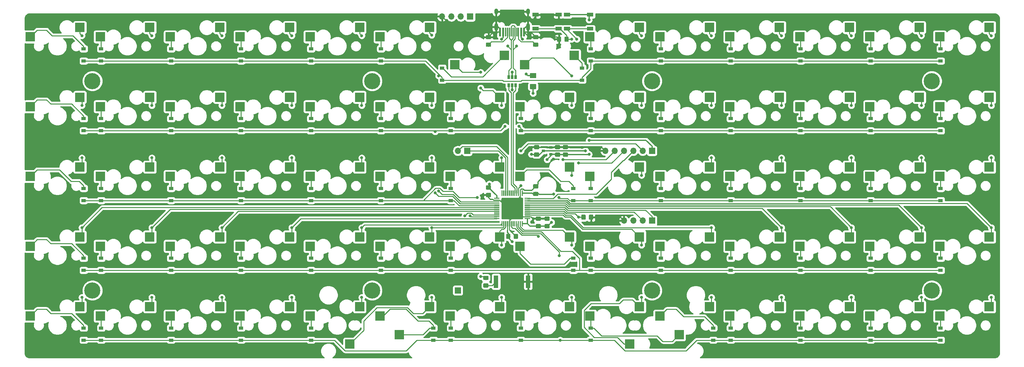
<source format=gbl>
G04 #@! TF.GenerationSoftware,KiCad,Pcbnew,(5.1.4)-1*
G04 #@! TF.CreationDate,2019-10-19T21:06:49+08:00*
G04 #@! TF.ProjectId,shichi-pcb,73686963-6869-42d7-9063-622e6b696361,1.0*
G04 #@! TF.SameCoordinates,Original*
G04 #@! TF.FileFunction,Copper,L2,Bot*
G04 #@! TF.FilePolarity,Positive*
%FSLAX46Y46*%
G04 Gerber Fmt 4.6, Leading zero omitted, Abs format (unit mm)*
G04 Created by KiCad (PCBNEW (5.1.4)-1) date 2019-10-19 21:06:49*
%MOMM*%
%LPD*%
G04 APERTURE LIST*
%ADD10C,4.400000*%
%ADD11R,0.900000X0.800000*%
%ADD12R,2.550000X2.500000*%
%ADD13C,0.100000*%
%ADD14C,0.300000*%
%ADD15R,1.700000X1.000000*%
%ADD16C,1.150000*%
%ADD17R,1.700000X1.700000*%
%ADD18O,1.700000X1.700000*%
%ADD19R,1.300000X3.400000*%
%ADD20C,1.425000*%
%ADD21R,0.650000X1.060000*%
%ADD22R,0.300000X2.450000*%
%ADD23R,0.600000X2.450000*%
%ADD24O,1.000000X2.100000*%
%ADD25O,1.000000X1.600000*%
%ADD26R,1.200000X0.900000*%
%ADD27C,0.800000*%
%ADD28C,0.375000*%
%ADD29C,0.250000*%
%ADD30C,0.254000*%
G04 APERTURE END LIST*
D10*
X297000000Y-126000000D03*
X297000000Y-69000000D03*
X221000000Y-126000000D03*
X221000000Y-69000000D03*
X145000000Y-126000000D03*
X145000000Y-69000000D03*
X69000000Y-126000000D03*
X69000000Y-69000000D03*
D11*
X191500000Y-88000000D03*
X193500000Y-88950000D03*
X193500000Y-87050000D03*
D12*
X166140000Y-94960000D03*
X179590000Y-92420000D03*
D13*
G36*
X187832351Y-106275361D02*
G01*
X187839632Y-106276441D01*
X187846771Y-106278229D01*
X187853701Y-106280709D01*
X187860355Y-106283856D01*
X187866668Y-106287640D01*
X187872579Y-106292024D01*
X187878033Y-106296967D01*
X187882976Y-106302421D01*
X187887360Y-106308332D01*
X187891144Y-106314645D01*
X187894291Y-106321299D01*
X187896771Y-106328229D01*
X187898559Y-106335368D01*
X187899639Y-106342649D01*
X187900000Y-106350000D01*
X187900000Y-106500000D01*
X187899639Y-106507351D01*
X187898559Y-106514632D01*
X187896771Y-106521771D01*
X187894291Y-106528701D01*
X187891144Y-106535355D01*
X187887360Y-106541668D01*
X187882976Y-106547579D01*
X187878033Y-106553033D01*
X187872579Y-106557976D01*
X187866668Y-106562360D01*
X187860355Y-106566144D01*
X187853701Y-106569291D01*
X187846771Y-106571771D01*
X187839632Y-106573559D01*
X187832351Y-106574639D01*
X187825000Y-106575000D01*
X186500000Y-106575000D01*
X186492649Y-106574639D01*
X186485368Y-106573559D01*
X186478229Y-106571771D01*
X186471299Y-106569291D01*
X186464645Y-106566144D01*
X186458332Y-106562360D01*
X186452421Y-106557976D01*
X186446967Y-106553033D01*
X186442024Y-106547579D01*
X186437640Y-106541668D01*
X186433856Y-106535355D01*
X186430709Y-106528701D01*
X186428229Y-106521771D01*
X186426441Y-106514632D01*
X186425361Y-106507351D01*
X186425000Y-106500000D01*
X186425000Y-106350000D01*
X186425361Y-106342649D01*
X186426441Y-106335368D01*
X186428229Y-106328229D01*
X186430709Y-106321299D01*
X186433856Y-106314645D01*
X186437640Y-106308332D01*
X186442024Y-106302421D01*
X186446967Y-106296967D01*
X186452421Y-106292024D01*
X186458332Y-106287640D01*
X186464645Y-106283856D01*
X186471299Y-106280709D01*
X186478229Y-106278229D01*
X186485368Y-106276441D01*
X186492649Y-106275361D01*
X186500000Y-106275000D01*
X187825000Y-106275000D01*
X187832351Y-106275361D01*
X187832351Y-106275361D01*
G37*
D14*
X187162500Y-106425000D03*
D13*
G36*
X187832351Y-105775361D02*
G01*
X187839632Y-105776441D01*
X187846771Y-105778229D01*
X187853701Y-105780709D01*
X187860355Y-105783856D01*
X187866668Y-105787640D01*
X187872579Y-105792024D01*
X187878033Y-105796967D01*
X187882976Y-105802421D01*
X187887360Y-105808332D01*
X187891144Y-105814645D01*
X187894291Y-105821299D01*
X187896771Y-105828229D01*
X187898559Y-105835368D01*
X187899639Y-105842649D01*
X187900000Y-105850000D01*
X187900000Y-106000000D01*
X187899639Y-106007351D01*
X187898559Y-106014632D01*
X187896771Y-106021771D01*
X187894291Y-106028701D01*
X187891144Y-106035355D01*
X187887360Y-106041668D01*
X187882976Y-106047579D01*
X187878033Y-106053033D01*
X187872579Y-106057976D01*
X187866668Y-106062360D01*
X187860355Y-106066144D01*
X187853701Y-106069291D01*
X187846771Y-106071771D01*
X187839632Y-106073559D01*
X187832351Y-106074639D01*
X187825000Y-106075000D01*
X186500000Y-106075000D01*
X186492649Y-106074639D01*
X186485368Y-106073559D01*
X186478229Y-106071771D01*
X186471299Y-106069291D01*
X186464645Y-106066144D01*
X186458332Y-106062360D01*
X186452421Y-106057976D01*
X186446967Y-106053033D01*
X186442024Y-106047579D01*
X186437640Y-106041668D01*
X186433856Y-106035355D01*
X186430709Y-106028701D01*
X186428229Y-106021771D01*
X186426441Y-106014632D01*
X186425361Y-106007351D01*
X186425000Y-106000000D01*
X186425000Y-105850000D01*
X186425361Y-105842649D01*
X186426441Y-105835368D01*
X186428229Y-105828229D01*
X186430709Y-105821299D01*
X186433856Y-105814645D01*
X186437640Y-105808332D01*
X186442024Y-105802421D01*
X186446967Y-105796967D01*
X186452421Y-105792024D01*
X186458332Y-105787640D01*
X186464645Y-105783856D01*
X186471299Y-105780709D01*
X186478229Y-105778229D01*
X186485368Y-105776441D01*
X186492649Y-105775361D01*
X186500000Y-105775000D01*
X187825000Y-105775000D01*
X187832351Y-105775361D01*
X187832351Y-105775361D01*
G37*
D14*
X187162500Y-105925000D03*
D13*
G36*
X187832351Y-105275361D02*
G01*
X187839632Y-105276441D01*
X187846771Y-105278229D01*
X187853701Y-105280709D01*
X187860355Y-105283856D01*
X187866668Y-105287640D01*
X187872579Y-105292024D01*
X187878033Y-105296967D01*
X187882976Y-105302421D01*
X187887360Y-105308332D01*
X187891144Y-105314645D01*
X187894291Y-105321299D01*
X187896771Y-105328229D01*
X187898559Y-105335368D01*
X187899639Y-105342649D01*
X187900000Y-105350000D01*
X187900000Y-105500000D01*
X187899639Y-105507351D01*
X187898559Y-105514632D01*
X187896771Y-105521771D01*
X187894291Y-105528701D01*
X187891144Y-105535355D01*
X187887360Y-105541668D01*
X187882976Y-105547579D01*
X187878033Y-105553033D01*
X187872579Y-105557976D01*
X187866668Y-105562360D01*
X187860355Y-105566144D01*
X187853701Y-105569291D01*
X187846771Y-105571771D01*
X187839632Y-105573559D01*
X187832351Y-105574639D01*
X187825000Y-105575000D01*
X186500000Y-105575000D01*
X186492649Y-105574639D01*
X186485368Y-105573559D01*
X186478229Y-105571771D01*
X186471299Y-105569291D01*
X186464645Y-105566144D01*
X186458332Y-105562360D01*
X186452421Y-105557976D01*
X186446967Y-105553033D01*
X186442024Y-105547579D01*
X186437640Y-105541668D01*
X186433856Y-105535355D01*
X186430709Y-105528701D01*
X186428229Y-105521771D01*
X186426441Y-105514632D01*
X186425361Y-105507351D01*
X186425000Y-105500000D01*
X186425000Y-105350000D01*
X186425361Y-105342649D01*
X186426441Y-105335368D01*
X186428229Y-105328229D01*
X186430709Y-105321299D01*
X186433856Y-105314645D01*
X186437640Y-105308332D01*
X186442024Y-105302421D01*
X186446967Y-105296967D01*
X186452421Y-105292024D01*
X186458332Y-105287640D01*
X186464645Y-105283856D01*
X186471299Y-105280709D01*
X186478229Y-105278229D01*
X186485368Y-105276441D01*
X186492649Y-105275361D01*
X186500000Y-105275000D01*
X187825000Y-105275000D01*
X187832351Y-105275361D01*
X187832351Y-105275361D01*
G37*
D14*
X187162500Y-105425000D03*
D13*
G36*
X187832351Y-104775361D02*
G01*
X187839632Y-104776441D01*
X187846771Y-104778229D01*
X187853701Y-104780709D01*
X187860355Y-104783856D01*
X187866668Y-104787640D01*
X187872579Y-104792024D01*
X187878033Y-104796967D01*
X187882976Y-104802421D01*
X187887360Y-104808332D01*
X187891144Y-104814645D01*
X187894291Y-104821299D01*
X187896771Y-104828229D01*
X187898559Y-104835368D01*
X187899639Y-104842649D01*
X187900000Y-104850000D01*
X187900000Y-105000000D01*
X187899639Y-105007351D01*
X187898559Y-105014632D01*
X187896771Y-105021771D01*
X187894291Y-105028701D01*
X187891144Y-105035355D01*
X187887360Y-105041668D01*
X187882976Y-105047579D01*
X187878033Y-105053033D01*
X187872579Y-105057976D01*
X187866668Y-105062360D01*
X187860355Y-105066144D01*
X187853701Y-105069291D01*
X187846771Y-105071771D01*
X187839632Y-105073559D01*
X187832351Y-105074639D01*
X187825000Y-105075000D01*
X186500000Y-105075000D01*
X186492649Y-105074639D01*
X186485368Y-105073559D01*
X186478229Y-105071771D01*
X186471299Y-105069291D01*
X186464645Y-105066144D01*
X186458332Y-105062360D01*
X186452421Y-105057976D01*
X186446967Y-105053033D01*
X186442024Y-105047579D01*
X186437640Y-105041668D01*
X186433856Y-105035355D01*
X186430709Y-105028701D01*
X186428229Y-105021771D01*
X186426441Y-105014632D01*
X186425361Y-105007351D01*
X186425000Y-105000000D01*
X186425000Y-104850000D01*
X186425361Y-104842649D01*
X186426441Y-104835368D01*
X186428229Y-104828229D01*
X186430709Y-104821299D01*
X186433856Y-104814645D01*
X186437640Y-104808332D01*
X186442024Y-104802421D01*
X186446967Y-104796967D01*
X186452421Y-104792024D01*
X186458332Y-104787640D01*
X186464645Y-104783856D01*
X186471299Y-104780709D01*
X186478229Y-104778229D01*
X186485368Y-104776441D01*
X186492649Y-104775361D01*
X186500000Y-104775000D01*
X187825000Y-104775000D01*
X187832351Y-104775361D01*
X187832351Y-104775361D01*
G37*
D14*
X187162500Y-104925000D03*
D13*
G36*
X187832351Y-104275361D02*
G01*
X187839632Y-104276441D01*
X187846771Y-104278229D01*
X187853701Y-104280709D01*
X187860355Y-104283856D01*
X187866668Y-104287640D01*
X187872579Y-104292024D01*
X187878033Y-104296967D01*
X187882976Y-104302421D01*
X187887360Y-104308332D01*
X187891144Y-104314645D01*
X187894291Y-104321299D01*
X187896771Y-104328229D01*
X187898559Y-104335368D01*
X187899639Y-104342649D01*
X187900000Y-104350000D01*
X187900000Y-104500000D01*
X187899639Y-104507351D01*
X187898559Y-104514632D01*
X187896771Y-104521771D01*
X187894291Y-104528701D01*
X187891144Y-104535355D01*
X187887360Y-104541668D01*
X187882976Y-104547579D01*
X187878033Y-104553033D01*
X187872579Y-104557976D01*
X187866668Y-104562360D01*
X187860355Y-104566144D01*
X187853701Y-104569291D01*
X187846771Y-104571771D01*
X187839632Y-104573559D01*
X187832351Y-104574639D01*
X187825000Y-104575000D01*
X186500000Y-104575000D01*
X186492649Y-104574639D01*
X186485368Y-104573559D01*
X186478229Y-104571771D01*
X186471299Y-104569291D01*
X186464645Y-104566144D01*
X186458332Y-104562360D01*
X186452421Y-104557976D01*
X186446967Y-104553033D01*
X186442024Y-104547579D01*
X186437640Y-104541668D01*
X186433856Y-104535355D01*
X186430709Y-104528701D01*
X186428229Y-104521771D01*
X186426441Y-104514632D01*
X186425361Y-104507351D01*
X186425000Y-104500000D01*
X186425000Y-104350000D01*
X186425361Y-104342649D01*
X186426441Y-104335368D01*
X186428229Y-104328229D01*
X186430709Y-104321299D01*
X186433856Y-104314645D01*
X186437640Y-104308332D01*
X186442024Y-104302421D01*
X186446967Y-104296967D01*
X186452421Y-104292024D01*
X186458332Y-104287640D01*
X186464645Y-104283856D01*
X186471299Y-104280709D01*
X186478229Y-104278229D01*
X186485368Y-104276441D01*
X186492649Y-104275361D01*
X186500000Y-104275000D01*
X187825000Y-104275000D01*
X187832351Y-104275361D01*
X187832351Y-104275361D01*
G37*
D14*
X187162500Y-104425000D03*
D13*
G36*
X187832351Y-103775361D02*
G01*
X187839632Y-103776441D01*
X187846771Y-103778229D01*
X187853701Y-103780709D01*
X187860355Y-103783856D01*
X187866668Y-103787640D01*
X187872579Y-103792024D01*
X187878033Y-103796967D01*
X187882976Y-103802421D01*
X187887360Y-103808332D01*
X187891144Y-103814645D01*
X187894291Y-103821299D01*
X187896771Y-103828229D01*
X187898559Y-103835368D01*
X187899639Y-103842649D01*
X187900000Y-103850000D01*
X187900000Y-104000000D01*
X187899639Y-104007351D01*
X187898559Y-104014632D01*
X187896771Y-104021771D01*
X187894291Y-104028701D01*
X187891144Y-104035355D01*
X187887360Y-104041668D01*
X187882976Y-104047579D01*
X187878033Y-104053033D01*
X187872579Y-104057976D01*
X187866668Y-104062360D01*
X187860355Y-104066144D01*
X187853701Y-104069291D01*
X187846771Y-104071771D01*
X187839632Y-104073559D01*
X187832351Y-104074639D01*
X187825000Y-104075000D01*
X186500000Y-104075000D01*
X186492649Y-104074639D01*
X186485368Y-104073559D01*
X186478229Y-104071771D01*
X186471299Y-104069291D01*
X186464645Y-104066144D01*
X186458332Y-104062360D01*
X186452421Y-104057976D01*
X186446967Y-104053033D01*
X186442024Y-104047579D01*
X186437640Y-104041668D01*
X186433856Y-104035355D01*
X186430709Y-104028701D01*
X186428229Y-104021771D01*
X186426441Y-104014632D01*
X186425361Y-104007351D01*
X186425000Y-104000000D01*
X186425000Y-103850000D01*
X186425361Y-103842649D01*
X186426441Y-103835368D01*
X186428229Y-103828229D01*
X186430709Y-103821299D01*
X186433856Y-103814645D01*
X186437640Y-103808332D01*
X186442024Y-103802421D01*
X186446967Y-103796967D01*
X186452421Y-103792024D01*
X186458332Y-103787640D01*
X186464645Y-103783856D01*
X186471299Y-103780709D01*
X186478229Y-103778229D01*
X186485368Y-103776441D01*
X186492649Y-103775361D01*
X186500000Y-103775000D01*
X187825000Y-103775000D01*
X187832351Y-103775361D01*
X187832351Y-103775361D01*
G37*
D14*
X187162500Y-103925000D03*
D13*
G36*
X187832351Y-103275361D02*
G01*
X187839632Y-103276441D01*
X187846771Y-103278229D01*
X187853701Y-103280709D01*
X187860355Y-103283856D01*
X187866668Y-103287640D01*
X187872579Y-103292024D01*
X187878033Y-103296967D01*
X187882976Y-103302421D01*
X187887360Y-103308332D01*
X187891144Y-103314645D01*
X187894291Y-103321299D01*
X187896771Y-103328229D01*
X187898559Y-103335368D01*
X187899639Y-103342649D01*
X187900000Y-103350000D01*
X187900000Y-103500000D01*
X187899639Y-103507351D01*
X187898559Y-103514632D01*
X187896771Y-103521771D01*
X187894291Y-103528701D01*
X187891144Y-103535355D01*
X187887360Y-103541668D01*
X187882976Y-103547579D01*
X187878033Y-103553033D01*
X187872579Y-103557976D01*
X187866668Y-103562360D01*
X187860355Y-103566144D01*
X187853701Y-103569291D01*
X187846771Y-103571771D01*
X187839632Y-103573559D01*
X187832351Y-103574639D01*
X187825000Y-103575000D01*
X186500000Y-103575000D01*
X186492649Y-103574639D01*
X186485368Y-103573559D01*
X186478229Y-103571771D01*
X186471299Y-103569291D01*
X186464645Y-103566144D01*
X186458332Y-103562360D01*
X186452421Y-103557976D01*
X186446967Y-103553033D01*
X186442024Y-103547579D01*
X186437640Y-103541668D01*
X186433856Y-103535355D01*
X186430709Y-103528701D01*
X186428229Y-103521771D01*
X186426441Y-103514632D01*
X186425361Y-103507351D01*
X186425000Y-103500000D01*
X186425000Y-103350000D01*
X186425361Y-103342649D01*
X186426441Y-103335368D01*
X186428229Y-103328229D01*
X186430709Y-103321299D01*
X186433856Y-103314645D01*
X186437640Y-103308332D01*
X186442024Y-103302421D01*
X186446967Y-103296967D01*
X186452421Y-103292024D01*
X186458332Y-103287640D01*
X186464645Y-103283856D01*
X186471299Y-103280709D01*
X186478229Y-103278229D01*
X186485368Y-103276441D01*
X186492649Y-103275361D01*
X186500000Y-103275000D01*
X187825000Y-103275000D01*
X187832351Y-103275361D01*
X187832351Y-103275361D01*
G37*
D14*
X187162500Y-103425000D03*
D13*
G36*
X187832351Y-102775361D02*
G01*
X187839632Y-102776441D01*
X187846771Y-102778229D01*
X187853701Y-102780709D01*
X187860355Y-102783856D01*
X187866668Y-102787640D01*
X187872579Y-102792024D01*
X187878033Y-102796967D01*
X187882976Y-102802421D01*
X187887360Y-102808332D01*
X187891144Y-102814645D01*
X187894291Y-102821299D01*
X187896771Y-102828229D01*
X187898559Y-102835368D01*
X187899639Y-102842649D01*
X187900000Y-102850000D01*
X187900000Y-103000000D01*
X187899639Y-103007351D01*
X187898559Y-103014632D01*
X187896771Y-103021771D01*
X187894291Y-103028701D01*
X187891144Y-103035355D01*
X187887360Y-103041668D01*
X187882976Y-103047579D01*
X187878033Y-103053033D01*
X187872579Y-103057976D01*
X187866668Y-103062360D01*
X187860355Y-103066144D01*
X187853701Y-103069291D01*
X187846771Y-103071771D01*
X187839632Y-103073559D01*
X187832351Y-103074639D01*
X187825000Y-103075000D01*
X186500000Y-103075000D01*
X186492649Y-103074639D01*
X186485368Y-103073559D01*
X186478229Y-103071771D01*
X186471299Y-103069291D01*
X186464645Y-103066144D01*
X186458332Y-103062360D01*
X186452421Y-103057976D01*
X186446967Y-103053033D01*
X186442024Y-103047579D01*
X186437640Y-103041668D01*
X186433856Y-103035355D01*
X186430709Y-103028701D01*
X186428229Y-103021771D01*
X186426441Y-103014632D01*
X186425361Y-103007351D01*
X186425000Y-103000000D01*
X186425000Y-102850000D01*
X186425361Y-102842649D01*
X186426441Y-102835368D01*
X186428229Y-102828229D01*
X186430709Y-102821299D01*
X186433856Y-102814645D01*
X186437640Y-102808332D01*
X186442024Y-102802421D01*
X186446967Y-102796967D01*
X186452421Y-102792024D01*
X186458332Y-102787640D01*
X186464645Y-102783856D01*
X186471299Y-102780709D01*
X186478229Y-102778229D01*
X186485368Y-102776441D01*
X186492649Y-102775361D01*
X186500000Y-102775000D01*
X187825000Y-102775000D01*
X187832351Y-102775361D01*
X187832351Y-102775361D01*
G37*
D14*
X187162500Y-102925000D03*
D13*
G36*
X187832351Y-102275361D02*
G01*
X187839632Y-102276441D01*
X187846771Y-102278229D01*
X187853701Y-102280709D01*
X187860355Y-102283856D01*
X187866668Y-102287640D01*
X187872579Y-102292024D01*
X187878033Y-102296967D01*
X187882976Y-102302421D01*
X187887360Y-102308332D01*
X187891144Y-102314645D01*
X187894291Y-102321299D01*
X187896771Y-102328229D01*
X187898559Y-102335368D01*
X187899639Y-102342649D01*
X187900000Y-102350000D01*
X187900000Y-102500000D01*
X187899639Y-102507351D01*
X187898559Y-102514632D01*
X187896771Y-102521771D01*
X187894291Y-102528701D01*
X187891144Y-102535355D01*
X187887360Y-102541668D01*
X187882976Y-102547579D01*
X187878033Y-102553033D01*
X187872579Y-102557976D01*
X187866668Y-102562360D01*
X187860355Y-102566144D01*
X187853701Y-102569291D01*
X187846771Y-102571771D01*
X187839632Y-102573559D01*
X187832351Y-102574639D01*
X187825000Y-102575000D01*
X186500000Y-102575000D01*
X186492649Y-102574639D01*
X186485368Y-102573559D01*
X186478229Y-102571771D01*
X186471299Y-102569291D01*
X186464645Y-102566144D01*
X186458332Y-102562360D01*
X186452421Y-102557976D01*
X186446967Y-102553033D01*
X186442024Y-102547579D01*
X186437640Y-102541668D01*
X186433856Y-102535355D01*
X186430709Y-102528701D01*
X186428229Y-102521771D01*
X186426441Y-102514632D01*
X186425361Y-102507351D01*
X186425000Y-102500000D01*
X186425000Y-102350000D01*
X186425361Y-102342649D01*
X186426441Y-102335368D01*
X186428229Y-102328229D01*
X186430709Y-102321299D01*
X186433856Y-102314645D01*
X186437640Y-102308332D01*
X186442024Y-102302421D01*
X186446967Y-102296967D01*
X186452421Y-102292024D01*
X186458332Y-102287640D01*
X186464645Y-102283856D01*
X186471299Y-102280709D01*
X186478229Y-102278229D01*
X186485368Y-102276441D01*
X186492649Y-102275361D01*
X186500000Y-102275000D01*
X187825000Y-102275000D01*
X187832351Y-102275361D01*
X187832351Y-102275361D01*
G37*
D14*
X187162500Y-102425000D03*
D13*
G36*
X187832351Y-101775361D02*
G01*
X187839632Y-101776441D01*
X187846771Y-101778229D01*
X187853701Y-101780709D01*
X187860355Y-101783856D01*
X187866668Y-101787640D01*
X187872579Y-101792024D01*
X187878033Y-101796967D01*
X187882976Y-101802421D01*
X187887360Y-101808332D01*
X187891144Y-101814645D01*
X187894291Y-101821299D01*
X187896771Y-101828229D01*
X187898559Y-101835368D01*
X187899639Y-101842649D01*
X187900000Y-101850000D01*
X187900000Y-102000000D01*
X187899639Y-102007351D01*
X187898559Y-102014632D01*
X187896771Y-102021771D01*
X187894291Y-102028701D01*
X187891144Y-102035355D01*
X187887360Y-102041668D01*
X187882976Y-102047579D01*
X187878033Y-102053033D01*
X187872579Y-102057976D01*
X187866668Y-102062360D01*
X187860355Y-102066144D01*
X187853701Y-102069291D01*
X187846771Y-102071771D01*
X187839632Y-102073559D01*
X187832351Y-102074639D01*
X187825000Y-102075000D01*
X186500000Y-102075000D01*
X186492649Y-102074639D01*
X186485368Y-102073559D01*
X186478229Y-102071771D01*
X186471299Y-102069291D01*
X186464645Y-102066144D01*
X186458332Y-102062360D01*
X186452421Y-102057976D01*
X186446967Y-102053033D01*
X186442024Y-102047579D01*
X186437640Y-102041668D01*
X186433856Y-102035355D01*
X186430709Y-102028701D01*
X186428229Y-102021771D01*
X186426441Y-102014632D01*
X186425361Y-102007351D01*
X186425000Y-102000000D01*
X186425000Y-101850000D01*
X186425361Y-101842649D01*
X186426441Y-101835368D01*
X186428229Y-101828229D01*
X186430709Y-101821299D01*
X186433856Y-101814645D01*
X186437640Y-101808332D01*
X186442024Y-101802421D01*
X186446967Y-101796967D01*
X186452421Y-101792024D01*
X186458332Y-101787640D01*
X186464645Y-101783856D01*
X186471299Y-101780709D01*
X186478229Y-101778229D01*
X186485368Y-101776441D01*
X186492649Y-101775361D01*
X186500000Y-101775000D01*
X187825000Y-101775000D01*
X187832351Y-101775361D01*
X187832351Y-101775361D01*
G37*
D14*
X187162500Y-101925000D03*
D13*
G36*
X187832351Y-101275361D02*
G01*
X187839632Y-101276441D01*
X187846771Y-101278229D01*
X187853701Y-101280709D01*
X187860355Y-101283856D01*
X187866668Y-101287640D01*
X187872579Y-101292024D01*
X187878033Y-101296967D01*
X187882976Y-101302421D01*
X187887360Y-101308332D01*
X187891144Y-101314645D01*
X187894291Y-101321299D01*
X187896771Y-101328229D01*
X187898559Y-101335368D01*
X187899639Y-101342649D01*
X187900000Y-101350000D01*
X187900000Y-101500000D01*
X187899639Y-101507351D01*
X187898559Y-101514632D01*
X187896771Y-101521771D01*
X187894291Y-101528701D01*
X187891144Y-101535355D01*
X187887360Y-101541668D01*
X187882976Y-101547579D01*
X187878033Y-101553033D01*
X187872579Y-101557976D01*
X187866668Y-101562360D01*
X187860355Y-101566144D01*
X187853701Y-101569291D01*
X187846771Y-101571771D01*
X187839632Y-101573559D01*
X187832351Y-101574639D01*
X187825000Y-101575000D01*
X186500000Y-101575000D01*
X186492649Y-101574639D01*
X186485368Y-101573559D01*
X186478229Y-101571771D01*
X186471299Y-101569291D01*
X186464645Y-101566144D01*
X186458332Y-101562360D01*
X186452421Y-101557976D01*
X186446967Y-101553033D01*
X186442024Y-101547579D01*
X186437640Y-101541668D01*
X186433856Y-101535355D01*
X186430709Y-101528701D01*
X186428229Y-101521771D01*
X186426441Y-101514632D01*
X186425361Y-101507351D01*
X186425000Y-101500000D01*
X186425000Y-101350000D01*
X186425361Y-101342649D01*
X186426441Y-101335368D01*
X186428229Y-101328229D01*
X186430709Y-101321299D01*
X186433856Y-101314645D01*
X186437640Y-101308332D01*
X186442024Y-101302421D01*
X186446967Y-101296967D01*
X186452421Y-101292024D01*
X186458332Y-101287640D01*
X186464645Y-101283856D01*
X186471299Y-101280709D01*
X186478229Y-101278229D01*
X186485368Y-101276441D01*
X186492649Y-101275361D01*
X186500000Y-101275000D01*
X187825000Y-101275000D01*
X187832351Y-101275361D01*
X187832351Y-101275361D01*
G37*
D14*
X187162500Y-101425000D03*
D13*
G36*
X187832351Y-100775361D02*
G01*
X187839632Y-100776441D01*
X187846771Y-100778229D01*
X187853701Y-100780709D01*
X187860355Y-100783856D01*
X187866668Y-100787640D01*
X187872579Y-100792024D01*
X187878033Y-100796967D01*
X187882976Y-100802421D01*
X187887360Y-100808332D01*
X187891144Y-100814645D01*
X187894291Y-100821299D01*
X187896771Y-100828229D01*
X187898559Y-100835368D01*
X187899639Y-100842649D01*
X187900000Y-100850000D01*
X187900000Y-101000000D01*
X187899639Y-101007351D01*
X187898559Y-101014632D01*
X187896771Y-101021771D01*
X187894291Y-101028701D01*
X187891144Y-101035355D01*
X187887360Y-101041668D01*
X187882976Y-101047579D01*
X187878033Y-101053033D01*
X187872579Y-101057976D01*
X187866668Y-101062360D01*
X187860355Y-101066144D01*
X187853701Y-101069291D01*
X187846771Y-101071771D01*
X187839632Y-101073559D01*
X187832351Y-101074639D01*
X187825000Y-101075000D01*
X186500000Y-101075000D01*
X186492649Y-101074639D01*
X186485368Y-101073559D01*
X186478229Y-101071771D01*
X186471299Y-101069291D01*
X186464645Y-101066144D01*
X186458332Y-101062360D01*
X186452421Y-101057976D01*
X186446967Y-101053033D01*
X186442024Y-101047579D01*
X186437640Y-101041668D01*
X186433856Y-101035355D01*
X186430709Y-101028701D01*
X186428229Y-101021771D01*
X186426441Y-101014632D01*
X186425361Y-101007351D01*
X186425000Y-101000000D01*
X186425000Y-100850000D01*
X186425361Y-100842649D01*
X186426441Y-100835368D01*
X186428229Y-100828229D01*
X186430709Y-100821299D01*
X186433856Y-100814645D01*
X186437640Y-100808332D01*
X186442024Y-100802421D01*
X186446967Y-100796967D01*
X186452421Y-100792024D01*
X186458332Y-100787640D01*
X186464645Y-100783856D01*
X186471299Y-100780709D01*
X186478229Y-100778229D01*
X186485368Y-100776441D01*
X186492649Y-100775361D01*
X186500000Y-100775000D01*
X187825000Y-100775000D01*
X187832351Y-100775361D01*
X187832351Y-100775361D01*
G37*
D14*
X187162500Y-100925000D03*
D13*
G36*
X185832351Y-98775361D02*
G01*
X185839632Y-98776441D01*
X185846771Y-98778229D01*
X185853701Y-98780709D01*
X185860355Y-98783856D01*
X185866668Y-98787640D01*
X185872579Y-98792024D01*
X185878033Y-98796967D01*
X185882976Y-98802421D01*
X185887360Y-98808332D01*
X185891144Y-98814645D01*
X185894291Y-98821299D01*
X185896771Y-98828229D01*
X185898559Y-98835368D01*
X185899639Y-98842649D01*
X185900000Y-98850000D01*
X185900000Y-100175000D01*
X185899639Y-100182351D01*
X185898559Y-100189632D01*
X185896771Y-100196771D01*
X185894291Y-100203701D01*
X185891144Y-100210355D01*
X185887360Y-100216668D01*
X185882976Y-100222579D01*
X185878033Y-100228033D01*
X185872579Y-100232976D01*
X185866668Y-100237360D01*
X185860355Y-100241144D01*
X185853701Y-100244291D01*
X185846771Y-100246771D01*
X185839632Y-100248559D01*
X185832351Y-100249639D01*
X185825000Y-100250000D01*
X185675000Y-100250000D01*
X185667649Y-100249639D01*
X185660368Y-100248559D01*
X185653229Y-100246771D01*
X185646299Y-100244291D01*
X185639645Y-100241144D01*
X185633332Y-100237360D01*
X185627421Y-100232976D01*
X185621967Y-100228033D01*
X185617024Y-100222579D01*
X185612640Y-100216668D01*
X185608856Y-100210355D01*
X185605709Y-100203701D01*
X185603229Y-100196771D01*
X185601441Y-100189632D01*
X185600361Y-100182351D01*
X185600000Y-100175000D01*
X185600000Y-98850000D01*
X185600361Y-98842649D01*
X185601441Y-98835368D01*
X185603229Y-98828229D01*
X185605709Y-98821299D01*
X185608856Y-98814645D01*
X185612640Y-98808332D01*
X185617024Y-98802421D01*
X185621967Y-98796967D01*
X185627421Y-98792024D01*
X185633332Y-98787640D01*
X185639645Y-98783856D01*
X185646299Y-98780709D01*
X185653229Y-98778229D01*
X185660368Y-98776441D01*
X185667649Y-98775361D01*
X185675000Y-98775000D01*
X185825000Y-98775000D01*
X185832351Y-98775361D01*
X185832351Y-98775361D01*
G37*
D14*
X185750000Y-99512500D03*
D13*
G36*
X185332351Y-98775361D02*
G01*
X185339632Y-98776441D01*
X185346771Y-98778229D01*
X185353701Y-98780709D01*
X185360355Y-98783856D01*
X185366668Y-98787640D01*
X185372579Y-98792024D01*
X185378033Y-98796967D01*
X185382976Y-98802421D01*
X185387360Y-98808332D01*
X185391144Y-98814645D01*
X185394291Y-98821299D01*
X185396771Y-98828229D01*
X185398559Y-98835368D01*
X185399639Y-98842649D01*
X185400000Y-98850000D01*
X185400000Y-100175000D01*
X185399639Y-100182351D01*
X185398559Y-100189632D01*
X185396771Y-100196771D01*
X185394291Y-100203701D01*
X185391144Y-100210355D01*
X185387360Y-100216668D01*
X185382976Y-100222579D01*
X185378033Y-100228033D01*
X185372579Y-100232976D01*
X185366668Y-100237360D01*
X185360355Y-100241144D01*
X185353701Y-100244291D01*
X185346771Y-100246771D01*
X185339632Y-100248559D01*
X185332351Y-100249639D01*
X185325000Y-100250000D01*
X185175000Y-100250000D01*
X185167649Y-100249639D01*
X185160368Y-100248559D01*
X185153229Y-100246771D01*
X185146299Y-100244291D01*
X185139645Y-100241144D01*
X185133332Y-100237360D01*
X185127421Y-100232976D01*
X185121967Y-100228033D01*
X185117024Y-100222579D01*
X185112640Y-100216668D01*
X185108856Y-100210355D01*
X185105709Y-100203701D01*
X185103229Y-100196771D01*
X185101441Y-100189632D01*
X185100361Y-100182351D01*
X185100000Y-100175000D01*
X185100000Y-98850000D01*
X185100361Y-98842649D01*
X185101441Y-98835368D01*
X185103229Y-98828229D01*
X185105709Y-98821299D01*
X185108856Y-98814645D01*
X185112640Y-98808332D01*
X185117024Y-98802421D01*
X185121967Y-98796967D01*
X185127421Y-98792024D01*
X185133332Y-98787640D01*
X185139645Y-98783856D01*
X185146299Y-98780709D01*
X185153229Y-98778229D01*
X185160368Y-98776441D01*
X185167649Y-98775361D01*
X185175000Y-98775000D01*
X185325000Y-98775000D01*
X185332351Y-98775361D01*
X185332351Y-98775361D01*
G37*
D14*
X185250000Y-99512500D03*
D13*
G36*
X184832351Y-98775361D02*
G01*
X184839632Y-98776441D01*
X184846771Y-98778229D01*
X184853701Y-98780709D01*
X184860355Y-98783856D01*
X184866668Y-98787640D01*
X184872579Y-98792024D01*
X184878033Y-98796967D01*
X184882976Y-98802421D01*
X184887360Y-98808332D01*
X184891144Y-98814645D01*
X184894291Y-98821299D01*
X184896771Y-98828229D01*
X184898559Y-98835368D01*
X184899639Y-98842649D01*
X184900000Y-98850000D01*
X184900000Y-100175000D01*
X184899639Y-100182351D01*
X184898559Y-100189632D01*
X184896771Y-100196771D01*
X184894291Y-100203701D01*
X184891144Y-100210355D01*
X184887360Y-100216668D01*
X184882976Y-100222579D01*
X184878033Y-100228033D01*
X184872579Y-100232976D01*
X184866668Y-100237360D01*
X184860355Y-100241144D01*
X184853701Y-100244291D01*
X184846771Y-100246771D01*
X184839632Y-100248559D01*
X184832351Y-100249639D01*
X184825000Y-100250000D01*
X184675000Y-100250000D01*
X184667649Y-100249639D01*
X184660368Y-100248559D01*
X184653229Y-100246771D01*
X184646299Y-100244291D01*
X184639645Y-100241144D01*
X184633332Y-100237360D01*
X184627421Y-100232976D01*
X184621967Y-100228033D01*
X184617024Y-100222579D01*
X184612640Y-100216668D01*
X184608856Y-100210355D01*
X184605709Y-100203701D01*
X184603229Y-100196771D01*
X184601441Y-100189632D01*
X184600361Y-100182351D01*
X184600000Y-100175000D01*
X184600000Y-98850000D01*
X184600361Y-98842649D01*
X184601441Y-98835368D01*
X184603229Y-98828229D01*
X184605709Y-98821299D01*
X184608856Y-98814645D01*
X184612640Y-98808332D01*
X184617024Y-98802421D01*
X184621967Y-98796967D01*
X184627421Y-98792024D01*
X184633332Y-98787640D01*
X184639645Y-98783856D01*
X184646299Y-98780709D01*
X184653229Y-98778229D01*
X184660368Y-98776441D01*
X184667649Y-98775361D01*
X184675000Y-98775000D01*
X184825000Y-98775000D01*
X184832351Y-98775361D01*
X184832351Y-98775361D01*
G37*
D14*
X184750000Y-99512500D03*
D13*
G36*
X184332351Y-98775361D02*
G01*
X184339632Y-98776441D01*
X184346771Y-98778229D01*
X184353701Y-98780709D01*
X184360355Y-98783856D01*
X184366668Y-98787640D01*
X184372579Y-98792024D01*
X184378033Y-98796967D01*
X184382976Y-98802421D01*
X184387360Y-98808332D01*
X184391144Y-98814645D01*
X184394291Y-98821299D01*
X184396771Y-98828229D01*
X184398559Y-98835368D01*
X184399639Y-98842649D01*
X184400000Y-98850000D01*
X184400000Y-100175000D01*
X184399639Y-100182351D01*
X184398559Y-100189632D01*
X184396771Y-100196771D01*
X184394291Y-100203701D01*
X184391144Y-100210355D01*
X184387360Y-100216668D01*
X184382976Y-100222579D01*
X184378033Y-100228033D01*
X184372579Y-100232976D01*
X184366668Y-100237360D01*
X184360355Y-100241144D01*
X184353701Y-100244291D01*
X184346771Y-100246771D01*
X184339632Y-100248559D01*
X184332351Y-100249639D01*
X184325000Y-100250000D01*
X184175000Y-100250000D01*
X184167649Y-100249639D01*
X184160368Y-100248559D01*
X184153229Y-100246771D01*
X184146299Y-100244291D01*
X184139645Y-100241144D01*
X184133332Y-100237360D01*
X184127421Y-100232976D01*
X184121967Y-100228033D01*
X184117024Y-100222579D01*
X184112640Y-100216668D01*
X184108856Y-100210355D01*
X184105709Y-100203701D01*
X184103229Y-100196771D01*
X184101441Y-100189632D01*
X184100361Y-100182351D01*
X184100000Y-100175000D01*
X184100000Y-98850000D01*
X184100361Y-98842649D01*
X184101441Y-98835368D01*
X184103229Y-98828229D01*
X184105709Y-98821299D01*
X184108856Y-98814645D01*
X184112640Y-98808332D01*
X184117024Y-98802421D01*
X184121967Y-98796967D01*
X184127421Y-98792024D01*
X184133332Y-98787640D01*
X184139645Y-98783856D01*
X184146299Y-98780709D01*
X184153229Y-98778229D01*
X184160368Y-98776441D01*
X184167649Y-98775361D01*
X184175000Y-98775000D01*
X184325000Y-98775000D01*
X184332351Y-98775361D01*
X184332351Y-98775361D01*
G37*
D14*
X184250000Y-99512500D03*
D13*
G36*
X183832351Y-98775361D02*
G01*
X183839632Y-98776441D01*
X183846771Y-98778229D01*
X183853701Y-98780709D01*
X183860355Y-98783856D01*
X183866668Y-98787640D01*
X183872579Y-98792024D01*
X183878033Y-98796967D01*
X183882976Y-98802421D01*
X183887360Y-98808332D01*
X183891144Y-98814645D01*
X183894291Y-98821299D01*
X183896771Y-98828229D01*
X183898559Y-98835368D01*
X183899639Y-98842649D01*
X183900000Y-98850000D01*
X183900000Y-100175000D01*
X183899639Y-100182351D01*
X183898559Y-100189632D01*
X183896771Y-100196771D01*
X183894291Y-100203701D01*
X183891144Y-100210355D01*
X183887360Y-100216668D01*
X183882976Y-100222579D01*
X183878033Y-100228033D01*
X183872579Y-100232976D01*
X183866668Y-100237360D01*
X183860355Y-100241144D01*
X183853701Y-100244291D01*
X183846771Y-100246771D01*
X183839632Y-100248559D01*
X183832351Y-100249639D01*
X183825000Y-100250000D01*
X183675000Y-100250000D01*
X183667649Y-100249639D01*
X183660368Y-100248559D01*
X183653229Y-100246771D01*
X183646299Y-100244291D01*
X183639645Y-100241144D01*
X183633332Y-100237360D01*
X183627421Y-100232976D01*
X183621967Y-100228033D01*
X183617024Y-100222579D01*
X183612640Y-100216668D01*
X183608856Y-100210355D01*
X183605709Y-100203701D01*
X183603229Y-100196771D01*
X183601441Y-100189632D01*
X183600361Y-100182351D01*
X183600000Y-100175000D01*
X183600000Y-98850000D01*
X183600361Y-98842649D01*
X183601441Y-98835368D01*
X183603229Y-98828229D01*
X183605709Y-98821299D01*
X183608856Y-98814645D01*
X183612640Y-98808332D01*
X183617024Y-98802421D01*
X183621967Y-98796967D01*
X183627421Y-98792024D01*
X183633332Y-98787640D01*
X183639645Y-98783856D01*
X183646299Y-98780709D01*
X183653229Y-98778229D01*
X183660368Y-98776441D01*
X183667649Y-98775361D01*
X183675000Y-98775000D01*
X183825000Y-98775000D01*
X183832351Y-98775361D01*
X183832351Y-98775361D01*
G37*
D14*
X183750000Y-99512500D03*
D13*
G36*
X183332351Y-98775361D02*
G01*
X183339632Y-98776441D01*
X183346771Y-98778229D01*
X183353701Y-98780709D01*
X183360355Y-98783856D01*
X183366668Y-98787640D01*
X183372579Y-98792024D01*
X183378033Y-98796967D01*
X183382976Y-98802421D01*
X183387360Y-98808332D01*
X183391144Y-98814645D01*
X183394291Y-98821299D01*
X183396771Y-98828229D01*
X183398559Y-98835368D01*
X183399639Y-98842649D01*
X183400000Y-98850000D01*
X183400000Y-100175000D01*
X183399639Y-100182351D01*
X183398559Y-100189632D01*
X183396771Y-100196771D01*
X183394291Y-100203701D01*
X183391144Y-100210355D01*
X183387360Y-100216668D01*
X183382976Y-100222579D01*
X183378033Y-100228033D01*
X183372579Y-100232976D01*
X183366668Y-100237360D01*
X183360355Y-100241144D01*
X183353701Y-100244291D01*
X183346771Y-100246771D01*
X183339632Y-100248559D01*
X183332351Y-100249639D01*
X183325000Y-100250000D01*
X183175000Y-100250000D01*
X183167649Y-100249639D01*
X183160368Y-100248559D01*
X183153229Y-100246771D01*
X183146299Y-100244291D01*
X183139645Y-100241144D01*
X183133332Y-100237360D01*
X183127421Y-100232976D01*
X183121967Y-100228033D01*
X183117024Y-100222579D01*
X183112640Y-100216668D01*
X183108856Y-100210355D01*
X183105709Y-100203701D01*
X183103229Y-100196771D01*
X183101441Y-100189632D01*
X183100361Y-100182351D01*
X183100000Y-100175000D01*
X183100000Y-98850000D01*
X183100361Y-98842649D01*
X183101441Y-98835368D01*
X183103229Y-98828229D01*
X183105709Y-98821299D01*
X183108856Y-98814645D01*
X183112640Y-98808332D01*
X183117024Y-98802421D01*
X183121967Y-98796967D01*
X183127421Y-98792024D01*
X183133332Y-98787640D01*
X183139645Y-98783856D01*
X183146299Y-98780709D01*
X183153229Y-98778229D01*
X183160368Y-98776441D01*
X183167649Y-98775361D01*
X183175000Y-98775000D01*
X183325000Y-98775000D01*
X183332351Y-98775361D01*
X183332351Y-98775361D01*
G37*
D14*
X183250000Y-99512500D03*
D13*
G36*
X182832351Y-98775361D02*
G01*
X182839632Y-98776441D01*
X182846771Y-98778229D01*
X182853701Y-98780709D01*
X182860355Y-98783856D01*
X182866668Y-98787640D01*
X182872579Y-98792024D01*
X182878033Y-98796967D01*
X182882976Y-98802421D01*
X182887360Y-98808332D01*
X182891144Y-98814645D01*
X182894291Y-98821299D01*
X182896771Y-98828229D01*
X182898559Y-98835368D01*
X182899639Y-98842649D01*
X182900000Y-98850000D01*
X182900000Y-100175000D01*
X182899639Y-100182351D01*
X182898559Y-100189632D01*
X182896771Y-100196771D01*
X182894291Y-100203701D01*
X182891144Y-100210355D01*
X182887360Y-100216668D01*
X182882976Y-100222579D01*
X182878033Y-100228033D01*
X182872579Y-100232976D01*
X182866668Y-100237360D01*
X182860355Y-100241144D01*
X182853701Y-100244291D01*
X182846771Y-100246771D01*
X182839632Y-100248559D01*
X182832351Y-100249639D01*
X182825000Y-100250000D01*
X182675000Y-100250000D01*
X182667649Y-100249639D01*
X182660368Y-100248559D01*
X182653229Y-100246771D01*
X182646299Y-100244291D01*
X182639645Y-100241144D01*
X182633332Y-100237360D01*
X182627421Y-100232976D01*
X182621967Y-100228033D01*
X182617024Y-100222579D01*
X182612640Y-100216668D01*
X182608856Y-100210355D01*
X182605709Y-100203701D01*
X182603229Y-100196771D01*
X182601441Y-100189632D01*
X182600361Y-100182351D01*
X182600000Y-100175000D01*
X182600000Y-98850000D01*
X182600361Y-98842649D01*
X182601441Y-98835368D01*
X182603229Y-98828229D01*
X182605709Y-98821299D01*
X182608856Y-98814645D01*
X182612640Y-98808332D01*
X182617024Y-98802421D01*
X182621967Y-98796967D01*
X182627421Y-98792024D01*
X182633332Y-98787640D01*
X182639645Y-98783856D01*
X182646299Y-98780709D01*
X182653229Y-98778229D01*
X182660368Y-98776441D01*
X182667649Y-98775361D01*
X182675000Y-98775000D01*
X182825000Y-98775000D01*
X182832351Y-98775361D01*
X182832351Y-98775361D01*
G37*
D14*
X182750000Y-99512500D03*
D13*
G36*
X182332351Y-98775361D02*
G01*
X182339632Y-98776441D01*
X182346771Y-98778229D01*
X182353701Y-98780709D01*
X182360355Y-98783856D01*
X182366668Y-98787640D01*
X182372579Y-98792024D01*
X182378033Y-98796967D01*
X182382976Y-98802421D01*
X182387360Y-98808332D01*
X182391144Y-98814645D01*
X182394291Y-98821299D01*
X182396771Y-98828229D01*
X182398559Y-98835368D01*
X182399639Y-98842649D01*
X182400000Y-98850000D01*
X182400000Y-100175000D01*
X182399639Y-100182351D01*
X182398559Y-100189632D01*
X182396771Y-100196771D01*
X182394291Y-100203701D01*
X182391144Y-100210355D01*
X182387360Y-100216668D01*
X182382976Y-100222579D01*
X182378033Y-100228033D01*
X182372579Y-100232976D01*
X182366668Y-100237360D01*
X182360355Y-100241144D01*
X182353701Y-100244291D01*
X182346771Y-100246771D01*
X182339632Y-100248559D01*
X182332351Y-100249639D01*
X182325000Y-100250000D01*
X182175000Y-100250000D01*
X182167649Y-100249639D01*
X182160368Y-100248559D01*
X182153229Y-100246771D01*
X182146299Y-100244291D01*
X182139645Y-100241144D01*
X182133332Y-100237360D01*
X182127421Y-100232976D01*
X182121967Y-100228033D01*
X182117024Y-100222579D01*
X182112640Y-100216668D01*
X182108856Y-100210355D01*
X182105709Y-100203701D01*
X182103229Y-100196771D01*
X182101441Y-100189632D01*
X182100361Y-100182351D01*
X182100000Y-100175000D01*
X182100000Y-98850000D01*
X182100361Y-98842649D01*
X182101441Y-98835368D01*
X182103229Y-98828229D01*
X182105709Y-98821299D01*
X182108856Y-98814645D01*
X182112640Y-98808332D01*
X182117024Y-98802421D01*
X182121967Y-98796967D01*
X182127421Y-98792024D01*
X182133332Y-98787640D01*
X182139645Y-98783856D01*
X182146299Y-98780709D01*
X182153229Y-98778229D01*
X182160368Y-98776441D01*
X182167649Y-98775361D01*
X182175000Y-98775000D01*
X182325000Y-98775000D01*
X182332351Y-98775361D01*
X182332351Y-98775361D01*
G37*
D14*
X182250000Y-99512500D03*
D13*
G36*
X181832351Y-98775361D02*
G01*
X181839632Y-98776441D01*
X181846771Y-98778229D01*
X181853701Y-98780709D01*
X181860355Y-98783856D01*
X181866668Y-98787640D01*
X181872579Y-98792024D01*
X181878033Y-98796967D01*
X181882976Y-98802421D01*
X181887360Y-98808332D01*
X181891144Y-98814645D01*
X181894291Y-98821299D01*
X181896771Y-98828229D01*
X181898559Y-98835368D01*
X181899639Y-98842649D01*
X181900000Y-98850000D01*
X181900000Y-100175000D01*
X181899639Y-100182351D01*
X181898559Y-100189632D01*
X181896771Y-100196771D01*
X181894291Y-100203701D01*
X181891144Y-100210355D01*
X181887360Y-100216668D01*
X181882976Y-100222579D01*
X181878033Y-100228033D01*
X181872579Y-100232976D01*
X181866668Y-100237360D01*
X181860355Y-100241144D01*
X181853701Y-100244291D01*
X181846771Y-100246771D01*
X181839632Y-100248559D01*
X181832351Y-100249639D01*
X181825000Y-100250000D01*
X181675000Y-100250000D01*
X181667649Y-100249639D01*
X181660368Y-100248559D01*
X181653229Y-100246771D01*
X181646299Y-100244291D01*
X181639645Y-100241144D01*
X181633332Y-100237360D01*
X181627421Y-100232976D01*
X181621967Y-100228033D01*
X181617024Y-100222579D01*
X181612640Y-100216668D01*
X181608856Y-100210355D01*
X181605709Y-100203701D01*
X181603229Y-100196771D01*
X181601441Y-100189632D01*
X181600361Y-100182351D01*
X181600000Y-100175000D01*
X181600000Y-98850000D01*
X181600361Y-98842649D01*
X181601441Y-98835368D01*
X181603229Y-98828229D01*
X181605709Y-98821299D01*
X181608856Y-98814645D01*
X181612640Y-98808332D01*
X181617024Y-98802421D01*
X181621967Y-98796967D01*
X181627421Y-98792024D01*
X181633332Y-98787640D01*
X181639645Y-98783856D01*
X181646299Y-98780709D01*
X181653229Y-98778229D01*
X181660368Y-98776441D01*
X181667649Y-98775361D01*
X181675000Y-98775000D01*
X181825000Y-98775000D01*
X181832351Y-98775361D01*
X181832351Y-98775361D01*
G37*
D14*
X181750000Y-99512500D03*
D13*
G36*
X181332351Y-98775361D02*
G01*
X181339632Y-98776441D01*
X181346771Y-98778229D01*
X181353701Y-98780709D01*
X181360355Y-98783856D01*
X181366668Y-98787640D01*
X181372579Y-98792024D01*
X181378033Y-98796967D01*
X181382976Y-98802421D01*
X181387360Y-98808332D01*
X181391144Y-98814645D01*
X181394291Y-98821299D01*
X181396771Y-98828229D01*
X181398559Y-98835368D01*
X181399639Y-98842649D01*
X181400000Y-98850000D01*
X181400000Y-100175000D01*
X181399639Y-100182351D01*
X181398559Y-100189632D01*
X181396771Y-100196771D01*
X181394291Y-100203701D01*
X181391144Y-100210355D01*
X181387360Y-100216668D01*
X181382976Y-100222579D01*
X181378033Y-100228033D01*
X181372579Y-100232976D01*
X181366668Y-100237360D01*
X181360355Y-100241144D01*
X181353701Y-100244291D01*
X181346771Y-100246771D01*
X181339632Y-100248559D01*
X181332351Y-100249639D01*
X181325000Y-100250000D01*
X181175000Y-100250000D01*
X181167649Y-100249639D01*
X181160368Y-100248559D01*
X181153229Y-100246771D01*
X181146299Y-100244291D01*
X181139645Y-100241144D01*
X181133332Y-100237360D01*
X181127421Y-100232976D01*
X181121967Y-100228033D01*
X181117024Y-100222579D01*
X181112640Y-100216668D01*
X181108856Y-100210355D01*
X181105709Y-100203701D01*
X181103229Y-100196771D01*
X181101441Y-100189632D01*
X181100361Y-100182351D01*
X181100000Y-100175000D01*
X181100000Y-98850000D01*
X181100361Y-98842649D01*
X181101441Y-98835368D01*
X181103229Y-98828229D01*
X181105709Y-98821299D01*
X181108856Y-98814645D01*
X181112640Y-98808332D01*
X181117024Y-98802421D01*
X181121967Y-98796967D01*
X181127421Y-98792024D01*
X181133332Y-98787640D01*
X181139645Y-98783856D01*
X181146299Y-98780709D01*
X181153229Y-98778229D01*
X181160368Y-98776441D01*
X181167649Y-98775361D01*
X181175000Y-98775000D01*
X181325000Y-98775000D01*
X181332351Y-98775361D01*
X181332351Y-98775361D01*
G37*
D14*
X181250000Y-99512500D03*
D13*
G36*
X180832351Y-98775361D02*
G01*
X180839632Y-98776441D01*
X180846771Y-98778229D01*
X180853701Y-98780709D01*
X180860355Y-98783856D01*
X180866668Y-98787640D01*
X180872579Y-98792024D01*
X180878033Y-98796967D01*
X180882976Y-98802421D01*
X180887360Y-98808332D01*
X180891144Y-98814645D01*
X180894291Y-98821299D01*
X180896771Y-98828229D01*
X180898559Y-98835368D01*
X180899639Y-98842649D01*
X180900000Y-98850000D01*
X180900000Y-100175000D01*
X180899639Y-100182351D01*
X180898559Y-100189632D01*
X180896771Y-100196771D01*
X180894291Y-100203701D01*
X180891144Y-100210355D01*
X180887360Y-100216668D01*
X180882976Y-100222579D01*
X180878033Y-100228033D01*
X180872579Y-100232976D01*
X180866668Y-100237360D01*
X180860355Y-100241144D01*
X180853701Y-100244291D01*
X180846771Y-100246771D01*
X180839632Y-100248559D01*
X180832351Y-100249639D01*
X180825000Y-100250000D01*
X180675000Y-100250000D01*
X180667649Y-100249639D01*
X180660368Y-100248559D01*
X180653229Y-100246771D01*
X180646299Y-100244291D01*
X180639645Y-100241144D01*
X180633332Y-100237360D01*
X180627421Y-100232976D01*
X180621967Y-100228033D01*
X180617024Y-100222579D01*
X180612640Y-100216668D01*
X180608856Y-100210355D01*
X180605709Y-100203701D01*
X180603229Y-100196771D01*
X180601441Y-100189632D01*
X180600361Y-100182351D01*
X180600000Y-100175000D01*
X180600000Y-98850000D01*
X180600361Y-98842649D01*
X180601441Y-98835368D01*
X180603229Y-98828229D01*
X180605709Y-98821299D01*
X180608856Y-98814645D01*
X180612640Y-98808332D01*
X180617024Y-98802421D01*
X180621967Y-98796967D01*
X180627421Y-98792024D01*
X180633332Y-98787640D01*
X180639645Y-98783856D01*
X180646299Y-98780709D01*
X180653229Y-98778229D01*
X180660368Y-98776441D01*
X180667649Y-98775361D01*
X180675000Y-98775000D01*
X180825000Y-98775000D01*
X180832351Y-98775361D01*
X180832351Y-98775361D01*
G37*
D14*
X180750000Y-99512500D03*
D13*
G36*
X180332351Y-98775361D02*
G01*
X180339632Y-98776441D01*
X180346771Y-98778229D01*
X180353701Y-98780709D01*
X180360355Y-98783856D01*
X180366668Y-98787640D01*
X180372579Y-98792024D01*
X180378033Y-98796967D01*
X180382976Y-98802421D01*
X180387360Y-98808332D01*
X180391144Y-98814645D01*
X180394291Y-98821299D01*
X180396771Y-98828229D01*
X180398559Y-98835368D01*
X180399639Y-98842649D01*
X180400000Y-98850000D01*
X180400000Y-100175000D01*
X180399639Y-100182351D01*
X180398559Y-100189632D01*
X180396771Y-100196771D01*
X180394291Y-100203701D01*
X180391144Y-100210355D01*
X180387360Y-100216668D01*
X180382976Y-100222579D01*
X180378033Y-100228033D01*
X180372579Y-100232976D01*
X180366668Y-100237360D01*
X180360355Y-100241144D01*
X180353701Y-100244291D01*
X180346771Y-100246771D01*
X180339632Y-100248559D01*
X180332351Y-100249639D01*
X180325000Y-100250000D01*
X180175000Y-100250000D01*
X180167649Y-100249639D01*
X180160368Y-100248559D01*
X180153229Y-100246771D01*
X180146299Y-100244291D01*
X180139645Y-100241144D01*
X180133332Y-100237360D01*
X180127421Y-100232976D01*
X180121967Y-100228033D01*
X180117024Y-100222579D01*
X180112640Y-100216668D01*
X180108856Y-100210355D01*
X180105709Y-100203701D01*
X180103229Y-100196771D01*
X180101441Y-100189632D01*
X180100361Y-100182351D01*
X180100000Y-100175000D01*
X180100000Y-98850000D01*
X180100361Y-98842649D01*
X180101441Y-98835368D01*
X180103229Y-98828229D01*
X180105709Y-98821299D01*
X180108856Y-98814645D01*
X180112640Y-98808332D01*
X180117024Y-98802421D01*
X180121967Y-98796967D01*
X180127421Y-98792024D01*
X180133332Y-98787640D01*
X180139645Y-98783856D01*
X180146299Y-98780709D01*
X180153229Y-98778229D01*
X180160368Y-98776441D01*
X180167649Y-98775361D01*
X180175000Y-98775000D01*
X180325000Y-98775000D01*
X180332351Y-98775361D01*
X180332351Y-98775361D01*
G37*
D14*
X180250000Y-99512500D03*
D13*
G36*
X179507351Y-100775361D02*
G01*
X179514632Y-100776441D01*
X179521771Y-100778229D01*
X179528701Y-100780709D01*
X179535355Y-100783856D01*
X179541668Y-100787640D01*
X179547579Y-100792024D01*
X179553033Y-100796967D01*
X179557976Y-100802421D01*
X179562360Y-100808332D01*
X179566144Y-100814645D01*
X179569291Y-100821299D01*
X179571771Y-100828229D01*
X179573559Y-100835368D01*
X179574639Y-100842649D01*
X179575000Y-100850000D01*
X179575000Y-101000000D01*
X179574639Y-101007351D01*
X179573559Y-101014632D01*
X179571771Y-101021771D01*
X179569291Y-101028701D01*
X179566144Y-101035355D01*
X179562360Y-101041668D01*
X179557976Y-101047579D01*
X179553033Y-101053033D01*
X179547579Y-101057976D01*
X179541668Y-101062360D01*
X179535355Y-101066144D01*
X179528701Y-101069291D01*
X179521771Y-101071771D01*
X179514632Y-101073559D01*
X179507351Y-101074639D01*
X179500000Y-101075000D01*
X178175000Y-101075000D01*
X178167649Y-101074639D01*
X178160368Y-101073559D01*
X178153229Y-101071771D01*
X178146299Y-101069291D01*
X178139645Y-101066144D01*
X178133332Y-101062360D01*
X178127421Y-101057976D01*
X178121967Y-101053033D01*
X178117024Y-101047579D01*
X178112640Y-101041668D01*
X178108856Y-101035355D01*
X178105709Y-101028701D01*
X178103229Y-101021771D01*
X178101441Y-101014632D01*
X178100361Y-101007351D01*
X178100000Y-101000000D01*
X178100000Y-100850000D01*
X178100361Y-100842649D01*
X178101441Y-100835368D01*
X178103229Y-100828229D01*
X178105709Y-100821299D01*
X178108856Y-100814645D01*
X178112640Y-100808332D01*
X178117024Y-100802421D01*
X178121967Y-100796967D01*
X178127421Y-100792024D01*
X178133332Y-100787640D01*
X178139645Y-100783856D01*
X178146299Y-100780709D01*
X178153229Y-100778229D01*
X178160368Y-100776441D01*
X178167649Y-100775361D01*
X178175000Y-100775000D01*
X179500000Y-100775000D01*
X179507351Y-100775361D01*
X179507351Y-100775361D01*
G37*
D14*
X178837500Y-100925000D03*
D13*
G36*
X179507351Y-101275361D02*
G01*
X179514632Y-101276441D01*
X179521771Y-101278229D01*
X179528701Y-101280709D01*
X179535355Y-101283856D01*
X179541668Y-101287640D01*
X179547579Y-101292024D01*
X179553033Y-101296967D01*
X179557976Y-101302421D01*
X179562360Y-101308332D01*
X179566144Y-101314645D01*
X179569291Y-101321299D01*
X179571771Y-101328229D01*
X179573559Y-101335368D01*
X179574639Y-101342649D01*
X179575000Y-101350000D01*
X179575000Y-101500000D01*
X179574639Y-101507351D01*
X179573559Y-101514632D01*
X179571771Y-101521771D01*
X179569291Y-101528701D01*
X179566144Y-101535355D01*
X179562360Y-101541668D01*
X179557976Y-101547579D01*
X179553033Y-101553033D01*
X179547579Y-101557976D01*
X179541668Y-101562360D01*
X179535355Y-101566144D01*
X179528701Y-101569291D01*
X179521771Y-101571771D01*
X179514632Y-101573559D01*
X179507351Y-101574639D01*
X179500000Y-101575000D01*
X178175000Y-101575000D01*
X178167649Y-101574639D01*
X178160368Y-101573559D01*
X178153229Y-101571771D01*
X178146299Y-101569291D01*
X178139645Y-101566144D01*
X178133332Y-101562360D01*
X178127421Y-101557976D01*
X178121967Y-101553033D01*
X178117024Y-101547579D01*
X178112640Y-101541668D01*
X178108856Y-101535355D01*
X178105709Y-101528701D01*
X178103229Y-101521771D01*
X178101441Y-101514632D01*
X178100361Y-101507351D01*
X178100000Y-101500000D01*
X178100000Y-101350000D01*
X178100361Y-101342649D01*
X178101441Y-101335368D01*
X178103229Y-101328229D01*
X178105709Y-101321299D01*
X178108856Y-101314645D01*
X178112640Y-101308332D01*
X178117024Y-101302421D01*
X178121967Y-101296967D01*
X178127421Y-101292024D01*
X178133332Y-101287640D01*
X178139645Y-101283856D01*
X178146299Y-101280709D01*
X178153229Y-101278229D01*
X178160368Y-101276441D01*
X178167649Y-101275361D01*
X178175000Y-101275000D01*
X179500000Y-101275000D01*
X179507351Y-101275361D01*
X179507351Y-101275361D01*
G37*
D14*
X178837500Y-101425000D03*
D13*
G36*
X179507351Y-101775361D02*
G01*
X179514632Y-101776441D01*
X179521771Y-101778229D01*
X179528701Y-101780709D01*
X179535355Y-101783856D01*
X179541668Y-101787640D01*
X179547579Y-101792024D01*
X179553033Y-101796967D01*
X179557976Y-101802421D01*
X179562360Y-101808332D01*
X179566144Y-101814645D01*
X179569291Y-101821299D01*
X179571771Y-101828229D01*
X179573559Y-101835368D01*
X179574639Y-101842649D01*
X179575000Y-101850000D01*
X179575000Y-102000000D01*
X179574639Y-102007351D01*
X179573559Y-102014632D01*
X179571771Y-102021771D01*
X179569291Y-102028701D01*
X179566144Y-102035355D01*
X179562360Y-102041668D01*
X179557976Y-102047579D01*
X179553033Y-102053033D01*
X179547579Y-102057976D01*
X179541668Y-102062360D01*
X179535355Y-102066144D01*
X179528701Y-102069291D01*
X179521771Y-102071771D01*
X179514632Y-102073559D01*
X179507351Y-102074639D01*
X179500000Y-102075000D01*
X178175000Y-102075000D01*
X178167649Y-102074639D01*
X178160368Y-102073559D01*
X178153229Y-102071771D01*
X178146299Y-102069291D01*
X178139645Y-102066144D01*
X178133332Y-102062360D01*
X178127421Y-102057976D01*
X178121967Y-102053033D01*
X178117024Y-102047579D01*
X178112640Y-102041668D01*
X178108856Y-102035355D01*
X178105709Y-102028701D01*
X178103229Y-102021771D01*
X178101441Y-102014632D01*
X178100361Y-102007351D01*
X178100000Y-102000000D01*
X178100000Y-101850000D01*
X178100361Y-101842649D01*
X178101441Y-101835368D01*
X178103229Y-101828229D01*
X178105709Y-101821299D01*
X178108856Y-101814645D01*
X178112640Y-101808332D01*
X178117024Y-101802421D01*
X178121967Y-101796967D01*
X178127421Y-101792024D01*
X178133332Y-101787640D01*
X178139645Y-101783856D01*
X178146299Y-101780709D01*
X178153229Y-101778229D01*
X178160368Y-101776441D01*
X178167649Y-101775361D01*
X178175000Y-101775000D01*
X179500000Y-101775000D01*
X179507351Y-101775361D01*
X179507351Y-101775361D01*
G37*
D14*
X178837500Y-101925000D03*
D13*
G36*
X179507351Y-102275361D02*
G01*
X179514632Y-102276441D01*
X179521771Y-102278229D01*
X179528701Y-102280709D01*
X179535355Y-102283856D01*
X179541668Y-102287640D01*
X179547579Y-102292024D01*
X179553033Y-102296967D01*
X179557976Y-102302421D01*
X179562360Y-102308332D01*
X179566144Y-102314645D01*
X179569291Y-102321299D01*
X179571771Y-102328229D01*
X179573559Y-102335368D01*
X179574639Y-102342649D01*
X179575000Y-102350000D01*
X179575000Y-102500000D01*
X179574639Y-102507351D01*
X179573559Y-102514632D01*
X179571771Y-102521771D01*
X179569291Y-102528701D01*
X179566144Y-102535355D01*
X179562360Y-102541668D01*
X179557976Y-102547579D01*
X179553033Y-102553033D01*
X179547579Y-102557976D01*
X179541668Y-102562360D01*
X179535355Y-102566144D01*
X179528701Y-102569291D01*
X179521771Y-102571771D01*
X179514632Y-102573559D01*
X179507351Y-102574639D01*
X179500000Y-102575000D01*
X178175000Y-102575000D01*
X178167649Y-102574639D01*
X178160368Y-102573559D01*
X178153229Y-102571771D01*
X178146299Y-102569291D01*
X178139645Y-102566144D01*
X178133332Y-102562360D01*
X178127421Y-102557976D01*
X178121967Y-102553033D01*
X178117024Y-102547579D01*
X178112640Y-102541668D01*
X178108856Y-102535355D01*
X178105709Y-102528701D01*
X178103229Y-102521771D01*
X178101441Y-102514632D01*
X178100361Y-102507351D01*
X178100000Y-102500000D01*
X178100000Y-102350000D01*
X178100361Y-102342649D01*
X178101441Y-102335368D01*
X178103229Y-102328229D01*
X178105709Y-102321299D01*
X178108856Y-102314645D01*
X178112640Y-102308332D01*
X178117024Y-102302421D01*
X178121967Y-102296967D01*
X178127421Y-102292024D01*
X178133332Y-102287640D01*
X178139645Y-102283856D01*
X178146299Y-102280709D01*
X178153229Y-102278229D01*
X178160368Y-102276441D01*
X178167649Y-102275361D01*
X178175000Y-102275000D01*
X179500000Y-102275000D01*
X179507351Y-102275361D01*
X179507351Y-102275361D01*
G37*
D14*
X178837500Y-102425000D03*
D13*
G36*
X179507351Y-102775361D02*
G01*
X179514632Y-102776441D01*
X179521771Y-102778229D01*
X179528701Y-102780709D01*
X179535355Y-102783856D01*
X179541668Y-102787640D01*
X179547579Y-102792024D01*
X179553033Y-102796967D01*
X179557976Y-102802421D01*
X179562360Y-102808332D01*
X179566144Y-102814645D01*
X179569291Y-102821299D01*
X179571771Y-102828229D01*
X179573559Y-102835368D01*
X179574639Y-102842649D01*
X179575000Y-102850000D01*
X179575000Y-103000000D01*
X179574639Y-103007351D01*
X179573559Y-103014632D01*
X179571771Y-103021771D01*
X179569291Y-103028701D01*
X179566144Y-103035355D01*
X179562360Y-103041668D01*
X179557976Y-103047579D01*
X179553033Y-103053033D01*
X179547579Y-103057976D01*
X179541668Y-103062360D01*
X179535355Y-103066144D01*
X179528701Y-103069291D01*
X179521771Y-103071771D01*
X179514632Y-103073559D01*
X179507351Y-103074639D01*
X179500000Y-103075000D01*
X178175000Y-103075000D01*
X178167649Y-103074639D01*
X178160368Y-103073559D01*
X178153229Y-103071771D01*
X178146299Y-103069291D01*
X178139645Y-103066144D01*
X178133332Y-103062360D01*
X178127421Y-103057976D01*
X178121967Y-103053033D01*
X178117024Y-103047579D01*
X178112640Y-103041668D01*
X178108856Y-103035355D01*
X178105709Y-103028701D01*
X178103229Y-103021771D01*
X178101441Y-103014632D01*
X178100361Y-103007351D01*
X178100000Y-103000000D01*
X178100000Y-102850000D01*
X178100361Y-102842649D01*
X178101441Y-102835368D01*
X178103229Y-102828229D01*
X178105709Y-102821299D01*
X178108856Y-102814645D01*
X178112640Y-102808332D01*
X178117024Y-102802421D01*
X178121967Y-102796967D01*
X178127421Y-102792024D01*
X178133332Y-102787640D01*
X178139645Y-102783856D01*
X178146299Y-102780709D01*
X178153229Y-102778229D01*
X178160368Y-102776441D01*
X178167649Y-102775361D01*
X178175000Y-102775000D01*
X179500000Y-102775000D01*
X179507351Y-102775361D01*
X179507351Y-102775361D01*
G37*
D14*
X178837500Y-102925000D03*
D13*
G36*
X179507351Y-103275361D02*
G01*
X179514632Y-103276441D01*
X179521771Y-103278229D01*
X179528701Y-103280709D01*
X179535355Y-103283856D01*
X179541668Y-103287640D01*
X179547579Y-103292024D01*
X179553033Y-103296967D01*
X179557976Y-103302421D01*
X179562360Y-103308332D01*
X179566144Y-103314645D01*
X179569291Y-103321299D01*
X179571771Y-103328229D01*
X179573559Y-103335368D01*
X179574639Y-103342649D01*
X179575000Y-103350000D01*
X179575000Y-103500000D01*
X179574639Y-103507351D01*
X179573559Y-103514632D01*
X179571771Y-103521771D01*
X179569291Y-103528701D01*
X179566144Y-103535355D01*
X179562360Y-103541668D01*
X179557976Y-103547579D01*
X179553033Y-103553033D01*
X179547579Y-103557976D01*
X179541668Y-103562360D01*
X179535355Y-103566144D01*
X179528701Y-103569291D01*
X179521771Y-103571771D01*
X179514632Y-103573559D01*
X179507351Y-103574639D01*
X179500000Y-103575000D01*
X178175000Y-103575000D01*
X178167649Y-103574639D01*
X178160368Y-103573559D01*
X178153229Y-103571771D01*
X178146299Y-103569291D01*
X178139645Y-103566144D01*
X178133332Y-103562360D01*
X178127421Y-103557976D01*
X178121967Y-103553033D01*
X178117024Y-103547579D01*
X178112640Y-103541668D01*
X178108856Y-103535355D01*
X178105709Y-103528701D01*
X178103229Y-103521771D01*
X178101441Y-103514632D01*
X178100361Y-103507351D01*
X178100000Y-103500000D01*
X178100000Y-103350000D01*
X178100361Y-103342649D01*
X178101441Y-103335368D01*
X178103229Y-103328229D01*
X178105709Y-103321299D01*
X178108856Y-103314645D01*
X178112640Y-103308332D01*
X178117024Y-103302421D01*
X178121967Y-103296967D01*
X178127421Y-103292024D01*
X178133332Y-103287640D01*
X178139645Y-103283856D01*
X178146299Y-103280709D01*
X178153229Y-103278229D01*
X178160368Y-103276441D01*
X178167649Y-103275361D01*
X178175000Y-103275000D01*
X179500000Y-103275000D01*
X179507351Y-103275361D01*
X179507351Y-103275361D01*
G37*
D14*
X178837500Y-103425000D03*
D13*
G36*
X179507351Y-103775361D02*
G01*
X179514632Y-103776441D01*
X179521771Y-103778229D01*
X179528701Y-103780709D01*
X179535355Y-103783856D01*
X179541668Y-103787640D01*
X179547579Y-103792024D01*
X179553033Y-103796967D01*
X179557976Y-103802421D01*
X179562360Y-103808332D01*
X179566144Y-103814645D01*
X179569291Y-103821299D01*
X179571771Y-103828229D01*
X179573559Y-103835368D01*
X179574639Y-103842649D01*
X179575000Y-103850000D01*
X179575000Y-104000000D01*
X179574639Y-104007351D01*
X179573559Y-104014632D01*
X179571771Y-104021771D01*
X179569291Y-104028701D01*
X179566144Y-104035355D01*
X179562360Y-104041668D01*
X179557976Y-104047579D01*
X179553033Y-104053033D01*
X179547579Y-104057976D01*
X179541668Y-104062360D01*
X179535355Y-104066144D01*
X179528701Y-104069291D01*
X179521771Y-104071771D01*
X179514632Y-104073559D01*
X179507351Y-104074639D01*
X179500000Y-104075000D01*
X178175000Y-104075000D01*
X178167649Y-104074639D01*
X178160368Y-104073559D01*
X178153229Y-104071771D01*
X178146299Y-104069291D01*
X178139645Y-104066144D01*
X178133332Y-104062360D01*
X178127421Y-104057976D01*
X178121967Y-104053033D01*
X178117024Y-104047579D01*
X178112640Y-104041668D01*
X178108856Y-104035355D01*
X178105709Y-104028701D01*
X178103229Y-104021771D01*
X178101441Y-104014632D01*
X178100361Y-104007351D01*
X178100000Y-104000000D01*
X178100000Y-103850000D01*
X178100361Y-103842649D01*
X178101441Y-103835368D01*
X178103229Y-103828229D01*
X178105709Y-103821299D01*
X178108856Y-103814645D01*
X178112640Y-103808332D01*
X178117024Y-103802421D01*
X178121967Y-103796967D01*
X178127421Y-103792024D01*
X178133332Y-103787640D01*
X178139645Y-103783856D01*
X178146299Y-103780709D01*
X178153229Y-103778229D01*
X178160368Y-103776441D01*
X178167649Y-103775361D01*
X178175000Y-103775000D01*
X179500000Y-103775000D01*
X179507351Y-103775361D01*
X179507351Y-103775361D01*
G37*
D14*
X178837500Y-103925000D03*
D13*
G36*
X179507351Y-104275361D02*
G01*
X179514632Y-104276441D01*
X179521771Y-104278229D01*
X179528701Y-104280709D01*
X179535355Y-104283856D01*
X179541668Y-104287640D01*
X179547579Y-104292024D01*
X179553033Y-104296967D01*
X179557976Y-104302421D01*
X179562360Y-104308332D01*
X179566144Y-104314645D01*
X179569291Y-104321299D01*
X179571771Y-104328229D01*
X179573559Y-104335368D01*
X179574639Y-104342649D01*
X179575000Y-104350000D01*
X179575000Y-104500000D01*
X179574639Y-104507351D01*
X179573559Y-104514632D01*
X179571771Y-104521771D01*
X179569291Y-104528701D01*
X179566144Y-104535355D01*
X179562360Y-104541668D01*
X179557976Y-104547579D01*
X179553033Y-104553033D01*
X179547579Y-104557976D01*
X179541668Y-104562360D01*
X179535355Y-104566144D01*
X179528701Y-104569291D01*
X179521771Y-104571771D01*
X179514632Y-104573559D01*
X179507351Y-104574639D01*
X179500000Y-104575000D01*
X178175000Y-104575000D01*
X178167649Y-104574639D01*
X178160368Y-104573559D01*
X178153229Y-104571771D01*
X178146299Y-104569291D01*
X178139645Y-104566144D01*
X178133332Y-104562360D01*
X178127421Y-104557976D01*
X178121967Y-104553033D01*
X178117024Y-104547579D01*
X178112640Y-104541668D01*
X178108856Y-104535355D01*
X178105709Y-104528701D01*
X178103229Y-104521771D01*
X178101441Y-104514632D01*
X178100361Y-104507351D01*
X178100000Y-104500000D01*
X178100000Y-104350000D01*
X178100361Y-104342649D01*
X178101441Y-104335368D01*
X178103229Y-104328229D01*
X178105709Y-104321299D01*
X178108856Y-104314645D01*
X178112640Y-104308332D01*
X178117024Y-104302421D01*
X178121967Y-104296967D01*
X178127421Y-104292024D01*
X178133332Y-104287640D01*
X178139645Y-104283856D01*
X178146299Y-104280709D01*
X178153229Y-104278229D01*
X178160368Y-104276441D01*
X178167649Y-104275361D01*
X178175000Y-104275000D01*
X179500000Y-104275000D01*
X179507351Y-104275361D01*
X179507351Y-104275361D01*
G37*
D14*
X178837500Y-104425000D03*
D13*
G36*
X179507351Y-104775361D02*
G01*
X179514632Y-104776441D01*
X179521771Y-104778229D01*
X179528701Y-104780709D01*
X179535355Y-104783856D01*
X179541668Y-104787640D01*
X179547579Y-104792024D01*
X179553033Y-104796967D01*
X179557976Y-104802421D01*
X179562360Y-104808332D01*
X179566144Y-104814645D01*
X179569291Y-104821299D01*
X179571771Y-104828229D01*
X179573559Y-104835368D01*
X179574639Y-104842649D01*
X179575000Y-104850000D01*
X179575000Y-105000000D01*
X179574639Y-105007351D01*
X179573559Y-105014632D01*
X179571771Y-105021771D01*
X179569291Y-105028701D01*
X179566144Y-105035355D01*
X179562360Y-105041668D01*
X179557976Y-105047579D01*
X179553033Y-105053033D01*
X179547579Y-105057976D01*
X179541668Y-105062360D01*
X179535355Y-105066144D01*
X179528701Y-105069291D01*
X179521771Y-105071771D01*
X179514632Y-105073559D01*
X179507351Y-105074639D01*
X179500000Y-105075000D01*
X178175000Y-105075000D01*
X178167649Y-105074639D01*
X178160368Y-105073559D01*
X178153229Y-105071771D01*
X178146299Y-105069291D01*
X178139645Y-105066144D01*
X178133332Y-105062360D01*
X178127421Y-105057976D01*
X178121967Y-105053033D01*
X178117024Y-105047579D01*
X178112640Y-105041668D01*
X178108856Y-105035355D01*
X178105709Y-105028701D01*
X178103229Y-105021771D01*
X178101441Y-105014632D01*
X178100361Y-105007351D01*
X178100000Y-105000000D01*
X178100000Y-104850000D01*
X178100361Y-104842649D01*
X178101441Y-104835368D01*
X178103229Y-104828229D01*
X178105709Y-104821299D01*
X178108856Y-104814645D01*
X178112640Y-104808332D01*
X178117024Y-104802421D01*
X178121967Y-104796967D01*
X178127421Y-104792024D01*
X178133332Y-104787640D01*
X178139645Y-104783856D01*
X178146299Y-104780709D01*
X178153229Y-104778229D01*
X178160368Y-104776441D01*
X178167649Y-104775361D01*
X178175000Y-104775000D01*
X179500000Y-104775000D01*
X179507351Y-104775361D01*
X179507351Y-104775361D01*
G37*
D14*
X178837500Y-104925000D03*
D13*
G36*
X179507351Y-105275361D02*
G01*
X179514632Y-105276441D01*
X179521771Y-105278229D01*
X179528701Y-105280709D01*
X179535355Y-105283856D01*
X179541668Y-105287640D01*
X179547579Y-105292024D01*
X179553033Y-105296967D01*
X179557976Y-105302421D01*
X179562360Y-105308332D01*
X179566144Y-105314645D01*
X179569291Y-105321299D01*
X179571771Y-105328229D01*
X179573559Y-105335368D01*
X179574639Y-105342649D01*
X179575000Y-105350000D01*
X179575000Y-105500000D01*
X179574639Y-105507351D01*
X179573559Y-105514632D01*
X179571771Y-105521771D01*
X179569291Y-105528701D01*
X179566144Y-105535355D01*
X179562360Y-105541668D01*
X179557976Y-105547579D01*
X179553033Y-105553033D01*
X179547579Y-105557976D01*
X179541668Y-105562360D01*
X179535355Y-105566144D01*
X179528701Y-105569291D01*
X179521771Y-105571771D01*
X179514632Y-105573559D01*
X179507351Y-105574639D01*
X179500000Y-105575000D01*
X178175000Y-105575000D01*
X178167649Y-105574639D01*
X178160368Y-105573559D01*
X178153229Y-105571771D01*
X178146299Y-105569291D01*
X178139645Y-105566144D01*
X178133332Y-105562360D01*
X178127421Y-105557976D01*
X178121967Y-105553033D01*
X178117024Y-105547579D01*
X178112640Y-105541668D01*
X178108856Y-105535355D01*
X178105709Y-105528701D01*
X178103229Y-105521771D01*
X178101441Y-105514632D01*
X178100361Y-105507351D01*
X178100000Y-105500000D01*
X178100000Y-105350000D01*
X178100361Y-105342649D01*
X178101441Y-105335368D01*
X178103229Y-105328229D01*
X178105709Y-105321299D01*
X178108856Y-105314645D01*
X178112640Y-105308332D01*
X178117024Y-105302421D01*
X178121967Y-105296967D01*
X178127421Y-105292024D01*
X178133332Y-105287640D01*
X178139645Y-105283856D01*
X178146299Y-105280709D01*
X178153229Y-105278229D01*
X178160368Y-105276441D01*
X178167649Y-105275361D01*
X178175000Y-105275000D01*
X179500000Y-105275000D01*
X179507351Y-105275361D01*
X179507351Y-105275361D01*
G37*
D14*
X178837500Y-105425000D03*
D13*
G36*
X179507351Y-105775361D02*
G01*
X179514632Y-105776441D01*
X179521771Y-105778229D01*
X179528701Y-105780709D01*
X179535355Y-105783856D01*
X179541668Y-105787640D01*
X179547579Y-105792024D01*
X179553033Y-105796967D01*
X179557976Y-105802421D01*
X179562360Y-105808332D01*
X179566144Y-105814645D01*
X179569291Y-105821299D01*
X179571771Y-105828229D01*
X179573559Y-105835368D01*
X179574639Y-105842649D01*
X179575000Y-105850000D01*
X179575000Y-106000000D01*
X179574639Y-106007351D01*
X179573559Y-106014632D01*
X179571771Y-106021771D01*
X179569291Y-106028701D01*
X179566144Y-106035355D01*
X179562360Y-106041668D01*
X179557976Y-106047579D01*
X179553033Y-106053033D01*
X179547579Y-106057976D01*
X179541668Y-106062360D01*
X179535355Y-106066144D01*
X179528701Y-106069291D01*
X179521771Y-106071771D01*
X179514632Y-106073559D01*
X179507351Y-106074639D01*
X179500000Y-106075000D01*
X178175000Y-106075000D01*
X178167649Y-106074639D01*
X178160368Y-106073559D01*
X178153229Y-106071771D01*
X178146299Y-106069291D01*
X178139645Y-106066144D01*
X178133332Y-106062360D01*
X178127421Y-106057976D01*
X178121967Y-106053033D01*
X178117024Y-106047579D01*
X178112640Y-106041668D01*
X178108856Y-106035355D01*
X178105709Y-106028701D01*
X178103229Y-106021771D01*
X178101441Y-106014632D01*
X178100361Y-106007351D01*
X178100000Y-106000000D01*
X178100000Y-105850000D01*
X178100361Y-105842649D01*
X178101441Y-105835368D01*
X178103229Y-105828229D01*
X178105709Y-105821299D01*
X178108856Y-105814645D01*
X178112640Y-105808332D01*
X178117024Y-105802421D01*
X178121967Y-105796967D01*
X178127421Y-105792024D01*
X178133332Y-105787640D01*
X178139645Y-105783856D01*
X178146299Y-105780709D01*
X178153229Y-105778229D01*
X178160368Y-105776441D01*
X178167649Y-105775361D01*
X178175000Y-105775000D01*
X179500000Y-105775000D01*
X179507351Y-105775361D01*
X179507351Y-105775361D01*
G37*
D14*
X178837500Y-105925000D03*
D13*
G36*
X179507351Y-106275361D02*
G01*
X179514632Y-106276441D01*
X179521771Y-106278229D01*
X179528701Y-106280709D01*
X179535355Y-106283856D01*
X179541668Y-106287640D01*
X179547579Y-106292024D01*
X179553033Y-106296967D01*
X179557976Y-106302421D01*
X179562360Y-106308332D01*
X179566144Y-106314645D01*
X179569291Y-106321299D01*
X179571771Y-106328229D01*
X179573559Y-106335368D01*
X179574639Y-106342649D01*
X179575000Y-106350000D01*
X179575000Y-106500000D01*
X179574639Y-106507351D01*
X179573559Y-106514632D01*
X179571771Y-106521771D01*
X179569291Y-106528701D01*
X179566144Y-106535355D01*
X179562360Y-106541668D01*
X179557976Y-106547579D01*
X179553033Y-106553033D01*
X179547579Y-106557976D01*
X179541668Y-106562360D01*
X179535355Y-106566144D01*
X179528701Y-106569291D01*
X179521771Y-106571771D01*
X179514632Y-106573559D01*
X179507351Y-106574639D01*
X179500000Y-106575000D01*
X178175000Y-106575000D01*
X178167649Y-106574639D01*
X178160368Y-106573559D01*
X178153229Y-106571771D01*
X178146299Y-106569291D01*
X178139645Y-106566144D01*
X178133332Y-106562360D01*
X178127421Y-106557976D01*
X178121967Y-106553033D01*
X178117024Y-106547579D01*
X178112640Y-106541668D01*
X178108856Y-106535355D01*
X178105709Y-106528701D01*
X178103229Y-106521771D01*
X178101441Y-106514632D01*
X178100361Y-106507351D01*
X178100000Y-106500000D01*
X178100000Y-106350000D01*
X178100361Y-106342649D01*
X178101441Y-106335368D01*
X178103229Y-106328229D01*
X178105709Y-106321299D01*
X178108856Y-106314645D01*
X178112640Y-106308332D01*
X178117024Y-106302421D01*
X178121967Y-106296967D01*
X178127421Y-106292024D01*
X178133332Y-106287640D01*
X178139645Y-106283856D01*
X178146299Y-106280709D01*
X178153229Y-106278229D01*
X178160368Y-106276441D01*
X178167649Y-106275361D01*
X178175000Y-106275000D01*
X179500000Y-106275000D01*
X179507351Y-106275361D01*
X179507351Y-106275361D01*
G37*
D14*
X178837500Y-106425000D03*
D13*
G36*
X180332351Y-107100361D02*
G01*
X180339632Y-107101441D01*
X180346771Y-107103229D01*
X180353701Y-107105709D01*
X180360355Y-107108856D01*
X180366668Y-107112640D01*
X180372579Y-107117024D01*
X180378033Y-107121967D01*
X180382976Y-107127421D01*
X180387360Y-107133332D01*
X180391144Y-107139645D01*
X180394291Y-107146299D01*
X180396771Y-107153229D01*
X180398559Y-107160368D01*
X180399639Y-107167649D01*
X180400000Y-107175000D01*
X180400000Y-108500000D01*
X180399639Y-108507351D01*
X180398559Y-108514632D01*
X180396771Y-108521771D01*
X180394291Y-108528701D01*
X180391144Y-108535355D01*
X180387360Y-108541668D01*
X180382976Y-108547579D01*
X180378033Y-108553033D01*
X180372579Y-108557976D01*
X180366668Y-108562360D01*
X180360355Y-108566144D01*
X180353701Y-108569291D01*
X180346771Y-108571771D01*
X180339632Y-108573559D01*
X180332351Y-108574639D01*
X180325000Y-108575000D01*
X180175000Y-108575000D01*
X180167649Y-108574639D01*
X180160368Y-108573559D01*
X180153229Y-108571771D01*
X180146299Y-108569291D01*
X180139645Y-108566144D01*
X180133332Y-108562360D01*
X180127421Y-108557976D01*
X180121967Y-108553033D01*
X180117024Y-108547579D01*
X180112640Y-108541668D01*
X180108856Y-108535355D01*
X180105709Y-108528701D01*
X180103229Y-108521771D01*
X180101441Y-108514632D01*
X180100361Y-108507351D01*
X180100000Y-108500000D01*
X180100000Y-107175000D01*
X180100361Y-107167649D01*
X180101441Y-107160368D01*
X180103229Y-107153229D01*
X180105709Y-107146299D01*
X180108856Y-107139645D01*
X180112640Y-107133332D01*
X180117024Y-107127421D01*
X180121967Y-107121967D01*
X180127421Y-107117024D01*
X180133332Y-107112640D01*
X180139645Y-107108856D01*
X180146299Y-107105709D01*
X180153229Y-107103229D01*
X180160368Y-107101441D01*
X180167649Y-107100361D01*
X180175000Y-107100000D01*
X180325000Y-107100000D01*
X180332351Y-107100361D01*
X180332351Y-107100361D01*
G37*
D14*
X180250000Y-107837500D03*
D13*
G36*
X180832351Y-107100361D02*
G01*
X180839632Y-107101441D01*
X180846771Y-107103229D01*
X180853701Y-107105709D01*
X180860355Y-107108856D01*
X180866668Y-107112640D01*
X180872579Y-107117024D01*
X180878033Y-107121967D01*
X180882976Y-107127421D01*
X180887360Y-107133332D01*
X180891144Y-107139645D01*
X180894291Y-107146299D01*
X180896771Y-107153229D01*
X180898559Y-107160368D01*
X180899639Y-107167649D01*
X180900000Y-107175000D01*
X180900000Y-108500000D01*
X180899639Y-108507351D01*
X180898559Y-108514632D01*
X180896771Y-108521771D01*
X180894291Y-108528701D01*
X180891144Y-108535355D01*
X180887360Y-108541668D01*
X180882976Y-108547579D01*
X180878033Y-108553033D01*
X180872579Y-108557976D01*
X180866668Y-108562360D01*
X180860355Y-108566144D01*
X180853701Y-108569291D01*
X180846771Y-108571771D01*
X180839632Y-108573559D01*
X180832351Y-108574639D01*
X180825000Y-108575000D01*
X180675000Y-108575000D01*
X180667649Y-108574639D01*
X180660368Y-108573559D01*
X180653229Y-108571771D01*
X180646299Y-108569291D01*
X180639645Y-108566144D01*
X180633332Y-108562360D01*
X180627421Y-108557976D01*
X180621967Y-108553033D01*
X180617024Y-108547579D01*
X180612640Y-108541668D01*
X180608856Y-108535355D01*
X180605709Y-108528701D01*
X180603229Y-108521771D01*
X180601441Y-108514632D01*
X180600361Y-108507351D01*
X180600000Y-108500000D01*
X180600000Y-107175000D01*
X180600361Y-107167649D01*
X180601441Y-107160368D01*
X180603229Y-107153229D01*
X180605709Y-107146299D01*
X180608856Y-107139645D01*
X180612640Y-107133332D01*
X180617024Y-107127421D01*
X180621967Y-107121967D01*
X180627421Y-107117024D01*
X180633332Y-107112640D01*
X180639645Y-107108856D01*
X180646299Y-107105709D01*
X180653229Y-107103229D01*
X180660368Y-107101441D01*
X180667649Y-107100361D01*
X180675000Y-107100000D01*
X180825000Y-107100000D01*
X180832351Y-107100361D01*
X180832351Y-107100361D01*
G37*
D14*
X180750000Y-107837500D03*
D13*
G36*
X181332351Y-107100361D02*
G01*
X181339632Y-107101441D01*
X181346771Y-107103229D01*
X181353701Y-107105709D01*
X181360355Y-107108856D01*
X181366668Y-107112640D01*
X181372579Y-107117024D01*
X181378033Y-107121967D01*
X181382976Y-107127421D01*
X181387360Y-107133332D01*
X181391144Y-107139645D01*
X181394291Y-107146299D01*
X181396771Y-107153229D01*
X181398559Y-107160368D01*
X181399639Y-107167649D01*
X181400000Y-107175000D01*
X181400000Y-108500000D01*
X181399639Y-108507351D01*
X181398559Y-108514632D01*
X181396771Y-108521771D01*
X181394291Y-108528701D01*
X181391144Y-108535355D01*
X181387360Y-108541668D01*
X181382976Y-108547579D01*
X181378033Y-108553033D01*
X181372579Y-108557976D01*
X181366668Y-108562360D01*
X181360355Y-108566144D01*
X181353701Y-108569291D01*
X181346771Y-108571771D01*
X181339632Y-108573559D01*
X181332351Y-108574639D01*
X181325000Y-108575000D01*
X181175000Y-108575000D01*
X181167649Y-108574639D01*
X181160368Y-108573559D01*
X181153229Y-108571771D01*
X181146299Y-108569291D01*
X181139645Y-108566144D01*
X181133332Y-108562360D01*
X181127421Y-108557976D01*
X181121967Y-108553033D01*
X181117024Y-108547579D01*
X181112640Y-108541668D01*
X181108856Y-108535355D01*
X181105709Y-108528701D01*
X181103229Y-108521771D01*
X181101441Y-108514632D01*
X181100361Y-108507351D01*
X181100000Y-108500000D01*
X181100000Y-107175000D01*
X181100361Y-107167649D01*
X181101441Y-107160368D01*
X181103229Y-107153229D01*
X181105709Y-107146299D01*
X181108856Y-107139645D01*
X181112640Y-107133332D01*
X181117024Y-107127421D01*
X181121967Y-107121967D01*
X181127421Y-107117024D01*
X181133332Y-107112640D01*
X181139645Y-107108856D01*
X181146299Y-107105709D01*
X181153229Y-107103229D01*
X181160368Y-107101441D01*
X181167649Y-107100361D01*
X181175000Y-107100000D01*
X181325000Y-107100000D01*
X181332351Y-107100361D01*
X181332351Y-107100361D01*
G37*
D14*
X181250000Y-107837500D03*
D13*
G36*
X181832351Y-107100361D02*
G01*
X181839632Y-107101441D01*
X181846771Y-107103229D01*
X181853701Y-107105709D01*
X181860355Y-107108856D01*
X181866668Y-107112640D01*
X181872579Y-107117024D01*
X181878033Y-107121967D01*
X181882976Y-107127421D01*
X181887360Y-107133332D01*
X181891144Y-107139645D01*
X181894291Y-107146299D01*
X181896771Y-107153229D01*
X181898559Y-107160368D01*
X181899639Y-107167649D01*
X181900000Y-107175000D01*
X181900000Y-108500000D01*
X181899639Y-108507351D01*
X181898559Y-108514632D01*
X181896771Y-108521771D01*
X181894291Y-108528701D01*
X181891144Y-108535355D01*
X181887360Y-108541668D01*
X181882976Y-108547579D01*
X181878033Y-108553033D01*
X181872579Y-108557976D01*
X181866668Y-108562360D01*
X181860355Y-108566144D01*
X181853701Y-108569291D01*
X181846771Y-108571771D01*
X181839632Y-108573559D01*
X181832351Y-108574639D01*
X181825000Y-108575000D01*
X181675000Y-108575000D01*
X181667649Y-108574639D01*
X181660368Y-108573559D01*
X181653229Y-108571771D01*
X181646299Y-108569291D01*
X181639645Y-108566144D01*
X181633332Y-108562360D01*
X181627421Y-108557976D01*
X181621967Y-108553033D01*
X181617024Y-108547579D01*
X181612640Y-108541668D01*
X181608856Y-108535355D01*
X181605709Y-108528701D01*
X181603229Y-108521771D01*
X181601441Y-108514632D01*
X181600361Y-108507351D01*
X181600000Y-108500000D01*
X181600000Y-107175000D01*
X181600361Y-107167649D01*
X181601441Y-107160368D01*
X181603229Y-107153229D01*
X181605709Y-107146299D01*
X181608856Y-107139645D01*
X181612640Y-107133332D01*
X181617024Y-107127421D01*
X181621967Y-107121967D01*
X181627421Y-107117024D01*
X181633332Y-107112640D01*
X181639645Y-107108856D01*
X181646299Y-107105709D01*
X181653229Y-107103229D01*
X181660368Y-107101441D01*
X181667649Y-107100361D01*
X181675000Y-107100000D01*
X181825000Y-107100000D01*
X181832351Y-107100361D01*
X181832351Y-107100361D01*
G37*
D14*
X181750000Y-107837500D03*
D13*
G36*
X182332351Y-107100361D02*
G01*
X182339632Y-107101441D01*
X182346771Y-107103229D01*
X182353701Y-107105709D01*
X182360355Y-107108856D01*
X182366668Y-107112640D01*
X182372579Y-107117024D01*
X182378033Y-107121967D01*
X182382976Y-107127421D01*
X182387360Y-107133332D01*
X182391144Y-107139645D01*
X182394291Y-107146299D01*
X182396771Y-107153229D01*
X182398559Y-107160368D01*
X182399639Y-107167649D01*
X182400000Y-107175000D01*
X182400000Y-108500000D01*
X182399639Y-108507351D01*
X182398559Y-108514632D01*
X182396771Y-108521771D01*
X182394291Y-108528701D01*
X182391144Y-108535355D01*
X182387360Y-108541668D01*
X182382976Y-108547579D01*
X182378033Y-108553033D01*
X182372579Y-108557976D01*
X182366668Y-108562360D01*
X182360355Y-108566144D01*
X182353701Y-108569291D01*
X182346771Y-108571771D01*
X182339632Y-108573559D01*
X182332351Y-108574639D01*
X182325000Y-108575000D01*
X182175000Y-108575000D01*
X182167649Y-108574639D01*
X182160368Y-108573559D01*
X182153229Y-108571771D01*
X182146299Y-108569291D01*
X182139645Y-108566144D01*
X182133332Y-108562360D01*
X182127421Y-108557976D01*
X182121967Y-108553033D01*
X182117024Y-108547579D01*
X182112640Y-108541668D01*
X182108856Y-108535355D01*
X182105709Y-108528701D01*
X182103229Y-108521771D01*
X182101441Y-108514632D01*
X182100361Y-108507351D01*
X182100000Y-108500000D01*
X182100000Y-107175000D01*
X182100361Y-107167649D01*
X182101441Y-107160368D01*
X182103229Y-107153229D01*
X182105709Y-107146299D01*
X182108856Y-107139645D01*
X182112640Y-107133332D01*
X182117024Y-107127421D01*
X182121967Y-107121967D01*
X182127421Y-107117024D01*
X182133332Y-107112640D01*
X182139645Y-107108856D01*
X182146299Y-107105709D01*
X182153229Y-107103229D01*
X182160368Y-107101441D01*
X182167649Y-107100361D01*
X182175000Y-107100000D01*
X182325000Y-107100000D01*
X182332351Y-107100361D01*
X182332351Y-107100361D01*
G37*
D14*
X182250000Y-107837500D03*
D13*
G36*
X182832351Y-107100361D02*
G01*
X182839632Y-107101441D01*
X182846771Y-107103229D01*
X182853701Y-107105709D01*
X182860355Y-107108856D01*
X182866668Y-107112640D01*
X182872579Y-107117024D01*
X182878033Y-107121967D01*
X182882976Y-107127421D01*
X182887360Y-107133332D01*
X182891144Y-107139645D01*
X182894291Y-107146299D01*
X182896771Y-107153229D01*
X182898559Y-107160368D01*
X182899639Y-107167649D01*
X182900000Y-107175000D01*
X182900000Y-108500000D01*
X182899639Y-108507351D01*
X182898559Y-108514632D01*
X182896771Y-108521771D01*
X182894291Y-108528701D01*
X182891144Y-108535355D01*
X182887360Y-108541668D01*
X182882976Y-108547579D01*
X182878033Y-108553033D01*
X182872579Y-108557976D01*
X182866668Y-108562360D01*
X182860355Y-108566144D01*
X182853701Y-108569291D01*
X182846771Y-108571771D01*
X182839632Y-108573559D01*
X182832351Y-108574639D01*
X182825000Y-108575000D01*
X182675000Y-108575000D01*
X182667649Y-108574639D01*
X182660368Y-108573559D01*
X182653229Y-108571771D01*
X182646299Y-108569291D01*
X182639645Y-108566144D01*
X182633332Y-108562360D01*
X182627421Y-108557976D01*
X182621967Y-108553033D01*
X182617024Y-108547579D01*
X182612640Y-108541668D01*
X182608856Y-108535355D01*
X182605709Y-108528701D01*
X182603229Y-108521771D01*
X182601441Y-108514632D01*
X182600361Y-108507351D01*
X182600000Y-108500000D01*
X182600000Y-107175000D01*
X182600361Y-107167649D01*
X182601441Y-107160368D01*
X182603229Y-107153229D01*
X182605709Y-107146299D01*
X182608856Y-107139645D01*
X182612640Y-107133332D01*
X182617024Y-107127421D01*
X182621967Y-107121967D01*
X182627421Y-107117024D01*
X182633332Y-107112640D01*
X182639645Y-107108856D01*
X182646299Y-107105709D01*
X182653229Y-107103229D01*
X182660368Y-107101441D01*
X182667649Y-107100361D01*
X182675000Y-107100000D01*
X182825000Y-107100000D01*
X182832351Y-107100361D01*
X182832351Y-107100361D01*
G37*
D14*
X182750000Y-107837500D03*
D13*
G36*
X183332351Y-107100361D02*
G01*
X183339632Y-107101441D01*
X183346771Y-107103229D01*
X183353701Y-107105709D01*
X183360355Y-107108856D01*
X183366668Y-107112640D01*
X183372579Y-107117024D01*
X183378033Y-107121967D01*
X183382976Y-107127421D01*
X183387360Y-107133332D01*
X183391144Y-107139645D01*
X183394291Y-107146299D01*
X183396771Y-107153229D01*
X183398559Y-107160368D01*
X183399639Y-107167649D01*
X183400000Y-107175000D01*
X183400000Y-108500000D01*
X183399639Y-108507351D01*
X183398559Y-108514632D01*
X183396771Y-108521771D01*
X183394291Y-108528701D01*
X183391144Y-108535355D01*
X183387360Y-108541668D01*
X183382976Y-108547579D01*
X183378033Y-108553033D01*
X183372579Y-108557976D01*
X183366668Y-108562360D01*
X183360355Y-108566144D01*
X183353701Y-108569291D01*
X183346771Y-108571771D01*
X183339632Y-108573559D01*
X183332351Y-108574639D01*
X183325000Y-108575000D01*
X183175000Y-108575000D01*
X183167649Y-108574639D01*
X183160368Y-108573559D01*
X183153229Y-108571771D01*
X183146299Y-108569291D01*
X183139645Y-108566144D01*
X183133332Y-108562360D01*
X183127421Y-108557976D01*
X183121967Y-108553033D01*
X183117024Y-108547579D01*
X183112640Y-108541668D01*
X183108856Y-108535355D01*
X183105709Y-108528701D01*
X183103229Y-108521771D01*
X183101441Y-108514632D01*
X183100361Y-108507351D01*
X183100000Y-108500000D01*
X183100000Y-107175000D01*
X183100361Y-107167649D01*
X183101441Y-107160368D01*
X183103229Y-107153229D01*
X183105709Y-107146299D01*
X183108856Y-107139645D01*
X183112640Y-107133332D01*
X183117024Y-107127421D01*
X183121967Y-107121967D01*
X183127421Y-107117024D01*
X183133332Y-107112640D01*
X183139645Y-107108856D01*
X183146299Y-107105709D01*
X183153229Y-107103229D01*
X183160368Y-107101441D01*
X183167649Y-107100361D01*
X183175000Y-107100000D01*
X183325000Y-107100000D01*
X183332351Y-107100361D01*
X183332351Y-107100361D01*
G37*
D14*
X183250000Y-107837500D03*
D13*
G36*
X183832351Y-107100361D02*
G01*
X183839632Y-107101441D01*
X183846771Y-107103229D01*
X183853701Y-107105709D01*
X183860355Y-107108856D01*
X183866668Y-107112640D01*
X183872579Y-107117024D01*
X183878033Y-107121967D01*
X183882976Y-107127421D01*
X183887360Y-107133332D01*
X183891144Y-107139645D01*
X183894291Y-107146299D01*
X183896771Y-107153229D01*
X183898559Y-107160368D01*
X183899639Y-107167649D01*
X183900000Y-107175000D01*
X183900000Y-108500000D01*
X183899639Y-108507351D01*
X183898559Y-108514632D01*
X183896771Y-108521771D01*
X183894291Y-108528701D01*
X183891144Y-108535355D01*
X183887360Y-108541668D01*
X183882976Y-108547579D01*
X183878033Y-108553033D01*
X183872579Y-108557976D01*
X183866668Y-108562360D01*
X183860355Y-108566144D01*
X183853701Y-108569291D01*
X183846771Y-108571771D01*
X183839632Y-108573559D01*
X183832351Y-108574639D01*
X183825000Y-108575000D01*
X183675000Y-108575000D01*
X183667649Y-108574639D01*
X183660368Y-108573559D01*
X183653229Y-108571771D01*
X183646299Y-108569291D01*
X183639645Y-108566144D01*
X183633332Y-108562360D01*
X183627421Y-108557976D01*
X183621967Y-108553033D01*
X183617024Y-108547579D01*
X183612640Y-108541668D01*
X183608856Y-108535355D01*
X183605709Y-108528701D01*
X183603229Y-108521771D01*
X183601441Y-108514632D01*
X183600361Y-108507351D01*
X183600000Y-108500000D01*
X183600000Y-107175000D01*
X183600361Y-107167649D01*
X183601441Y-107160368D01*
X183603229Y-107153229D01*
X183605709Y-107146299D01*
X183608856Y-107139645D01*
X183612640Y-107133332D01*
X183617024Y-107127421D01*
X183621967Y-107121967D01*
X183627421Y-107117024D01*
X183633332Y-107112640D01*
X183639645Y-107108856D01*
X183646299Y-107105709D01*
X183653229Y-107103229D01*
X183660368Y-107101441D01*
X183667649Y-107100361D01*
X183675000Y-107100000D01*
X183825000Y-107100000D01*
X183832351Y-107100361D01*
X183832351Y-107100361D01*
G37*
D14*
X183750000Y-107837500D03*
D13*
G36*
X184332351Y-107100361D02*
G01*
X184339632Y-107101441D01*
X184346771Y-107103229D01*
X184353701Y-107105709D01*
X184360355Y-107108856D01*
X184366668Y-107112640D01*
X184372579Y-107117024D01*
X184378033Y-107121967D01*
X184382976Y-107127421D01*
X184387360Y-107133332D01*
X184391144Y-107139645D01*
X184394291Y-107146299D01*
X184396771Y-107153229D01*
X184398559Y-107160368D01*
X184399639Y-107167649D01*
X184400000Y-107175000D01*
X184400000Y-108500000D01*
X184399639Y-108507351D01*
X184398559Y-108514632D01*
X184396771Y-108521771D01*
X184394291Y-108528701D01*
X184391144Y-108535355D01*
X184387360Y-108541668D01*
X184382976Y-108547579D01*
X184378033Y-108553033D01*
X184372579Y-108557976D01*
X184366668Y-108562360D01*
X184360355Y-108566144D01*
X184353701Y-108569291D01*
X184346771Y-108571771D01*
X184339632Y-108573559D01*
X184332351Y-108574639D01*
X184325000Y-108575000D01*
X184175000Y-108575000D01*
X184167649Y-108574639D01*
X184160368Y-108573559D01*
X184153229Y-108571771D01*
X184146299Y-108569291D01*
X184139645Y-108566144D01*
X184133332Y-108562360D01*
X184127421Y-108557976D01*
X184121967Y-108553033D01*
X184117024Y-108547579D01*
X184112640Y-108541668D01*
X184108856Y-108535355D01*
X184105709Y-108528701D01*
X184103229Y-108521771D01*
X184101441Y-108514632D01*
X184100361Y-108507351D01*
X184100000Y-108500000D01*
X184100000Y-107175000D01*
X184100361Y-107167649D01*
X184101441Y-107160368D01*
X184103229Y-107153229D01*
X184105709Y-107146299D01*
X184108856Y-107139645D01*
X184112640Y-107133332D01*
X184117024Y-107127421D01*
X184121967Y-107121967D01*
X184127421Y-107117024D01*
X184133332Y-107112640D01*
X184139645Y-107108856D01*
X184146299Y-107105709D01*
X184153229Y-107103229D01*
X184160368Y-107101441D01*
X184167649Y-107100361D01*
X184175000Y-107100000D01*
X184325000Y-107100000D01*
X184332351Y-107100361D01*
X184332351Y-107100361D01*
G37*
D14*
X184250000Y-107837500D03*
D13*
G36*
X184832351Y-107100361D02*
G01*
X184839632Y-107101441D01*
X184846771Y-107103229D01*
X184853701Y-107105709D01*
X184860355Y-107108856D01*
X184866668Y-107112640D01*
X184872579Y-107117024D01*
X184878033Y-107121967D01*
X184882976Y-107127421D01*
X184887360Y-107133332D01*
X184891144Y-107139645D01*
X184894291Y-107146299D01*
X184896771Y-107153229D01*
X184898559Y-107160368D01*
X184899639Y-107167649D01*
X184900000Y-107175000D01*
X184900000Y-108500000D01*
X184899639Y-108507351D01*
X184898559Y-108514632D01*
X184896771Y-108521771D01*
X184894291Y-108528701D01*
X184891144Y-108535355D01*
X184887360Y-108541668D01*
X184882976Y-108547579D01*
X184878033Y-108553033D01*
X184872579Y-108557976D01*
X184866668Y-108562360D01*
X184860355Y-108566144D01*
X184853701Y-108569291D01*
X184846771Y-108571771D01*
X184839632Y-108573559D01*
X184832351Y-108574639D01*
X184825000Y-108575000D01*
X184675000Y-108575000D01*
X184667649Y-108574639D01*
X184660368Y-108573559D01*
X184653229Y-108571771D01*
X184646299Y-108569291D01*
X184639645Y-108566144D01*
X184633332Y-108562360D01*
X184627421Y-108557976D01*
X184621967Y-108553033D01*
X184617024Y-108547579D01*
X184612640Y-108541668D01*
X184608856Y-108535355D01*
X184605709Y-108528701D01*
X184603229Y-108521771D01*
X184601441Y-108514632D01*
X184600361Y-108507351D01*
X184600000Y-108500000D01*
X184600000Y-107175000D01*
X184600361Y-107167649D01*
X184601441Y-107160368D01*
X184603229Y-107153229D01*
X184605709Y-107146299D01*
X184608856Y-107139645D01*
X184612640Y-107133332D01*
X184617024Y-107127421D01*
X184621967Y-107121967D01*
X184627421Y-107117024D01*
X184633332Y-107112640D01*
X184639645Y-107108856D01*
X184646299Y-107105709D01*
X184653229Y-107103229D01*
X184660368Y-107101441D01*
X184667649Y-107100361D01*
X184675000Y-107100000D01*
X184825000Y-107100000D01*
X184832351Y-107100361D01*
X184832351Y-107100361D01*
G37*
D14*
X184750000Y-107837500D03*
D13*
G36*
X185332351Y-107100361D02*
G01*
X185339632Y-107101441D01*
X185346771Y-107103229D01*
X185353701Y-107105709D01*
X185360355Y-107108856D01*
X185366668Y-107112640D01*
X185372579Y-107117024D01*
X185378033Y-107121967D01*
X185382976Y-107127421D01*
X185387360Y-107133332D01*
X185391144Y-107139645D01*
X185394291Y-107146299D01*
X185396771Y-107153229D01*
X185398559Y-107160368D01*
X185399639Y-107167649D01*
X185400000Y-107175000D01*
X185400000Y-108500000D01*
X185399639Y-108507351D01*
X185398559Y-108514632D01*
X185396771Y-108521771D01*
X185394291Y-108528701D01*
X185391144Y-108535355D01*
X185387360Y-108541668D01*
X185382976Y-108547579D01*
X185378033Y-108553033D01*
X185372579Y-108557976D01*
X185366668Y-108562360D01*
X185360355Y-108566144D01*
X185353701Y-108569291D01*
X185346771Y-108571771D01*
X185339632Y-108573559D01*
X185332351Y-108574639D01*
X185325000Y-108575000D01*
X185175000Y-108575000D01*
X185167649Y-108574639D01*
X185160368Y-108573559D01*
X185153229Y-108571771D01*
X185146299Y-108569291D01*
X185139645Y-108566144D01*
X185133332Y-108562360D01*
X185127421Y-108557976D01*
X185121967Y-108553033D01*
X185117024Y-108547579D01*
X185112640Y-108541668D01*
X185108856Y-108535355D01*
X185105709Y-108528701D01*
X185103229Y-108521771D01*
X185101441Y-108514632D01*
X185100361Y-108507351D01*
X185100000Y-108500000D01*
X185100000Y-107175000D01*
X185100361Y-107167649D01*
X185101441Y-107160368D01*
X185103229Y-107153229D01*
X185105709Y-107146299D01*
X185108856Y-107139645D01*
X185112640Y-107133332D01*
X185117024Y-107127421D01*
X185121967Y-107121967D01*
X185127421Y-107117024D01*
X185133332Y-107112640D01*
X185139645Y-107108856D01*
X185146299Y-107105709D01*
X185153229Y-107103229D01*
X185160368Y-107101441D01*
X185167649Y-107100361D01*
X185175000Y-107100000D01*
X185325000Y-107100000D01*
X185332351Y-107100361D01*
X185332351Y-107100361D01*
G37*
D14*
X185250000Y-107837500D03*
D13*
G36*
X185832351Y-107100361D02*
G01*
X185839632Y-107101441D01*
X185846771Y-107103229D01*
X185853701Y-107105709D01*
X185860355Y-107108856D01*
X185866668Y-107112640D01*
X185872579Y-107117024D01*
X185878033Y-107121967D01*
X185882976Y-107127421D01*
X185887360Y-107133332D01*
X185891144Y-107139645D01*
X185894291Y-107146299D01*
X185896771Y-107153229D01*
X185898559Y-107160368D01*
X185899639Y-107167649D01*
X185900000Y-107175000D01*
X185900000Y-108500000D01*
X185899639Y-108507351D01*
X185898559Y-108514632D01*
X185896771Y-108521771D01*
X185894291Y-108528701D01*
X185891144Y-108535355D01*
X185887360Y-108541668D01*
X185882976Y-108547579D01*
X185878033Y-108553033D01*
X185872579Y-108557976D01*
X185866668Y-108562360D01*
X185860355Y-108566144D01*
X185853701Y-108569291D01*
X185846771Y-108571771D01*
X185839632Y-108573559D01*
X185832351Y-108574639D01*
X185825000Y-108575000D01*
X185675000Y-108575000D01*
X185667649Y-108574639D01*
X185660368Y-108573559D01*
X185653229Y-108571771D01*
X185646299Y-108569291D01*
X185639645Y-108566144D01*
X185633332Y-108562360D01*
X185627421Y-108557976D01*
X185621967Y-108553033D01*
X185617024Y-108547579D01*
X185612640Y-108541668D01*
X185608856Y-108535355D01*
X185605709Y-108528701D01*
X185603229Y-108521771D01*
X185601441Y-108514632D01*
X185600361Y-108507351D01*
X185600000Y-108500000D01*
X185600000Y-107175000D01*
X185600361Y-107167649D01*
X185601441Y-107160368D01*
X185603229Y-107153229D01*
X185605709Y-107146299D01*
X185608856Y-107139645D01*
X185612640Y-107133332D01*
X185617024Y-107127421D01*
X185621967Y-107121967D01*
X185627421Y-107117024D01*
X185633332Y-107112640D01*
X185639645Y-107108856D01*
X185646299Y-107105709D01*
X185653229Y-107103229D01*
X185660368Y-107101441D01*
X185667649Y-107100361D01*
X185675000Y-107100000D01*
X185825000Y-107100000D01*
X185832351Y-107100361D01*
X185832351Y-107100361D01*
G37*
D14*
X185750000Y-107837500D03*
D15*
X204200000Y-50950000D03*
X197900000Y-50950000D03*
X204200000Y-54750000D03*
X197900000Y-54750000D03*
D13*
G36*
X176349505Y-122026204D02*
G01*
X176373773Y-122029804D01*
X176397572Y-122035765D01*
X176420671Y-122044030D01*
X176442850Y-122054520D01*
X176463893Y-122067132D01*
X176483599Y-122081747D01*
X176501777Y-122098223D01*
X176518253Y-122116401D01*
X176532868Y-122136107D01*
X176545480Y-122157150D01*
X176555970Y-122179329D01*
X176564235Y-122202428D01*
X176570196Y-122226227D01*
X176573796Y-122250495D01*
X176575000Y-122274999D01*
X176575000Y-122925001D01*
X176573796Y-122949505D01*
X176570196Y-122973773D01*
X176564235Y-122997572D01*
X176555970Y-123020671D01*
X176545480Y-123042850D01*
X176532868Y-123063893D01*
X176518253Y-123083599D01*
X176501777Y-123101777D01*
X176483599Y-123118253D01*
X176463893Y-123132868D01*
X176442850Y-123145480D01*
X176420671Y-123155970D01*
X176397572Y-123164235D01*
X176373773Y-123170196D01*
X176349505Y-123173796D01*
X176325001Y-123175000D01*
X175424999Y-123175000D01*
X175400495Y-123173796D01*
X175376227Y-123170196D01*
X175352428Y-123164235D01*
X175329329Y-123155970D01*
X175307150Y-123145480D01*
X175286107Y-123132868D01*
X175266401Y-123118253D01*
X175248223Y-123101777D01*
X175231747Y-123083599D01*
X175217132Y-123063893D01*
X175204520Y-123042850D01*
X175194030Y-123020671D01*
X175185765Y-122997572D01*
X175179804Y-122973773D01*
X175176204Y-122949505D01*
X175175000Y-122925001D01*
X175175000Y-122274999D01*
X175176204Y-122250495D01*
X175179804Y-122226227D01*
X175185765Y-122202428D01*
X175194030Y-122179329D01*
X175204520Y-122157150D01*
X175217132Y-122136107D01*
X175231747Y-122116401D01*
X175248223Y-122098223D01*
X175266401Y-122081747D01*
X175286107Y-122067132D01*
X175307150Y-122054520D01*
X175329329Y-122044030D01*
X175352428Y-122035765D01*
X175376227Y-122029804D01*
X175400495Y-122026204D01*
X175424999Y-122025000D01*
X176325001Y-122025000D01*
X176349505Y-122026204D01*
X176349505Y-122026204D01*
G37*
D16*
X175875000Y-122600000D03*
D13*
G36*
X176349505Y-124076204D02*
G01*
X176373773Y-124079804D01*
X176397572Y-124085765D01*
X176420671Y-124094030D01*
X176442850Y-124104520D01*
X176463893Y-124117132D01*
X176483599Y-124131747D01*
X176501777Y-124148223D01*
X176518253Y-124166401D01*
X176532868Y-124186107D01*
X176545480Y-124207150D01*
X176555970Y-124229329D01*
X176564235Y-124252428D01*
X176570196Y-124276227D01*
X176573796Y-124300495D01*
X176575000Y-124324999D01*
X176575000Y-124975001D01*
X176573796Y-124999505D01*
X176570196Y-125023773D01*
X176564235Y-125047572D01*
X176555970Y-125070671D01*
X176545480Y-125092850D01*
X176532868Y-125113893D01*
X176518253Y-125133599D01*
X176501777Y-125151777D01*
X176483599Y-125168253D01*
X176463893Y-125182868D01*
X176442850Y-125195480D01*
X176420671Y-125205970D01*
X176397572Y-125214235D01*
X176373773Y-125220196D01*
X176349505Y-125223796D01*
X176325001Y-125225000D01*
X175424999Y-125225000D01*
X175400495Y-125223796D01*
X175376227Y-125220196D01*
X175352428Y-125214235D01*
X175329329Y-125205970D01*
X175307150Y-125195480D01*
X175286107Y-125182868D01*
X175266401Y-125168253D01*
X175248223Y-125151777D01*
X175231747Y-125133599D01*
X175217132Y-125113893D01*
X175204520Y-125092850D01*
X175194030Y-125070671D01*
X175185765Y-125047572D01*
X175179804Y-125023773D01*
X175176204Y-124999505D01*
X175175000Y-124975001D01*
X175175000Y-124324999D01*
X175176204Y-124300495D01*
X175179804Y-124276227D01*
X175185765Y-124252428D01*
X175194030Y-124229329D01*
X175204520Y-124207150D01*
X175217132Y-124186107D01*
X175231747Y-124166401D01*
X175248223Y-124148223D01*
X175266401Y-124131747D01*
X175286107Y-124117132D01*
X175307150Y-124104520D01*
X175329329Y-124094030D01*
X175352428Y-124085765D01*
X175376227Y-124079804D01*
X175400495Y-124076204D01*
X175424999Y-124075000D01*
X176325001Y-124075000D01*
X176349505Y-124076204D01*
X176349505Y-124076204D01*
G37*
D16*
X175875000Y-124650000D03*
D13*
G36*
X204799505Y-105351204D02*
G01*
X204823773Y-105354804D01*
X204847572Y-105360765D01*
X204870671Y-105369030D01*
X204892850Y-105379520D01*
X204913893Y-105392132D01*
X204933599Y-105406747D01*
X204951777Y-105423223D01*
X204968253Y-105441401D01*
X204982868Y-105461107D01*
X204995480Y-105482150D01*
X205005970Y-105504329D01*
X205014235Y-105527428D01*
X205020196Y-105551227D01*
X205023796Y-105575495D01*
X205025000Y-105599999D01*
X205025000Y-106500001D01*
X205023796Y-106524505D01*
X205020196Y-106548773D01*
X205014235Y-106572572D01*
X205005970Y-106595671D01*
X204995480Y-106617850D01*
X204982868Y-106638893D01*
X204968253Y-106658599D01*
X204951777Y-106676777D01*
X204933599Y-106693253D01*
X204913893Y-106707868D01*
X204892850Y-106720480D01*
X204870671Y-106730970D01*
X204847572Y-106739235D01*
X204823773Y-106745196D01*
X204799505Y-106748796D01*
X204775001Y-106750000D01*
X204124999Y-106750000D01*
X204100495Y-106748796D01*
X204076227Y-106745196D01*
X204052428Y-106739235D01*
X204029329Y-106730970D01*
X204007150Y-106720480D01*
X203986107Y-106707868D01*
X203966401Y-106693253D01*
X203948223Y-106676777D01*
X203931747Y-106658599D01*
X203917132Y-106638893D01*
X203904520Y-106617850D01*
X203894030Y-106595671D01*
X203885765Y-106572572D01*
X203879804Y-106548773D01*
X203876204Y-106524505D01*
X203875000Y-106500001D01*
X203875000Y-105599999D01*
X203876204Y-105575495D01*
X203879804Y-105551227D01*
X203885765Y-105527428D01*
X203894030Y-105504329D01*
X203904520Y-105482150D01*
X203917132Y-105461107D01*
X203931747Y-105441401D01*
X203948223Y-105423223D01*
X203966401Y-105406747D01*
X203986107Y-105392132D01*
X204007150Y-105379520D01*
X204029329Y-105369030D01*
X204052428Y-105360765D01*
X204076227Y-105354804D01*
X204100495Y-105351204D01*
X204124999Y-105350000D01*
X204775001Y-105350000D01*
X204799505Y-105351204D01*
X204799505Y-105351204D01*
G37*
D16*
X204450000Y-106050000D03*
D13*
G36*
X202749505Y-105351204D02*
G01*
X202773773Y-105354804D01*
X202797572Y-105360765D01*
X202820671Y-105369030D01*
X202842850Y-105379520D01*
X202863893Y-105392132D01*
X202883599Y-105406747D01*
X202901777Y-105423223D01*
X202918253Y-105441401D01*
X202932868Y-105461107D01*
X202945480Y-105482150D01*
X202955970Y-105504329D01*
X202964235Y-105527428D01*
X202970196Y-105551227D01*
X202973796Y-105575495D01*
X202975000Y-105599999D01*
X202975000Y-106500001D01*
X202973796Y-106524505D01*
X202970196Y-106548773D01*
X202964235Y-106572572D01*
X202955970Y-106595671D01*
X202945480Y-106617850D01*
X202932868Y-106638893D01*
X202918253Y-106658599D01*
X202901777Y-106676777D01*
X202883599Y-106693253D01*
X202863893Y-106707868D01*
X202842850Y-106720480D01*
X202820671Y-106730970D01*
X202797572Y-106739235D01*
X202773773Y-106745196D01*
X202749505Y-106748796D01*
X202725001Y-106750000D01*
X202074999Y-106750000D01*
X202050495Y-106748796D01*
X202026227Y-106745196D01*
X202002428Y-106739235D01*
X201979329Y-106730970D01*
X201957150Y-106720480D01*
X201936107Y-106707868D01*
X201916401Y-106693253D01*
X201898223Y-106676777D01*
X201881747Y-106658599D01*
X201867132Y-106638893D01*
X201854520Y-106617850D01*
X201844030Y-106595671D01*
X201835765Y-106572572D01*
X201829804Y-106548773D01*
X201826204Y-106524505D01*
X201825000Y-106500001D01*
X201825000Y-105599999D01*
X201826204Y-105575495D01*
X201829804Y-105551227D01*
X201835765Y-105527428D01*
X201844030Y-105504329D01*
X201854520Y-105482150D01*
X201867132Y-105461107D01*
X201881747Y-105441401D01*
X201898223Y-105423223D01*
X201916401Y-105406747D01*
X201936107Y-105392132D01*
X201957150Y-105379520D01*
X201979329Y-105369030D01*
X202002428Y-105360765D01*
X202026227Y-105354804D01*
X202050495Y-105351204D01*
X202074999Y-105350000D01*
X202725001Y-105350000D01*
X202749505Y-105351204D01*
X202749505Y-105351204D01*
G37*
D16*
X202400000Y-106050000D03*
D17*
X168275000Y-126000000D03*
D18*
X168275000Y-88000000D03*
D17*
X170815000Y-88000000D03*
D18*
X213380000Y-107000000D03*
X215920000Y-107000000D03*
X218460000Y-107000000D03*
D17*
X221000000Y-107000000D03*
D18*
X208300000Y-88000000D03*
X210840000Y-88000000D03*
X213380000Y-88000000D03*
X215920000Y-88000000D03*
X218460000Y-88000000D03*
D17*
X221000000Y-88000000D03*
X171600000Y-51425000D03*
D18*
X169060000Y-51425000D03*
X166520000Y-51425000D03*
X163980000Y-51425000D03*
D13*
G36*
X177062005Y-99451204D02*
G01*
X177086273Y-99454804D01*
X177110072Y-99460765D01*
X177133171Y-99469030D01*
X177155350Y-99479520D01*
X177176393Y-99492132D01*
X177196099Y-99506747D01*
X177214277Y-99523223D01*
X177230753Y-99541401D01*
X177245368Y-99561107D01*
X177257980Y-99582150D01*
X177268470Y-99604329D01*
X177276735Y-99627428D01*
X177282696Y-99651227D01*
X177286296Y-99675495D01*
X177287500Y-99699999D01*
X177287500Y-100350001D01*
X177286296Y-100374505D01*
X177282696Y-100398773D01*
X177276735Y-100422572D01*
X177268470Y-100445671D01*
X177257980Y-100467850D01*
X177245368Y-100488893D01*
X177230753Y-100508599D01*
X177214277Y-100526777D01*
X177196099Y-100543253D01*
X177176393Y-100557868D01*
X177155350Y-100570480D01*
X177133171Y-100580970D01*
X177110072Y-100589235D01*
X177086273Y-100595196D01*
X177062005Y-100598796D01*
X177037501Y-100600000D01*
X176137499Y-100600000D01*
X176112995Y-100598796D01*
X176088727Y-100595196D01*
X176064928Y-100589235D01*
X176041829Y-100580970D01*
X176019650Y-100570480D01*
X175998607Y-100557868D01*
X175978901Y-100543253D01*
X175960723Y-100526777D01*
X175944247Y-100508599D01*
X175929632Y-100488893D01*
X175917020Y-100467850D01*
X175906530Y-100445671D01*
X175898265Y-100422572D01*
X175892304Y-100398773D01*
X175888704Y-100374505D01*
X175887500Y-100350001D01*
X175887500Y-99699999D01*
X175888704Y-99675495D01*
X175892304Y-99651227D01*
X175898265Y-99627428D01*
X175906530Y-99604329D01*
X175917020Y-99582150D01*
X175929632Y-99561107D01*
X175944247Y-99541401D01*
X175960723Y-99523223D01*
X175978901Y-99506747D01*
X175998607Y-99492132D01*
X176019650Y-99479520D01*
X176041829Y-99469030D01*
X176064928Y-99460765D01*
X176088727Y-99454804D01*
X176112995Y-99451204D01*
X176137499Y-99450000D01*
X177037501Y-99450000D01*
X177062005Y-99451204D01*
X177062005Y-99451204D01*
G37*
D16*
X176587500Y-100025000D03*
D13*
G36*
X177062005Y-97401204D02*
G01*
X177086273Y-97404804D01*
X177110072Y-97410765D01*
X177133171Y-97419030D01*
X177155350Y-97429520D01*
X177176393Y-97442132D01*
X177196099Y-97456747D01*
X177214277Y-97473223D01*
X177230753Y-97491401D01*
X177245368Y-97511107D01*
X177257980Y-97532150D01*
X177268470Y-97554329D01*
X177276735Y-97577428D01*
X177282696Y-97601227D01*
X177286296Y-97625495D01*
X177287500Y-97649999D01*
X177287500Y-98300001D01*
X177286296Y-98324505D01*
X177282696Y-98348773D01*
X177276735Y-98372572D01*
X177268470Y-98395671D01*
X177257980Y-98417850D01*
X177245368Y-98438893D01*
X177230753Y-98458599D01*
X177214277Y-98476777D01*
X177196099Y-98493253D01*
X177176393Y-98507868D01*
X177155350Y-98520480D01*
X177133171Y-98530970D01*
X177110072Y-98539235D01*
X177086273Y-98545196D01*
X177062005Y-98548796D01*
X177037501Y-98550000D01*
X176137499Y-98550000D01*
X176112995Y-98548796D01*
X176088727Y-98545196D01*
X176064928Y-98539235D01*
X176041829Y-98530970D01*
X176019650Y-98520480D01*
X175998607Y-98507868D01*
X175978901Y-98493253D01*
X175960723Y-98476777D01*
X175944247Y-98458599D01*
X175929632Y-98438893D01*
X175917020Y-98417850D01*
X175906530Y-98395671D01*
X175898265Y-98372572D01*
X175892304Y-98348773D01*
X175888704Y-98324505D01*
X175887500Y-98300001D01*
X175887500Y-97649999D01*
X175888704Y-97625495D01*
X175892304Y-97601227D01*
X175898265Y-97577428D01*
X175906530Y-97554329D01*
X175917020Y-97532150D01*
X175929632Y-97511107D01*
X175944247Y-97491401D01*
X175960723Y-97473223D01*
X175978901Y-97456747D01*
X175998607Y-97442132D01*
X176019650Y-97429520D01*
X176041829Y-97419030D01*
X176064928Y-97410765D01*
X176088727Y-97404804D01*
X176112995Y-97401204D01*
X176137499Y-97400000D01*
X177037501Y-97400000D01*
X177062005Y-97401204D01*
X177062005Y-97401204D01*
G37*
D16*
X176587500Y-97975000D03*
D13*
G36*
X190599505Y-105876204D02*
G01*
X190623773Y-105879804D01*
X190647572Y-105885765D01*
X190670671Y-105894030D01*
X190692850Y-105904520D01*
X190713893Y-105917132D01*
X190733599Y-105931747D01*
X190751777Y-105948223D01*
X190768253Y-105966401D01*
X190782868Y-105986107D01*
X190795480Y-106007150D01*
X190805970Y-106029329D01*
X190814235Y-106052428D01*
X190820196Y-106076227D01*
X190823796Y-106100495D01*
X190825000Y-106124999D01*
X190825000Y-106775001D01*
X190823796Y-106799505D01*
X190820196Y-106823773D01*
X190814235Y-106847572D01*
X190805970Y-106870671D01*
X190795480Y-106892850D01*
X190782868Y-106913893D01*
X190768253Y-106933599D01*
X190751777Y-106951777D01*
X190733599Y-106968253D01*
X190713893Y-106982868D01*
X190692850Y-106995480D01*
X190670671Y-107005970D01*
X190647572Y-107014235D01*
X190623773Y-107020196D01*
X190599505Y-107023796D01*
X190575001Y-107025000D01*
X189674999Y-107025000D01*
X189650495Y-107023796D01*
X189626227Y-107020196D01*
X189602428Y-107014235D01*
X189579329Y-107005970D01*
X189557150Y-106995480D01*
X189536107Y-106982868D01*
X189516401Y-106968253D01*
X189498223Y-106951777D01*
X189481747Y-106933599D01*
X189467132Y-106913893D01*
X189454520Y-106892850D01*
X189444030Y-106870671D01*
X189435765Y-106847572D01*
X189429804Y-106823773D01*
X189426204Y-106799505D01*
X189425000Y-106775001D01*
X189425000Y-106124999D01*
X189426204Y-106100495D01*
X189429804Y-106076227D01*
X189435765Y-106052428D01*
X189444030Y-106029329D01*
X189454520Y-106007150D01*
X189467132Y-105986107D01*
X189481747Y-105966401D01*
X189498223Y-105948223D01*
X189516401Y-105931747D01*
X189536107Y-105917132D01*
X189557150Y-105904520D01*
X189579329Y-105894030D01*
X189602428Y-105885765D01*
X189626227Y-105879804D01*
X189650495Y-105876204D01*
X189674999Y-105875000D01*
X190575001Y-105875000D01*
X190599505Y-105876204D01*
X190599505Y-105876204D01*
G37*
D16*
X190125000Y-106450000D03*
D13*
G36*
X190599505Y-107926204D02*
G01*
X190623773Y-107929804D01*
X190647572Y-107935765D01*
X190670671Y-107944030D01*
X190692850Y-107954520D01*
X190713893Y-107967132D01*
X190733599Y-107981747D01*
X190751777Y-107998223D01*
X190768253Y-108016401D01*
X190782868Y-108036107D01*
X190795480Y-108057150D01*
X190805970Y-108079329D01*
X190814235Y-108102428D01*
X190820196Y-108126227D01*
X190823796Y-108150495D01*
X190825000Y-108174999D01*
X190825000Y-108825001D01*
X190823796Y-108849505D01*
X190820196Y-108873773D01*
X190814235Y-108897572D01*
X190805970Y-108920671D01*
X190795480Y-108942850D01*
X190782868Y-108963893D01*
X190768253Y-108983599D01*
X190751777Y-109001777D01*
X190733599Y-109018253D01*
X190713893Y-109032868D01*
X190692850Y-109045480D01*
X190670671Y-109055970D01*
X190647572Y-109064235D01*
X190623773Y-109070196D01*
X190599505Y-109073796D01*
X190575001Y-109075000D01*
X189674999Y-109075000D01*
X189650495Y-109073796D01*
X189626227Y-109070196D01*
X189602428Y-109064235D01*
X189579329Y-109055970D01*
X189557150Y-109045480D01*
X189536107Y-109032868D01*
X189516401Y-109018253D01*
X189498223Y-109001777D01*
X189481747Y-108983599D01*
X189467132Y-108963893D01*
X189454520Y-108942850D01*
X189444030Y-108920671D01*
X189435765Y-108897572D01*
X189429804Y-108873773D01*
X189426204Y-108849505D01*
X189425000Y-108825001D01*
X189425000Y-108174999D01*
X189426204Y-108150495D01*
X189429804Y-108126227D01*
X189435765Y-108102428D01*
X189444030Y-108079329D01*
X189454520Y-108057150D01*
X189467132Y-108036107D01*
X189481747Y-108016401D01*
X189498223Y-107998223D01*
X189516401Y-107981747D01*
X189536107Y-107967132D01*
X189557150Y-107954520D01*
X189579329Y-107944030D01*
X189602428Y-107935765D01*
X189626227Y-107929804D01*
X189650495Y-107926204D01*
X189674999Y-107925000D01*
X190575001Y-107925000D01*
X190599505Y-107926204D01*
X190599505Y-107926204D01*
G37*
D16*
X190125000Y-108500000D03*
D13*
G36*
X195824505Y-86401204D02*
G01*
X195848773Y-86404804D01*
X195872572Y-86410765D01*
X195895671Y-86419030D01*
X195917850Y-86429520D01*
X195938893Y-86442132D01*
X195958599Y-86456747D01*
X195976777Y-86473223D01*
X195993253Y-86491401D01*
X196007868Y-86511107D01*
X196020480Y-86532150D01*
X196030970Y-86554329D01*
X196039235Y-86577428D01*
X196045196Y-86601227D01*
X196048796Y-86625495D01*
X196050000Y-86649999D01*
X196050000Y-87300001D01*
X196048796Y-87324505D01*
X196045196Y-87348773D01*
X196039235Y-87372572D01*
X196030970Y-87395671D01*
X196020480Y-87417850D01*
X196007868Y-87438893D01*
X195993253Y-87458599D01*
X195976777Y-87476777D01*
X195958599Y-87493253D01*
X195938893Y-87507868D01*
X195917850Y-87520480D01*
X195895671Y-87530970D01*
X195872572Y-87539235D01*
X195848773Y-87545196D01*
X195824505Y-87548796D01*
X195800001Y-87550000D01*
X194899999Y-87550000D01*
X194875495Y-87548796D01*
X194851227Y-87545196D01*
X194827428Y-87539235D01*
X194804329Y-87530970D01*
X194782150Y-87520480D01*
X194761107Y-87507868D01*
X194741401Y-87493253D01*
X194723223Y-87476777D01*
X194706747Y-87458599D01*
X194692132Y-87438893D01*
X194679520Y-87417850D01*
X194669030Y-87395671D01*
X194660765Y-87372572D01*
X194654804Y-87348773D01*
X194651204Y-87324505D01*
X194650000Y-87300001D01*
X194650000Y-86649999D01*
X194651204Y-86625495D01*
X194654804Y-86601227D01*
X194660765Y-86577428D01*
X194669030Y-86554329D01*
X194679520Y-86532150D01*
X194692132Y-86511107D01*
X194706747Y-86491401D01*
X194723223Y-86473223D01*
X194741401Y-86456747D01*
X194761107Y-86442132D01*
X194782150Y-86429520D01*
X194804329Y-86419030D01*
X194827428Y-86410765D01*
X194851227Y-86404804D01*
X194875495Y-86401204D01*
X194899999Y-86400000D01*
X195800001Y-86400000D01*
X195824505Y-86401204D01*
X195824505Y-86401204D01*
G37*
D16*
X195350000Y-86975000D03*
D13*
G36*
X195824505Y-88451204D02*
G01*
X195848773Y-88454804D01*
X195872572Y-88460765D01*
X195895671Y-88469030D01*
X195917850Y-88479520D01*
X195938893Y-88492132D01*
X195958599Y-88506747D01*
X195976777Y-88523223D01*
X195993253Y-88541401D01*
X196007868Y-88561107D01*
X196020480Y-88582150D01*
X196030970Y-88604329D01*
X196039235Y-88627428D01*
X196045196Y-88651227D01*
X196048796Y-88675495D01*
X196050000Y-88699999D01*
X196050000Y-89350001D01*
X196048796Y-89374505D01*
X196045196Y-89398773D01*
X196039235Y-89422572D01*
X196030970Y-89445671D01*
X196020480Y-89467850D01*
X196007868Y-89488893D01*
X195993253Y-89508599D01*
X195976777Y-89526777D01*
X195958599Y-89543253D01*
X195938893Y-89557868D01*
X195917850Y-89570480D01*
X195895671Y-89580970D01*
X195872572Y-89589235D01*
X195848773Y-89595196D01*
X195824505Y-89598796D01*
X195800001Y-89600000D01*
X194899999Y-89600000D01*
X194875495Y-89598796D01*
X194851227Y-89595196D01*
X194827428Y-89589235D01*
X194804329Y-89580970D01*
X194782150Y-89570480D01*
X194761107Y-89557868D01*
X194741401Y-89543253D01*
X194723223Y-89526777D01*
X194706747Y-89508599D01*
X194692132Y-89488893D01*
X194679520Y-89467850D01*
X194669030Y-89445671D01*
X194660765Y-89422572D01*
X194654804Y-89398773D01*
X194651204Y-89374505D01*
X194650000Y-89350001D01*
X194650000Y-88699999D01*
X194651204Y-88675495D01*
X194654804Y-88651227D01*
X194660765Y-88627428D01*
X194669030Y-88604329D01*
X194679520Y-88582150D01*
X194692132Y-88561107D01*
X194706747Y-88541401D01*
X194723223Y-88523223D01*
X194741401Y-88506747D01*
X194761107Y-88492132D01*
X194782150Y-88479520D01*
X194804329Y-88469030D01*
X194827428Y-88460765D01*
X194851227Y-88454804D01*
X194875495Y-88451204D01*
X194899999Y-88450000D01*
X195800001Y-88450000D01*
X195824505Y-88451204D01*
X195824505Y-88451204D01*
G37*
D16*
X195350000Y-89025000D03*
D13*
G36*
X198149505Y-56901204D02*
G01*
X198173773Y-56904804D01*
X198197572Y-56910765D01*
X198220671Y-56919030D01*
X198242850Y-56929520D01*
X198263893Y-56942132D01*
X198283599Y-56956747D01*
X198301777Y-56973223D01*
X198318253Y-56991401D01*
X198332868Y-57011107D01*
X198345480Y-57032150D01*
X198355970Y-57054329D01*
X198364235Y-57077428D01*
X198370196Y-57101227D01*
X198373796Y-57125495D01*
X198375000Y-57149999D01*
X198375000Y-58050001D01*
X198373796Y-58074505D01*
X198370196Y-58098773D01*
X198364235Y-58122572D01*
X198355970Y-58145671D01*
X198345480Y-58167850D01*
X198332868Y-58188893D01*
X198318253Y-58208599D01*
X198301777Y-58226777D01*
X198283599Y-58243253D01*
X198263893Y-58257868D01*
X198242850Y-58270480D01*
X198220671Y-58280970D01*
X198197572Y-58289235D01*
X198173773Y-58295196D01*
X198149505Y-58298796D01*
X198125001Y-58300000D01*
X197474999Y-58300000D01*
X197450495Y-58298796D01*
X197426227Y-58295196D01*
X197402428Y-58289235D01*
X197379329Y-58280970D01*
X197357150Y-58270480D01*
X197336107Y-58257868D01*
X197316401Y-58243253D01*
X197298223Y-58226777D01*
X197281747Y-58208599D01*
X197267132Y-58188893D01*
X197254520Y-58167850D01*
X197244030Y-58145671D01*
X197235765Y-58122572D01*
X197229804Y-58098773D01*
X197226204Y-58074505D01*
X197225000Y-58050001D01*
X197225000Y-57149999D01*
X197226204Y-57125495D01*
X197229804Y-57101227D01*
X197235765Y-57077428D01*
X197244030Y-57054329D01*
X197254520Y-57032150D01*
X197267132Y-57011107D01*
X197281747Y-56991401D01*
X197298223Y-56973223D01*
X197316401Y-56956747D01*
X197336107Y-56942132D01*
X197357150Y-56929520D01*
X197379329Y-56919030D01*
X197402428Y-56910765D01*
X197426227Y-56904804D01*
X197450495Y-56901204D01*
X197474999Y-56900000D01*
X198125001Y-56900000D01*
X198149505Y-56901204D01*
X198149505Y-56901204D01*
G37*
D16*
X197800000Y-57600000D03*
D13*
G36*
X196099505Y-56901204D02*
G01*
X196123773Y-56904804D01*
X196147572Y-56910765D01*
X196170671Y-56919030D01*
X196192850Y-56929520D01*
X196213893Y-56942132D01*
X196233599Y-56956747D01*
X196251777Y-56973223D01*
X196268253Y-56991401D01*
X196282868Y-57011107D01*
X196295480Y-57032150D01*
X196305970Y-57054329D01*
X196314235Y-57077428D01*
X196320196Y-57101227D01*
X196323796Y-57125495D01*
X196325000Y-57149999D01*
X196325000Y-58050001D01*
X196323796Y-58074505D01*
X196320196Y-58098773D01*
X196314235Y-58122572D01*
X196305970Y-58145671D01*
X196295480Y-58167850D01*
X196282868Y-58188893D01*
X196268253Y-58208599D01*
X196251777Y-58226777D01*
X196233599Y-58243253D01*
X196213893Y-58257868D01*
X196192850Y-58270480D01*
X196170671Y-58280970D01*
X196147572Y-58289235D01*
X196123773Y-58295196D01*
X196099505Y-58298796D01*
X196075001Y-58300000D01*
X195424999Y-58300000D01*
X195400495Y-58298796D01*
X195376227Y-58295196D01*
X195352428Y-58289235D01*
X195329329Y-58280970D01*
X195307150Y-58270480D01*
X195286107Y-58257868D01*
X195266401Y-58243253D01*
X195248223Y-58226777D01*
X195231747Y-58208599D01*
X195217132Y-58188893D01*
X195204520Y-58167850D01*
X195194030Y-58145671D01*
X195185765Y-58122572D01*
X195179804Y-58098773D01*
X195176204Y-58074505D01*
X195175000Y-58050001D01*
X195175000Y-57149999D01*
X195176204Y-57125495D01*
X195179804Y-57101227D01*
X195185765Y-57077428D01*
X195194030Y-57054329D01*
X195204520Y-57032150D01*
X195217132Y-57011107D01*
X195231747Y-56991401D01*
X195248223Y-56973223D01*
X195266401Y-56956747D01*
X195286107Y-56942132D01*
X195307150Y-56929520D01*
X195329329Y-56919030D01*
X195352428Y-56910765D01*
X195376227Y-56904804D01*
X195400495Y-56901204D01*
X195424999Y-56900000D01*
X196075001Y-56900000D01*
X196099505Y-56901204D01*
X196099505Y-56901204D01*
G37*
D16*
X195750000Y-57600000D03*
D13*
G36*
X190124505Y-86401204D02*
G01*
X190148773Y-86404804D01*
X190172572Y-86410765D01*
X190195671Y-86419030D01*
X190217850Y-86429520D01*
X190238893Y-86442132D01*
X190258599Y-86456747D01*
X190276777Y-86473223D01*
X190293253Y-86491401D01*
X190307868Y-86511107D01*
X190320480Y-86532150D01*
X190330970Y-86554329D01*
X190339235Y-86577428D01*
X190345196Y-86601227D01*
X190348796Y-86625495D01*
X190350000Y-86649999D01*
X190350000Y-87300001D01*
X190348796Y-87324505D01*
X190345196Y-87348773D01*
X190339235Y-87372572D01*
X190330970Y-87395671D01*
X190320480Y-87417850D01*
X190307868Y-87438893D01*
X190293253Y-87458599D01*
X190276777Y-87476777D01*
X190258599Y-87493253D01*
X190238893Y-87507868D01*
X190217850Y-87520480D01*
X190195671Y-87530970D01*
X190172572Y-87539235D01*
X190148773Y-87545196D01*
X190124505Y-87548796D01*
X190100001Y-87550000D01*
X189199999Y-87550000D01*
X189175495Y-87548796D01*
X189151227Y-87545196D01*
X189127428Y-87539235D01*
X189104329Y-87530970D01*
X189082150Y-87520480D01*
X189061107Y-87507868D01*
X189041401Y-87493253D01*
X189023223Y-87476777D01*
X189006747Y-87458599D01*
X188992132Y-87438893D01*
X188979520Y-87417850D01*
X188969030Y-87395671D01*
X188960765Y-87372572D01*
X188954804Y-87348773D01*
X188951204Y-87324505D01*
X188950000Y-87300001D01*
X188950000Y-86649999D01*
X188951204Y-86625495D01*
X188954804Y-86601227D01*
X188960765Y-86577428D01*
X188969030Y-86554329D01*
X188979520Y-86532150D01*
X188992132Y-86511107D01*
X189006747Y-86491401D01*
X189023223Y-86473223D01*
X189041401Y-86456747D01*
X189061107Y-86442132D01*
X189082150Y-86429520D01*
X189104329Y-86419030D01*
X189127428Y-86410765D01*
X189151227Y-86404804D01*
X189175495Y-86401204D01*
X189199999Y-86400000D01*
X190100001Y-86400000D01*
X190124505Y-86401204D01*
X190124505Y-86401204D01*
G37*
D16*
X189650000Y-86975000D03*
D13*
G36*
X190124505Y-88451204D02*
G01*
X190148773Y-88454804D01*
X190172572Y-88460765D01*
X190195671Y-88469030D01*
X190217850Y-88479520D01*
X190238893Y-88492132D01*
X190258599Y-88506747D01*
X190276777Y-88523223D01*
X190293253Y-88541401D01*
X190307868Y-88561107D01*
X190320480Y-88582150D01*
X190330970Y-88604329D01*
X190339235Y-88627428D01*
X190345196Y-88651227D01*
X190348796Y-88675495D01*
X190350000Y-88699999D01*
X190350000Y-89350001D01*
X190348796Y-89374505D01*
X190345196Y-89398773D01*
X190339235Y-89422572D01*
X190330970Y-89445671D01*
X190320480Y-89467850D01*
X190307868Y-89488893D01*
X190293253Y-89508599D01*
X190276777Y-89526777D01*
X190258599Y-89543253D01*
X190238893Y-89557868D01*
X190217850Y-89570480D01*
X190195671Y-89580970D01*
X190172572Y-89589235D01*
X190148773Y-89595196D01*
X190124505Y-89598796D01*
X190100001Y-89600000D01*
X189199999Y-89600000D01*
X189175495Y-89598796D01*
X189151227Y-89595196D01*
X189127428Y-89589235D01*
X189104329Y-89580970D01*
X189082150Y-89570480D01*
X189061107Y-89557868D01*
X189041401Y-89543253D01*
X189023223Y-89526777D01*
X189006747Y-89508599D01*
X188992132Y-89488893D01*
X188979520Y-89467850D01*
X188969030Y-89445671D01*
X188960765Y-89422572D01*
X188954804Y-89398773D01*
X188951204Y-89374505D01*
X188950000Y-89350001D01*
X188950000Y-88699999D01*
X188951204Y-88675495D01*
X188954804Y-88651227D01*
X188960765Y-88627428D01*
X188969030Y-88604329D01*
X188979520Y-88582150D01*
X188992132Y-88561107D01*
X189006747Y-88541401D01*
X189023223Y-88523223D01*
X189041401Y-88506747D01*
X189061107Y-88492132D01*
X189082150Y-88479520D01*
X189104329Y-88469030D01*
X189127428Y-88460765D01*
X189151227Y-88454804D01*
X189175495Y-88451204D01*
X189199999Y-88450000D01*
X190100001Y-88450000D01*
X190124505Y-88451204D01*
X190124505Y-88451204D01*
G37*
D16*
X189650000Y-89025000D03*
D19*
X187350000Y-123625000D03*
X178650000Y-123625000D03*
D13*
G36*
X189349504Y-66801204D02*
G01*
X189373773Y-66804804D01*
X189397571Y-66810765D01*
X189420671Y-66819030D01*
X189442849Y-66829520D01*
X189463893Y-66842133D01*
X189483598Y-66856747D01*
X189501777Y-66873223D01*
X189518253Y-66891402D01*
X189532867Y-66911107D01*
X189545480Y-66932151D01*
X189555970Y-66954329D01*
X189564235Y-66977429D01*
X189570196Y-67001227D01*
X189573796Y-67025496D01*
X189575000Y-67050000D01*
X189575000Y-67975000D01*
X189573796Y-67999504D01*
X189570196Y-68023773D01*
X189564235Y-68047571D01*
X189555970Y-68070671D01*
X189545480Y-68092849D01*
X189532867Y-68113893D01*
X189518253Y-68133598D01*
X189501777Y-68151777D01*
X189483598Y-68168253D01*
X189463893Y-68182867D01*
X189442849Y-68195480D01*
X189420671Y-68205970D01*
X189397571Y-68214235D01*
X189373773Y-68220196D01*
X189349504Y-68223796D01*
X189325000Y-68225000D01*
X188075000Y-68225000D01*
X188050496Y-68223796D01*
X188026227Y-68220196D01*
X188002429Y-68214235D01*
X187979329Y-68205970D01*
X187957151Y-68195480D01*
X187936107Y-68182867D01*
X187916402Y-68168253D01*
X187898223Y-68151777D01*
X187881747Y-68133598D01*
X187867133Y-68113893D01*
X187854520Y-68092849D01*
X187844030Y-68070671D01*
X187835765Y-68047571D01*
X187829804Y-68023773D01*
X187826204Y-67999504D01*
X187825000Y-67975000D01*
X187825000Y-67050000D01*
X187826204Y-67025496D01*
X187829804Y-67001227D01*
X187835765Y-66977429D01*
X187844030Y-66954329D01*
X187854520Y-66932151D01*
X187867133Y-66911107D01*
X187881747Y-66891402D01*
X187898223Y-66873223D01*
X187916402Y-66856747D01*
X187936107Y-66842133D01*
X187957151Y-66829520D01*
X187979329Y-66819030D01*
X188002429Y-66810765D01*
X188026227Y-66804804D01*
X188050496Y-66801204D01*
X188075000Y-66800000D01*
X189325000Y-66800000D01*
X189349504Y-66801204D01*
X189349504Y-66801204D01*
G37*
D20*
X188700000Y-67512500D03*
D13*
G36*
X189349504Y-69776204D02*
G01*
X189373773Y-69779804D01*
X189397571Y-69785765D01*
X189420671Y-69794030D01*
X189442849Y-69804520D01*
X189463893Y-69817133D01*
X189483598Y-69831747D01*
X189501777Y-69848223D01*
X189518253Y-69866402D01*
X189532867Y-69886107D01*
X189545480Y-69907151D01*
X189555970Y-69929329D01*
X189564235Y-69952429D01*
X189570196Y-69976227D01*
X189573796Y-70000496D01*
X189575000Y-70025000D01*
X189575000Y-70950000D01*
X189573796Y-70974504D01*
X189570196Y-70998773D01*
X189564235Y-71022571D01*
X189555970Y-71045671D01*
X189545480Y-71067849D01*
X189532867Y-71088893D01*
X189518253Y-71108598D01*
X189501777Y-71126777D01*
X189483598Y-71143253D01*
X189463893Y-71157867D01*
X189442849Y-71170480D01*
X189420671Y-71180970D01*
X189397571Y-71189235D01*
X189373773Y-71195196D01*
X189349504Y-71198796D01*
X189325000Y-71200000D01*
X188075000Y-71200000D01*
X188050496Y-71198796D01*
X188026227Y-71195196D01*
X188002429Y-71189235D01*
X187979329Y-71180970D01*
X187957151Y-71170480D01*
X187936107Y-71157867D01*
X187916402Y-71143253D01*
X187898223Y-71126777D01*
X187881747Y-71108598D01*
X187867133Y-71088893D01*
X187854520Y-71067849D01*
X187844030Y-71045671D01*
X187835765Y-71022571D01*
X187829804Y-70998773D01*
X187826204Y-70974504D01*
X187825000Y-70950000D01*
X187825000Y-70025000D01*
X187826204Y-70000496D01*
X187829804Y-69976227D01*
X187835765Y-69952429D01*
X187844030Y-69929329D01*
X187854520Y-69907151D01*
X187867133Y-69886107D01*
X187881747Y-69866402D01*
X187898223Y-69848223D01*
X187916402Y-69831747D01*
X187936107Y-69817133D01*
X187957151Y-69804520D01*
X187979329Y-69794030D01*
X188002429Y-69785765D01*
X188026227Y-69779804D01*
X188050496Y-69776204D01*
X188075000Y-69775000D01*
X189325000Y-69775000D01*
X189349504Y-69776204D01*
X189349504Y-69776204D01*
G37*
D20*
X188700000Y-70487500D03*
D12*
X299140000Y-132960000D03*
X312590000Y-130420000D03*
X280140000Y-132960000D03*
X293590000Y-130420000D03*
X261140000Y-132960000D03*
X274590000Y-130420000D03*
X242140000Y-132960000D03*
X255590000Y-130420000D03*
X223140000Y-132960000D03*
X236590000Y-130420000D03*
X204140000Y-132960000D03*
X217590000Y-130420000D03*
X185140000Y-132960000D03*
X198590000Y-130420000D03*
X166140000Y-132960000D03*
X179590000Y-130420000D03*
X147140000Y-132960000D03*
X160590000Y-130420000D03*
X128140000Y-132960000D03*
X141590000Y-130420000D03*
X109140000Y-132960000D03*
X122590000Y-130420000D03*
X90140000Y-132960000D03*
X103590000Y-130420000D03*
X71140000Y-132960000D03*
X84590000Y-130420000D03*
X52140000Y-132960000D03*
X65590000Y-130420000D03*
X299140000Y-113960000D03*
X312590000Y-111420000D03*
X280140000Y-113960000D03*
X293590000Y-111420000D03*
X261140000Y-113960000D03*
X274590000Y-111420000D03*
X242140000Y-113960000D03*
X255590000Y-111420000D03*
X223140000Y-113960000D03*
X236590000Y-111420000D03*
X204140000Y-113960000D03*
X217590000Y-111420000D03*
X185140000Y-113960000D03*
X198590000Y-111420000D03*
X166140000Y-113960000D03*
X179590000Y-111420000D03*
X147140000Y-113960000D03*
X160590000Y-111420000D03*
X128140000Y-113960000D03*
X141590000Y-111420000D03*
X109140000Y-113960000D03*
X122590000Y-111420000D03*
X90140000Y-113960000D03*
X103590000Y-111420000D03*
X71140000Y-113960000D03*
X84590000Y-111420000D03*
X52140000Y-113960000D03*
X65590000Y-111420000D03*
X299140000Y-94960000D03*
X312590000Y-92420000D03*
X280140000Y-94960000D03*
X293590000Y-92420000D03*
X261140000Y-94960000D03*
X274590000Y-92420000D03*
X242140000Y-94960000D03*
X255590000Y-92420000D03*
X223140000Y-94960000D03*
X236590000Y-92420000D03*
X204140000Y-94960000D03*
X217590000Y-92420000D03*
X185140000Y-94960000D03*
X198590000Y-92420000D03*
X147140000Y-94960000D03*
X160590000Y-92420000D03*
X128140000Y-94960000D03*
X141590000Y-92420000D03*
X109140000Y-94960000D03*
X122590000Y-92420000D03*
X90140000Y-94960000D03*
X103590000Y-92420000D03*
X71140000Y-94960000D03*
X84590000Y-92420000D03*
X52140000Y-94960000D03*
X65590000Y-92420000D03*
X299140000Y-75960000D03*
X312590000Y-73420000D03*
X280140000Y-75960000D03*
X293590000Y-73420000D03*
X261140000Y-75960000D03*
X274590000Y-73420000D03*
X242140000Y-75960000D03*
X255590000Y-73420000D03*
X223140000Y-75960000D03*
X236590000Y-73420000D03*
X204140000Y-75960000D03*
X217590000Y-73420000D03*
X185140000Y-75960000D03*
X198590000Y-73420000D03*
X166140000Y-75960000D03*
X179590000Y-73420000D03*
X147140000Y-75960000D03*
X160590000Y-73420000D03*
X128140000Y-75960000D03*
X141590000Y-73420000D03*
X109140000Y-75960000D03*
X122590000Y-73420000D03*
X90140000Y-75960000D03*
X103590000Y-73420000D03*
X71140000Y-75960000D03*
X84590000Y-73420000D03*
X52140000Y-75960000D03*
X65590000Y-73420000D03*
X299140000Y-56960000D03*
X312590000Y-54420000D03*
X280140000Y-56960000D03*
X293590000Y-54420000D03*
X261140000Y-56960000D03*
X274590000Y-54420000D03*
X242140000Y-56960000D03*
X255590000Y-54420000D03*
X223140000Y-56960000D03*
X236590000Y-54420000D03*
X204140000Y-56960000D03*
X217590000Y-54420000D03*
X199860000Y-62040000D03*
X186410000Y-64580000D03*
X180860000Y-62040000D03*
X167410000Y-64580000D03*
X147140000Y-56960000D03*
X160590000Y-54420000D03*
X128140000Y-56960000D03*
X141590000Y-54420000D03*
X109140000Y-56960000D03*
X122590000Y-54420000D03*
X90140000Y-56960000D03*
X103590000Y-54420000D03*
X71140000Y-56960000D03*
X84590000Y-54420000D03*
X52140000Y-56960000D03*
X65590000Y-54420000D03*
X228360000Y-138040000D03*
X214910000Y-140580000D03*
X152360000Y-138040000D03*
X138910000Y-140580000D03*
D15*
X195650000Y-50950000D03*
X189350000Y-50950000D03*
X195650000Y-54750000D03*
X189350000Y-54750000D03*
D21*
X183950000Y-70100000D03*
X183000000Y-70100000D03*
X182050000Y-70100000D03*
X182050000Y-67900000D03*
X183950000Y-67900000D03*
X183000000Y-67900000D03*
D13*
G36*
X189887005Y-56476204D02*
G01*
X189911273Y-56479804D01*
X189935072Y-56485765D01*
X189958171Y-56494030D01*
X189980350Y-56504520D01*
X190001393Y-56517132D01*
X190021099Y-56531747D01*
X190039277Y-56548223D01*
X190055753Y-56566401D01*
X190070368Y-56586107D01*
X190082980Y-56607150D01*
X190093470Y-56629329D01*
X190101735Y-56652428D01*
X190107696Y-56676227D01*
X190111296Y-56700495D01*
X190112500Y-56724999D01*
X190112500Y-57375001D01*
X190111296Y-57399505D01*
X190107696Y-57423773D01*
X190101735Y-57447572D01*
X190093470Y-57470671D01*
X190082980Y-57492850D01*
X190070368Y-57513893D01*
X190055753Y-57533599D01*
X190039277Y-57551777D01*
X190021099Y-57568253D01*
X190001393Y-57582868D01*
X189980350Y-57595480D01*
X189958171Y-57605970D01*
X189935072Y-57614235D01*
X189911273Y-57620196D01*
X189887005Y-57623796D01*
X189862501Y-57625000D01*
X188962499Y-57625000D01*
X188937995Y-57623796D01*
X188913727Y-57620196D01*
X188889928Y-57614235D01*
X188866829Y-57605970D01*
X188844650Y-57595480D01*
X188823607Y-57582868D01*
X188803901Y-57568253D01*
X188785723Y-57551777D01*
X188769247Y-57533599D01*
X188754632Y-57513893D01*
X188742020Y-57492850D01*
X188731530Y-57470671D01*
X188723265Y-57447572D01*
X188717304Y-57423773D01*
X188713704Y-57399505D01*
X188712500Y-57375001D01*
X188712500Y-56724999D01*
X188713704Y-56700495D01*
X188717304Y-56676227D01*
X188723265Y-56652428D01*
X188731530Y-56629329D01*
X188742020Y-56607150D01*
X188754632Y-56586107D01*
X188769247Y-56566401D01*
X188785723Y-56548223D01*
X188803901Y-56531747D01*
X188823607Y-56517132D01*
X188844650Y-56504520D01*
X188866829Y-56494030D01*
X188889928Y-56485765D01*
X188913727Y-56479804D01*
X188937995Y-56476204D01*
X188962499Y-56475000D01*
X189862501Y-56475000D01*
X189887005Y-56476204D01*
X189887005Y-56476204D01*
G37*
D16*
X189412500Y-57050000D03*
D13*
G36*
X189887005Y-58526204D02*
G01*
X189911273Y-58529804D01*
X189935072Y-58535765D01*
X189958171Y-58544030D01*
X189980350Y-58554520D01*
X190001393Y-58567132D01*
X190021099Y-58581747D01*
X190039277Y-58598223D01*
X190055753Y-58616401D01*
X190070368Y-58636107D01*
X190082980Y-58657150D01*
X190093470Y-58679329D01*
X190101735Y-58702428D01*
X190107696Y-58726227D01*
X190111296Y-58750495D01*
X190112500Y-58774999D01*
X190112500Y-59425001D01*
X190111296Y-59449505D01*
X190107696Y-59473773D01*
X190101735Y-59497572D01*
X190093470Y-59520671D01*
X190082980Y-59542850D01*
X190070368Y-59563893D01*
X190055753Y-59583599D01*
X190039277Y-59601777D01*
X190021099Y-59618253D01*
X190001393Y-59632868D01*
X189980350Y-59645480D01*
X189958171Y-59655970D01*
X189935072Y-59664235D01*
X189911273Y-59670196D01*
X189887005Y-59673796D01*
X189862501Y-59675000D01*
X188962499Y-59675000D01*
X188937995Y-59673796D01*
X188913727Y-59670196D01*
X188889928Y-59664235D01*
X188866829Y-59655970D01*
X188844650Y-59645480D01*
X188823607Y-59632868D01*
X188803901Y-59618253D01*
X188785723Y-59601777D01*
X188769247Y-59583599D01*
X188754632Y-59563893D01*
X188742020Y-59542850D01*
X188731530Y-59520671D01*
X188723265Y-59497572D01*
X188717304Y-59473773D01*
X188713704Y-59449505D01*
X188712500Y-59425001D01*
X188712500Y-58774999D01*
X188713704Y-58750495D01*
X188717304Y-58726227D01*
X188723265Y-58702428D01*
X188731530Y-58679329D01*
X188742020Y-58657150D01*
X188754632Y-58636107D01*
X188769247Y-58616401D01*
X188785723Y-58598223D01*
X188803901Y-58581747D01*
X188823607Y-58567132D01*
X188844650Y-58554520D01*
X188866829Y-58544030D01*
X188889928Y-58535765D01*
X188913727Y-58529804D01*
X188937995Y-58526204D01*
X188962499Y-58525000D01*
X189862501Y-58525000D01*
X189887005Y-58526204D01*
X189887005Y-58526204D01*
G37*
D16*
X189412500Y-59100000D03*
D13*
G36*
X177062005Y-58526204D02*
G01*
X177086273Y-58529804D01*
X177110072Y-58535765D01*
X177133171Y-58544030D01*
X177155350Y-58554520D01*
X177176393Y-58567132D01*
X177196099Y-58581747D01*
X177214277Y-58598223D01*
X177230753Y-58616401D01*
X177245368Y-58636107D01*
X177257980Y-58657150D01*
X177268470Y-58679329D01*
X177276735Y-58702428D01*
X177282696Y-58726227D01*
X177286296Y-58750495D01*
X177287500Y-58774999D01*
X177287500Y-59425001D01*
X177286296Y-59449505D01*
X177282696Y-59473773D01*
X177276735Y-59497572D01*
X177268470Y-59520671D01*
X177257980Y-59542850D01*
X177245368Y-59563893D01*
X177230753Y-59583599D01*
X177214277Y-59601777D01*
X177196099Y-59618253D01*
X177176393Y-59632868D01*
X177155350Y-59645480D01*
X177133171Y-59655970D01*
X177110072Y-59664235D01*
X177086273Y-59670196D01*
X177062005Y-59673796D01*
X177037501Y-59675000D01*
X176137499Y-59675000D01*
X176112995Y-59673796D01*
X176088727Y-59670196D01*
X176064928Y-59664235D01*
X176041829Y-59655970D01*
X176019650Y-59645480D01*
X175998607Y-59632868D01*
X175978901Y-59618253D01*
X175960723Y-59601777D01*
X175944247Y-59583599D01*
X175929632Y-59563893D01*
X175917020Y-59542850D01*
X175906530Y-59520671D01*
X175898265Y-59497572D01*
X175892304Y-59473773D01*
X175888704Y-59449505D01*
X175887500Y-59425001D01*
X175887500Y-58774999D01*
X175888704Y-58750495D01*
X175892304Y-58726227D01*
X175898265Y-58702428D01*
X175906530Y-58679329D01*
X175917020Y-58657150D01*
X175929632Y-58636107D01*
X175944247Y-58616401D01*
X175960723Y-58598223D01*
X175978901Y-58581747D01*
X175998607Y-58567132D01*
X176019650Y-58554520D01*
X176041829Y-58544030D01*
X176064928Y-58535765D01*
X176088727Y-58529804D01*
X176112995Y-58526204D01*
X176137499Y-58525000D01*
X177037501Y-58525000D01*
X177062005Y-58526204D01*
X177062005Y-58526204D01*
G37*
D16*
X176587500Y-59100000D03*
D13*
G36*
X177062005Y-56476204D02*
G01*
X177086273Y-56479804D01*
X177110072Y-56485765D01*
X177133171Y-56494030D01*
X177155350Y-56504520D01*
X177176393Y-56517132D01*
X177196099Y-56531747D01*
X177214277Y-56548223D01*
X177230753Y-56566401D01*
X177245368Y-56586107D01*
X177257980Y-56607150D01*
X177268470Y-56629329D01*
X177276735Y-56652428D01*
X177282696Y-56676227D01*
X177286296Y-56700495D01*
X177287500Y-56724999D01*
X177287500Y-57375001D01*
X177286296Y-57399505D01*
X177282696Y-57423773D01*
X177276735Y-57447572D01*
X177268470Y-57470671D01*
X177257980Y-57492850D01*
X177245368Y-57513893D01*
X177230753Y-57533599D01*
X177214277Y-57551777D01*
X177196099Y-57568253D01*
X177176393Y-57582868D01*
X177155350Y-57595480D01*
X177133171Y-57605970D01*
X177110072Y-57614235D01*
X177086273Y-57620196D01*
X177062005Y-57623796D01*
X177037501Y-57625000D01*
X176137499Y-57625000D01*
X176112995Y-57623796D01*
X176088727Y-57620196D01*
X176064928Y-57614235D01*
X176041829Y-57605970D01*
X176019650Y-57595480D01*
X175998607Y-57582868D01*
X175978901Y-57568253D01*
X175960723Y-57551777D01*
X175944247Y-57533599D01*
X175929632Y-57513893D01*
X175917020Y-57492850D01*
X175906530Y-57470671D01*
X175898265Y-57447572D01*
X175892304Y-57423773D01*
X175888704Y-57399505D01*
X175887500Y-57375001D01*
X175887500Y-56724999D01*
X175888704Y-56700495D01*
X175892304Y-56676227D01*
X175898265Y-56652428D01*
X175906530Y-56629329D01*
X175917020Y-56607150D01*
X175929632Y-56586107D01*
X175944247Y-56566401D01*
X175960723Y-56548223D01*
X175978901Y-56531747D01*
X175998607Y-56517132D01*
X176019650Y-56504520D01*
X176041829Y-56494030D01*
X176064928Y-56485765D01*
X176088727Y-56479804D01*
X176112995Y-56476204D01*
X176137499Y-56475000D01*
X177037501Y-56475000D01*
X177062005Y-56476204D01*
X177062005Y-56476204D01*
G37*
D16*
X176587500Y-57050000D03*
D22*
X184750000Y-55695000D03*
X184250000Y-55695000D03*
X183750000Y-55695000D03*
X183250000Y-55695000D03*
X181250000Y-55695000D03*
X181750000Y-55695000D03*
X182250000Y-55695000D03*
D23*
X185450000Y-55695000D03*
X186250000Y-55695000D03*
D24*
X178680000Y-54280000D03*
D25*
X178680000Y-50100000D03*
X187320000Y-50100000D03*
D24*
X187320000Y-54280000D03*
D23*
X179750000Y-55695000D03*
X180550000Y-55695000D03*
D22*
X182750000Y-55695000D03*
D26*
X299375000Y-136225000D03*
X299375000Y-139525000D03*
X280375000Y-136225000D03*
X280375000Y-139525000D03*
X261375000Y-136225000D03*
X261375000Y-139525000D03*
X242375000Y-136225000D03*
X242375000Y-139525000D03*
X237625000Y-136225000D03*
X237625000Y-139525000D03*
X204375000Y-136225000D03*
X204375000Y-139525000D03*
X185375000Y-136225000D03*
X185375000Y-139525000D03*
X166375000Y-136225000D03*
X166375000Y-139525000D03*
X161625000Y-136225000D03*
X161625000Y-139525000D03*
X128375000Y-136225000D03*
X128375000Y-139525000D03*
X109375000Y-136225000D03*
X109375000Y-139525000D03*
X90375000Y-136225000D03*
X90375000Y-139525000D03*
X71375000Y-136225000D03*
X71375000Y-139525000D03*
X66625000Y-136225000D03*
X66625000Y-139525000D03*
X299375000Y-117225000D03*
X299375000Y-120525000D03*
X280375000Y-117225000D03*
X280375000Y-120525000D03*
X261375000Y-117225000D03*
X261375000Y-120525000D03*
X242375000Y-117225000D03*
X242375000Y-120525000D03*
X223375000Y-117225000D03*
X223375000Y-120525000D03*
X204375000Y-117225000D03*
X204375000Y-120525000D03*
X199625000Y-117225000D03*
X199625000Y-120525000D03*
X166375000Y-120525000D03*
X166375000Y-117225000D03*
X147375000Y-117225000D03*
X147375000Y-120525000D03*
X128375000Y-117225000D03*
X128375000Y-120525000D03*
X109375000Y-117225000D03*
X109375000Y-120525000D03*
X90375000Y-117225000D03*
X90375000Y-120525000D03*
X71375000Y-117225000D03*
X71375000Y-120525000D03*
X66625000Y-117225000D03*
X66625000Y-120525000D03*
X299375000Y-98225000D03*
X299375000Y-101525000D03*
X280375000Y-98225000D03*
X280375000Y-101525000D03*
X261375000Y-98225000D03*
X261375000Y-101525000D03*
X242375000Y-98225000D03*
X242375000Y-101525000D03*
X223375000Y-98225000D03*
X223375000Y-101525000D03*
X204375000Y-98225000D03*
X204375000Y-101525000D03*
X199625000Y-98225000D03*
X199625000Y-101525000D03*
X166375000Y-98225000D03*
X166375000Y-101525000D03*
X147375000Y-98225000D03*
X147375000Y-101525000D03*
X128375000Y-98225000D03*
X128375000Y-101525000D03*
X109375000Y-98225000D03*
X109375000Y-101525000D03*
X90375000Y-98225000D03*
X90375000Y-101525000D03*
X71375000Y-98225000D03*
X71375000Y-101525000D03*
X66625000Y-98225000D03*
X66625000Y-101525000D03*
X299375000Y-79225000D03*
X299375000Y-82525000D03*
X280375000Y-79225000D03*
X280375000Y-82525000D03*
X261375000Y-79225000D03*
X261375000Y-82525000D03*
X242375000Y-79225000D03*
X242375000Y-82525000D03*
X223375000Y-79225000D03*
X223375000Y-82525000D03*
X204375000Y-79225000D03*
X204375000Y-82525000D03*
X185375000Y-79225000D03*
X185375000Y-82525000D03*
X166375000Y-79225000D03*
X166375000Y-82525000D03*
X147375000Y-79225000D03*
X147375000Y-82525000D03*
X128375000Y-79225000D03*
X128375000Y-82525000D03*
X109375000Y-79225000D03*
X109375000Y-82525000D03*
X90375000Y-79225000D03*
X90375000Y-82525000D03*
X71375000Y-79225000D03*
X71375000Y-82525000D03*
X66625000Y-79225000D03*
X66625000Y-82525000D03*
X299375000Y-60225000D03*
X299375000Y-63525000D03*
X280375000Y-60225000D03*
X280375000Y-63525000D03*
X261375000Y-60225000D03*
X261375000Y-63525000D03*
X242375000Y-60225000D03*
X242375000Y-63525000D03*
X223375000Y-60225000D03*
X223375000Y-63525000D03*
X204375000Y-60225000D03*
X204375000Y-63525000D03*
X202000000Y-65450000D03*
X202000000Y-68750000D03*
X164000000Y-65450000D03*
X164000000Y-68750000D03*
X147375000Y-60225000D03*
X147375000Y-63525000D03*
X128375000Y-60225000D03*
X128375000Y-63525000D03*
X109375000Y-60225000D03*
X109375000Y-63525000D03*
X90375000Y-60225000D03*
X90375000Y-63525000D03*
X71375000Y-60225000D03*
X71375000Y-63525000D03*
X66625000Y-60225000D03*
X66625000Y-63525000D03*
D13*
G36*
X189887005Y-97088704D02*
G01*
X189911273Y-97092304D01*
X189935072Y-97098265D01*
X189958171Y-97106530D01*
X189980350Y-97117020D01*
X190001393Y-97129632D01*
X190021099Y-97144247D01*
X190039277Y-97160723D01*
X190055753Y-97178901D01*
X190070368Y-97198607D01*
X190082980Y-97219650D01*
X190093470Y-97241829D01*
X190101735Y-97264928D01*
X190107696Y-97288727D01*
X190111296Y-97312995D01*
X190112500Y-97337499D01*
X190112500Y-97987501D01*
X190111296Y-98012005D01*
X190107696Y-98036273D01*
X190101735Y-98060072D01*
X190093470Y-98083171D01*
X190082980Y-98105350D01*
X190070368Y-98126393D01*
X190055753Y-98146099D01*
X190039277Y-98164277D01*
X190021099Y-98180753D01*
X190001393Y-98195368D01*
X189980350Y-98207980D01*
X189958171Y-98218470D01*
X189935072Y-98226735D01*
X189911273Y-98232696D01*
X189887005Y-98236296D01*
X189862501Y-98237500D01*
X188962499Y-98237500D01*
X188937995Y-98236296D01*
X188913727Y-98232696D01*
X188889928Y-98226735D01*
X188866829Y-98218470D01*
X188844650Y-98207980D01*
X188823607Y-98195368D01*
X188803901Y-98180753D01*
X188785723Y-98164277D01*
X188769247Y-98146099D01*
X188754632Y-98126393D01*
X188742020Y-98105350D01*
X188731530Y-98083171D01*
X188723265Y-98060072D01*
X188717304Y-98036273D01*
X188713704Y-98012005D01*
X188712500Y-97987501D01*
X188712500Y-97337499D01*
X188713704Y-97312995D01*
X188717304Y-97288727D01*
X188723265Y-97264928D01*
X188731530Y-97241829D01*
X188742020Y-97219650D01*
X188754632Y-97198607D01*
X188769247Y-97178901D01*
X188785723Y-97160723D01*
X188803901Y-97144247D01*
X188823607Y-97129632D01*
X188844650Y-97117020D01*
X188866829Y-97106530D01*
X188889928Y-97098265D01*
X188913727Y-97092304D01*
X188937995Y-97088704D01*
X188962499Y-97087500D01*
X189862501Y-97087500D01*
X189887005Y-97088704D01*
X189887005Y-97088704D01*
G37*
D16*
X189412500Y-97662500D03*
D13*
G36*
X189887005Y-99138704D02*
G01*
X189911273Y-99142304D01*
X189935072Y-99148265D01*
X189958171Y-99156530D01*
X189980350Y-99167020D01*
X190001393Y-99179632D01*
X190021099Y-99194247D01*
X190039277Y-99210723D01*
X190055753Y-99228901D01*
X190070368Y-99248607D01*
X190082980Y-99269650D01*
X190093470Y-99291829D01*
X190101735Y-99314928D01*
X190107696Y-99338727D01*
X190111296Y-99362995D01*
X190112500Y-99387499D01*
X190112500Y-100037501D01*
X190111296Y-100062005D01*
X190107696Y-100086273D01*
X190101735Y-100110072D01*
X190093470Y-100133171D01*
X190082980Y-100155350D01*
X190070368Y-100176393D01*
X190055753Y-100196099D01*
X190039277Y-100214277D01*
X190021099Y-100230753D01*
X190001393Y-100245368D01*
X189980350Y-100257980D01*
X189958171Y-100268470D01*
X189935072Y-100276735D01*
X189911273Y-100282696D01*
X189887005Y-100286296D01*
X189862501Y-100287500D01*
X188962499Y-100287500D01*
X188937995Y-100286296D01*
X188913727Y-100282696D01*
X188889928Y-100276735D01*
X188866829Y-100268470D01*
X188844650Y-100257980D01*
X188823607Y-100245368D01*
X188803901Y-100230753D01*
X188785723Y-100214277D01*
X188769247Y-100196099D01*
X188754632Y-100176393D01*
X188742020Y-100155350D01*
X188731530Y-100133171D01*
X188723265Y-100110072D01*
X188717304Y-100086273D01*
X188713704Y-100062005D01*
X188712500Y-100037501D01*
X188712500Y-99387499D01*
X188713704Y-99362995D01*
X188717304Y-99338727D01*
X188723265Y-99314928D01*
X188731530Y-99291829D01*
X188742020Y-99269650D01*
X188754632Y-99248607D01*
X188769247Y-99228901D01*
X188785723Y-99210723D01*
X188803901Y-99194247D01*
X188823607Y-99179632D01*
X188844650Y-99167020D01*
X188866829Y-99156530D01*
X188889928Y-99148265D01*
X188913727Y-99142304D01*
X188937995Y-99138704D01*
X188962499Y-99137500D01*
X189862501Y-99137500D01*
X189887005Y-99138704D01*
X189887005Y-99138704D01*
G37*
D16*
X189412500Y-99712500D03*
D13*
G36*
X197962005Y-86401204D02*
G01*
X197986273Y-86404804D01*
X198010072Y-86410765D01*
X198033171Y-86419030D01*
X198055350Y-86429520D01*
X198076393Y-86442132D01*
X198096099Y-86456747D01*
X198114277Y-86473223D01*
X198130753Y-86491401D01*
X198145368Y-86511107D01*
X198157980Y-86532150D01*
X198168470Y-86554329D01*
X198176735Y-86577428D01*
X198182696Y-86601227D01*
X198186296Y-86625495D01*
X198187500Y-86649999D01*
X198187500Y-87300001D01*
X198186296Y-87324505D01*
X198182696Y-87348773D01*
X198176735Y-87372572D01*
X198168470Y-87395671D01*
X198157980Y-87417850D01*
X198145368Y-87438893D01*
X198130753Y-87458599D01*
X198114277Y-87476777D01*
X198096099Y-87493253D01*
X198076393Y-87507868D01*
X198055350Y-87520480D01*
X198033171Y-87530970D01*
X198010072Y-87539235D01*
X197986273Y-87545196D01*
X197962005Y-87548796D01*
X197937501Y-87550000D01*
X197037499Y-87550000D01*
X197012995Y-87548796D01*
X196988727Y-87545196D01*
X196964928Y-87539235D01*
X196941829Y-87530970D01*
X196919650Y-87520480D01*
X196898607Y-87507868D01*
X196878901Y-87493253D01*
X196860723Y-87476777D01*
X196844247Y-87458599D01*
X196829632Y-87438893D01*
X196817020Y-87417850D01*
X196806530Y-87395671D01*
X196798265Y-87372572D01*
X196792304Y-87348773D01*
X196788704Y-87324505D01*
X196787500Y-87300001D01*
X196787500Y-86649999D01*
X196788704Y-86625495D01*
X196792304Y-86601227D01*
X196798265Y-86577428D01*
X196806530Y-86554329D01*
X196817020Y-86532150D01*
X196829632Y-86511107D01*
X196844247Y-86491401D01*
X196860723Y-86473223D01*
X196878901Y-86456747D01*
X196898607Y-86442132D01*
X196919650Y-86429520D01*
X196941829Y-86419030D01*
X196964928Y-86410765D01*
X196988727Y-86404804D01*
X197012995Y-86401204D01*
X197037499Y-86400000D01*
X197937501Y-86400000D01*
X197962005Y-86401204D01*
X197962005Y-86401204D01*
G37*
D16*
X197487500Y-86975000D03*
D13*
G36*
X197962005Y-88451204D02*
G01*
X197986273Y-88454804D01*
X198010072Y-88460765D01*
X198033171Y-88469030D01*
X198055350Y-88479520D01*
X198076393Y-88492132D01*
X198096099Y-88506747D01*
X198114277Y-88523223D01*
X198130753Y-88541401D01*
X198145368Y-88561107D01*
X198157980Y-88582150D01*
X198168470Y-88604329D01*
X198176735Y-88627428D01*
X198182696Y-88651227D01*
X198186296Y-88675495D01*
X198187500Y-88699999D01*
X198187500Y-89350001D01*
X198186296Y-89374505D01*
X198182696Y-89398773D01*
X198176735Y-89422572D01*
X198168470Y-89445671D01*
X198157980Y-89467850D01*
X198145368Y-89488893D01*
X198130753Y-89508599D01*
X198114277Y-89526777D01*
X198096099Y-89543253D01*
X198076393Y-89557868D01*
X198055350Y-89570480D01*
X198033171Y-89580970D01*
X198010072Y-89589235D01*
X197986273Y-89595196D01*
X197962005Y-89598796D01*
X197937501Y-89600000D01*
X197037499Y-89600000D01*
X197012995Y-89598796D01*
X196988727Y-89595196D01*
X196964928Y-89589235D01*
X196941829Y-89580970D01*
X196919650Y-89570480D01*
X196898607Y-89557868D01*
X196878901Y-89543253D01*
X196860723Y-89526777D01*
X196844247Y-89508599D01*
X196829632Y-89488893D01*
X196817020Y-89467850D01*
X196806530Y-89445671D01*
X196798265Y-89422572D01*
X196792304Y-89398773D01*
X196788704Y-89374505D01*
X196787500Y-89350001D01*
X196787500Y-88699999D01*
X196788704Y-88675495D01*
X196792304Y-88651227D01*
X196798265Y-88627428D01*
X196806530Y-88604329D01*
X196817020Y-88582150D01*
X196829632Y-88561107D01*
X196844247Y-88541401D01*
X196860723Y-88523223D01*
X196878901Y-88506747D01*
X196898607Y-88492132D01*
X196919650Y-88479520D01*
X196941829Y-88469030D01*
X196964928Y-88460765D01*
X196988727Y-88454804D01*
X197012995Y-88451204D01*
X197037499Y-88450000D01*
X197937501Y-88450000D01*
X197962005Y-88451204D01*
X197962005Y-88451204D01*
G37*
D16*
X197487500Y-89025000D03*
D13*
G36*
X184374505Y-110576204D02*
G01*
X184398773Y-110579804D01*
X184422572Y-110585765D01*
X184445671Y-110594030D01*
X184467850Y-110604520D01*
X184488893Y-110617132D01*
X184508599Y-110631747D01*
X184526777Y-110648223D01*
X184543253Y-110666401D01*
X184557868Y-110686107D01*
X184570480Y-110707150D01*
X184580970Y-110729329D01*
X184589235Y-110752428D01*
X184595196Y-110776227D01*
X184598796Y-110800495D01*
X184600000Y-110824999D01*
X184600000Y-111725001D01*
X184598796Y-111749505D01*
X184595196Y-111773773D01*
X184589235Y-111797572D01*
X184580970Y-111820671D01*
X184570480Y-111842850D01*
X184557868Y-111863893D01*
X184543253Y-111883599D01*
X184526777Y-111901777D01*
X184508599Y-111918253D01*
X184488893Y-111932868D01*
X184467850Y-111945480D01*
X184445671Y-111955970D01*
X184422572Y-111964235D01*
X184398773Y-111970196D01*
X184374505Y-111973796D01*
X184350001Y-111975000D01*
X183699999Y-111975000D01*
X183675495Y-111973796D01*
X183651227Y-111970196D01*
X183627428Y-111964235D01*
X183604329Y-111955970D01*
X183582150Y-111945480D01*
X183561107Y-111932868D01*
X183541401Y-111918253D01*
X183523223Y-111901777D01*
X183506747Y-111883599D01*
X183492132Y-111863893D01*
X183479520Y-111842850D01*
X183469030Y-111820671D01*
X183460765Y-111797572D01*
X183454804Y-111773773D01*
X183451204Y-111749505D01*
X183450000Y-111725001D01*
X183450000Y-110824999D01*
X183451204Y-110800495D01*
X183454804Y-110776227D01*
X183460765Y-110752428D01*
X183469030Y-110729329D01*
X183479520Y-110707150D01*
X183492132Y-110686107D01*
X183506747Y-110666401D01*
X183523223Y-110648223D01*
X183541401Y-110631747D01*
X183561107Y-110617132D01*
X183582150Y-110604520D01*
X183604329Y-110594030D01*
X183627428Y-110585765D01*
X183651227Y-110579804D01*
X183675495Y-110576204D01*
X183699999Y-110575000D01*
X184350001Y-110575000D01*
X184374505Y-110576204D01*
X184374505Y-110576204D01*
G37*
D16*
X184025000Y-111275000D03*
D13*
G36*
X182324505Y-110576204D02*
G01*
X182348773Y-110579804D01*
X182372572Y-110585765D01*
X182395671Y-110594030D01*
X182417850Y-110604520D01*
X182438893Y-110617132D01*
X182458599Y-110631747D01*
X182476777Y-110648223D01*
X182493253Y-110666401D01*
X182507868Y-110686107D01*
X182520480Y-110707150D01*
X182530970Y-110729329D01*
X182539235Y-110752428D01*
X182545196Y-110776227D01*
X182548796Y-110800495D01*
X182550000Y-110824999D01*
X182550000Y-111725001D01*
X182548796Y-111749505D01*
X182545196Y-111773773D01*
X182539235Y-111797572D01*
X182530970Y-111820671D01*
X182520480Y-111842850D01*
X182507868Y-111863893D01*
X182493253Y-111883599D01*
X182476777Y-111901777D01*
X182458599Y-111918253D01*
X182438893Y-111932868D01*
X182417850Y-111945480D01*
X182395671Y-111955970D01*
X182372572Y-111964235D01*
X182348773Y-111970196D01*
X182324505Y-111973796D01*
X182300001Y-111975000D01*
X181649999Y-111975000D01*
X181625495Y-111973796D01*
X181601227Y-111970196D01*
X181577428Y-111964235D01*
X181554329Y-111955970D01*
X181532150Y-111945480D01*
X181511107Y-111932868D01*
X181491401Y-111918253D01*
X181473223Y-111901777D01*
X181456747Y-111883599D01*
X181442132Y-111863893D01*
X181429520Y-111842850D01*
X181419030Y-111820671D01*
X181410765Y-111797572D01*
X181404804Y-111773773D01*
X181401204Y-111749505D01*
X181400000Y-111725001D01*
X181400000Y-110824999D01*
X181401204Y-110800495D01*
X181404804Y-110776227D01*
X181410765Y-110752428D01*
X181419030Y-110729329D01*
X181429520Y-110707150D01*
X181442132Y-110686107D01*
X181456747Y-110666401D01*
X181473223Y-110648223D01*
X181491401Y-110631747D01*
X181511107Y-110617132D01*
X181532150Y-110604520D01*
X181554329Y-110594030D01*
X181577428Y-110585765D01*
X181601227Y-110579804D01*
X181625495Y-110576204D01*
X181649999Y-110575000D01*
X182300001Y-110575000D01*
X182324505Y-110576204D01*
X182324505Y-110576204D01*
G37*
D16*
X181975000Y-111275000D03*
D13*
G36*
X192974505Y-107926204D02*
G01*
X192998773Y-107929804D01*
X193022572Y-107935765D01*
X193045671Y-107944030D01*
X193067850Y-107954520D01*
X193088893Y-107967132D01*
X193108599Y-107981747D01*
X193126777Y-107998223D01*
X193143253Y-108016401D01*
X193157868Y-108036107D01*
X193170480Y-108057150D01*
X193180970Y-108079329D01*
X193189235Y-108102428D01*
X193195196Y-108126227D01*
X193198796Y-108150495D01*
X193200000Y-108174999D01*
X193200000Y-108825001D01*
X193198796Y-108849505D01*
X193195196Y-108873773D01*
X193189235Y-108897572D01*
X193180970Y-108920671D01*
X193170480Y-108942850D01*
X193157868Y-108963893D01*
X193143253Y-108983599D01*
X193126777Y-109001777D01*
X193108599Y-109018253D01*
X193088893Y-109032868D01*
X193067850Y-109045480D01*
X193045671Y-109055970D01*
X193022572Y-109064235D01*
X192998773Y-109070196D01*
X192974505Y-109073796D01*
X192950001Y-109075000D01*
X192049999Y-109075000D01*
X192025495Y-109073796D01*
X192001227Y-109070196D01*
X191977428Y-109064235D01*
X191954329Y-109055970D01*
X191932150Y-109045480D01*
X191911107Y-109032868D01*
X191891401Y-109018253D01*
X191873223Y-109001777D01*
X191856747Y-108983599D01*
X191842132Y-108963893D01*
X191829520Y-108942850D01*
X191819030Y-108920671D01*
X191810765Y-108897572D01*
X191804804Y-108873773D01*
X191801204Y-108849505D01*
X191800000Y-108825001D01*
X191800000Y-108174999D01*
X191801204Y-108150495D01*
X191804804Y-108126227D01*
X191810765Y-108102428D01*
X191819030Y-108079329D01*
X191829520Y-108057150D01*
X191842132Y-108036107D01*
X191856747Y-108016401D01*
X191873223Y-107998223D01*
X191891401Y-107981747D01*
X191911107Y-107967132D01*
X191932150Y-107954520D01*
X191954329Y-107944030D01*
X191977428Y-107935765D01*
X192001227Y-107929804D01*
X192025495Y-107926204D01*
X192049999Y-107925000D01*
X192950001Y-107925000D01*
X192974505Y-107926204D01*
X192974505Y-107926204D01*
G37*
D16*
X192500000Y-108500000D03*
D13*
G36*
X192974505Y-105876204D02*
G01*
X192998773Y-105879804D01*
X193022572Y-105885765D01*
X193045671Y-105894030D01*
X193067850Y-105904520D01*
X193088893Y-105917132D01*
X193108599Y-105931747D01*
X193126777Y-105948223D01*
X193143253Y-105966401D01*
X193157868Y-105986107D01*
X193170480Y-106007150D01*
X193180970Y-106029329D01*
X193189235Y-106052428D01*
X193195196Y-106076227D01*
X193198796Y-106100495D01*
X193200000Y-106124999D01*
X193200000Y-106775001D01*
X193198796Y-106799505D01*
X193195196Y-106823773D01*
X193189235Y-106847572D01*
X193180970Y-106870671D01*
X193170480Y-106892850D01*
X193157868Y-106913893D01*
X193143253Y-106933599D01*
X193126777Y-106951777D01*
X193108599Y-106968253D01*
X193088893Y-106982868D01*
X193067850Y-106995480D01*
X193045671Y-107005970D01*
X193022572Y-107014235D01*
X192998773Y-107020196D01*
X192974505Y-107023796D01*
X192950001Y-107025000D01*
X192049999Y-107025000D01*
X192025495Y-107023796D01*
X192001227Y-107020196D01*
X191977428Y-107014235D01*
X191954329Y-107005970D01*
X191932150Y-106995480D01*
X191911107Y-106982868D01*
X191891401Y-106968253D01*
X191873223Y-106951777D01*
X191856747Y-106933599D01*
X191842132Y-106913893D01*
X191829520Y-106892850D01*
X191819030Y-106870671D01*
X191810765Y-106847572D01*
X191804804Y-106823773D01*
X191801204Y-106799505D01*
X191800000Y-106775001D01*
X191800000Y-106124999D01*
X191801204Y-106100495D01*
X191804804Y-106076227D01*
X191810765Y-106052428D01*
X191819030Y-106029329D01*
X191829520Y-106007150D01*
X191842132Y-105986107D01*
X191856747Y-105966401D01*
X191873223Y-105948223D01*
X191891401Y-105931747D01*
X191911107Y-105917132D01*
X191932150Y-105904520D01*
X191954329Y-105894030D01*
X191977428Y-105885765D01*
X192001227Y-105879804D01*
X192025495Y-105876204D01*
X192049999Y-105875000D01*
X192950001Y-105875000D01*
X192974505Y-105876204D01*
X192974505Y-105876204D01*
G37*
D16*
X192500000Y-106450000D03*
D27*
X183000000Y-71375000D03*
X191075000Y-94650000D03*
X188225000Y-87050000D03*
X187750000Y-57125000D03*
X205800000Y-106050000D03*
X201525000Y-123625000D03*
X202000000Y-87050000D03*
X189175000Y-51900000D03*
X180150000Y-57599999D03*
X185850000Y-57600000D03*
X186800000Y-67100000D03*
X183000000Y-66625000D03*
X188700000Y-72325000D03*
X188225000Y-88950000D03*
X202950000Y-88000000D03*
X184187500Y-59500000D03*
X181812500Y-59500000D03*
X199150000Y-57600000D03*
X190125000Y-111275000D03*
X196775000Y-90375000D03*
X193687500Y-107475000D03*
X183000000Y-112700000D03*
X192500000Y-90375000D03*
X194275000Y-99750000D03*
X176825000Y-97025000D03*
X203900000Y-88950000D03*
X203900000Y-52375000D03*
X203900000Y-85150000D03*
X163050000Y-98925000D03*
X163050000Y-67575000D03*
X162100000Y-99400000D03*
X162100000Y-82775000D03*
X181100000Y-81350000D03*
X184900000Y-81350000D03*
X195700000Y-100700000D03*
X173500000Y-100700000D03*
X196075000Y-139525000D03*
X195825000Y-116500000D03*
X185375000Y-97500000D03*
X185375000Y-88000000D03*
X201050000Y-91325000D03*
X200575000Y-57600000D03*
X201050000Y-106050000D03*
X170175000Y-105700000D03*
X66150000Y-56650000D03*
X66150000Y-89900000D03*
X66150000Y-108900000D03*
X66150000Y-127900000D03*
X66150000Y-75650000D03*
X85150000Y-56650000D03*
X85150000Y-75650000D03*
X85150000Y-89900000D03*
X85150000Y-108900000D03*
X85150000Y-127900000D03*
X104150000Y-89900000D03*
X104150000Y-108900000D03*
X104150000Y-127900000D03*
X104150000Y-75650000D03*
X104150000Y-56650000D03*
X123150000Y-56650000D03*
X123150000Y-75650000D03*
X123150000Y-89900000D03*
X123150000Y-108900000D03*
X123150000Y-127900000D03*
X142150000Y-56650000D03*
X142150000Y-75650000D03*
X142150000Y-89900000D03*
X142150000Y-108900000D03*
X142150000Y-127900000D03*
X161150000Y-56499998D03*
X161150000Y-75650000D03*
X161150000Y-108900000D03*
X161150000Y-127900000D03*
X161150000Y-89900000D03*
X174450000Y-66625000D03*
X174450000Y-70900000D03*
X180150000Y-75650000D03*
X180150000Y-89900000D03*
X180150000Y-113650000D03*
X180150000Y-127900000D03*
X199150000Y-127900000D03*
X199150000Y-113650000D03*
X199150000Y-75650000D03*
X199150000Y-67575000D03*
X199150000Y-94650000D03*
X218150000Y-56650000D03*
X218150000Y-75650000D03*
X218150000Y-127900000D03*
X218150000Y-113650000D03*
X218150000Y-94650000D03*
X237150000Y-56650000D03*
X237150000Y-75650000D03*
X237150000Y-89900000D03*
X237150000Y-127900000D03*
X237150000Y-108900000D03*
X256150000Y-56650000D03*
X256150000Y-75650000D03*
X256150000Y-89900000D03*
X256150000Y-127900000D03*
X256150000Y-108900000D03*
X275150000Y-56650000D03*
X275150000Y-75650000D03*
X275150000Y-89900000D03*
X275150000Y-127900000D03*
X275150000Y-108900000D03*
X294150000Y-56650000D03*
X294150000Y-75650000D03*
X294150000Y-89900000D03*
X294150000Y-127900000D03*
X294150000Y-108900000D03*
X313150000Y-56650000D03*
X313150000Y-75650000D03*
X313150000Y-89900000D03*
X313150000Y-127900000D03*
X313150000Y-108900000D03*
X171600000Y-105700000D03*
X174450000Y-122200000D03*
D28*
X178680000Y-50100000D02*
X178680000Y-54280000D01*
X178680000Y-50100000D02*
X187320000Y-50100000D01*
X187320000Y-50100000D02*
X187320000Y-54280000D01*
X186250000Y-54770000D02*
X186250000Y-55695000D01*
X186925000Y-54095000D02*
X186250000Y-54770000D01*
X187640000Y-54095000D02*
X186925000Y-54095000D01*
X179750000Y-54770000D02*
X179750000Y-55695000D01*
X179075000Y-54095000D02*
X179750000Y-54770000D01*
X178360000Y-54095000D02*
X179075000Y-54095000D01*
D29*
X187162500Y-105925000D02*
X188100000Y-105925000D01*
X188100000Y-105925000D02*
X188225000Y-106050000D01*
D28*
X188625000Y-106450000D02*
X188225000Y-106050000D01*
X190125000Y-106450000D02*
X188625000Y-106450000D01*
D29*
X188225000Y-106050000D02*
X188700000Y-106525000D01*
D28*
X192500000Y-106450000D02*
X190125000Y-106450000D01*
D29*
X182250000Y-107000000D02*
X182250000Y-107837500D01*
X187162500Y-105925000D02*
X183325000Y-105925000D01*
X183325000Y-105925000D02*
X182250000Y-107000000D01*
X183325000Y-105109298D02*
X183325000Y-105925000D01*
X179640702Y-101425000D02*
X183325000Y-105109298D01*
X178837500Y-101425000D02*
X179640702Y-101425000D01*
X183325000Y-102275000D02*
X183325000Y-105109298D01*
X185250000Y-100350000D02*
X183325000Y-102275000D01*
X185250000Y-99512500D02*
X185250000Y-100350000D01*
X178000000Y-101425000D02*
X177775000Y-101200000D01*
X178837500Y-101425000D02*
X178000000Y-101425000D01*
D28*
X177087500Y-101200000D02*
X177720910Y-101200000D01*
X176587500Y-100025000D02*
X176587500Y-100700000D01*
X176587500Y-100700000D02*
X177087500Y-101200000D01*
X168250000Y-55695000D02*
X179750000Y-55695000D01*
X163980000Y-51425000D02*
X168250000Y-55695000D01*
X177942500Y-55695000D02*
X176587500Y-57050000D01*
X188057500Y-55695000D02*
X189412500Y-57050000D01*
X186250000Y-55695000D02*
X188057500Y-55695000D01*
X195300000Y-50950000D02*
X195650000Y-50950000D01*
X188057500Y-55695000D02*
X190555000Y-55695000D01*
X184025000Y-111275000D02*
X182562500Y-109812500D01*
D29*
X182250000Y-109500000D02*
X182562500Y-109812500D01*
X182250000Y-107837500D02*
X182250000Y-109500000D01*
D28*
X191836628Y-56976628D02*
X190555000Y-55695000D01*
X195126628Y-56976628D02*
X191836628Y-56976628D01*
X195750000Y-57600000D02*
X195126628Y-56976628D01*
X183000000Y-70100000D02*
X183000000Y-71375000D01*
X195650000Y-50950000D02*
X189350000Y-50950000D01*
X195275000Y-87050000D02*
X195350000Y-86975000D01*
X193500000Y-87050000D02*
X195275000Y-87050000D01*
X189725000Y-87050000D02*
X189650000Y-86975000D01*
X193500000Y-87050000D02*
X189725000Y-87050000D01*
X197487500Y-86975000D02*
X195350000Y-86975000D01*
X186366591Y-98737501D02*
X186016580Y-98387490D01*
X186016580Y-98387490D02*
X185483420Y-98387490D01*
X189575000Y-87050000D02*
X189650000Y-86975000D01*
X188225000Y-87050000D02*
X189575000Y-87050000D01*
X187680000Y-57125000D02*
X186250000Y-55695000D01*
X187750000Y-57125000D02*
X187680000Y-57125000D01*
D29*
X185250000Y-98575000D02*
X185375000Y-98450000D01*
X185250000Y-98800000D02*
X185250000Y-99512500D01*
X185250000Y-98575000D02*
X185250000Y-98800000D01*
D28*
X188337499Y-98737501D02*
X186366591Y-98737501D01*
X189412500Y-97662500D02*
X188337499Y-98737501D01*
X190035872Y-97039128D02*
X189412500Y-97662500D01*
X190035872Y-96430626D02*
X190035872Y-97039128D01*
X191075000Y-95391498D02*
X190035872Y-96430626D01*
X191075000Y-94650000D02*
X191075000Y-95391498D01*
X212430000Y-106050000D02*
X213380000Y-107000000D01*
X201525000Y-123625000D02*
X187350000Y-123625000D01*
X204450000Y-106050000D02*
X205800000Y-106050000D01*
X205800000Y-106050000D02*
X212430000Y-106050000D01*
X201925000Y-86975000D02*
X202000000Y-87050000D01*
X197487500Y-86975000D02*
X201925000Y-86975000D01*
X207350000Y-87050000D02*
X208300000Y-88000000D01*
X202000000Y-87050000D02*
X207350000Y-87050000D01*
X189350000Y-50950000D02*
X189350000Y-51725000D01*
X189350000Y-51725000D02*
X189175000Y-51900000D01*
X180550000Y-55695000D02*
X180550000Y-57199999D01*
X180550000Y-57199999D02*
X180150000Y-57599999D01*
X185450000Y-55695000D02*
X185450000Y-57200000D01*
X185450000Y-57200000D02*
X185850000Y-57600000D01*
X188700000Y-67512500D02*
X187212500Y-67512500D01*
X187212500Y-67512500D02*
X186800000Y-67100000D01*
X183000000Y-67900000D02*
X183000000Y-66625000D01*
D29*
X52165000Y-56960000D02*
X52140000Y-56960000D01*
X56566001Y-55134999D02*
X53990001Y-55134999D01*
X58081002Y-56650000D02*
X56566001Y-55134999D01*
X63750000Y-56650000D02*
X58081002Y-56650000D01*
X53990001Y-55134999D02*
X52165000Y-56960000D01*
X66625000Y-59525000D02*
X63750000Y-56650000D01*
X66625000Y-60225000D02*
X66625000Y-59525000D01*
X71375000Y-57195000D02*
X71140000Y-56960000D01*
X71375000Y-60225000D02*
X71375000Y-57195000D01*
X90375000Y-57195000D02*
X90140000Y-56960000D01*
X90375000Y-60225000D02*
X90375000Y-57195000D01*
X109375000Y-57195000D02*
X109140000Y-56960000D01*
X109375000Y-60225000D02*
X109375000Y-57195000D01*
X128375000Y-57195000D02*
X128140000Y-56960000D01*
X128375000Y-60225000D02*
X128375000Y-57195000D01*
X147375000Y-57195000D02*
X147140000Y-56960000D01*
X147375000Y-60225000D02*
X147375000Y-57195000D01*
X180835000Y-62040000D02*
X180860000Y-62040000D01*
X175049999Y-67825001D02*
X180835000Y-62040000D01*
X166525001Y-67825001D02*
X175049999Y-67825001D01*
X164150000Y-65450000D02*
X166525001Y-67825001D01*
X164000000Y-65450000D02*
X164150000Y-65450000D01*
X199885000Y-62040000D02*
X199860000Y-62040000D01*
X202000000Y-64155000D02*
X199885000Y-62040000D01*
X202000000Y-65450000D02*
X202000000Y-64155000D01*
X204375000Y-57195000D02*
X204140000Y-56960000D01*
X204375000Y-60225000D02*
X204375000Y-57195000D01*
X223375000Y-57195000D02*
X223140000Y-56960000D01*
X223375000Y-60225000D02*
X223375000Y-57195000D01*
X242375000Y-57195000D02*
X242140000Y-56960000D01*
X242375000Y-60225000D02*
X242375000Y-57195000D01*
X261375000Y-57195000D02*
X261140000Y-56960000D01*
X261375000Y-60225000D02*
X261375000Y-57195000D01*
X280375000Y-57195000D02*
X280140000Y-56960000D01*
X280375000Y-60225000D02*
X280375000Y-57195000D01*
X299375000Y-57195000D02*
X299140000Y-56960000D01*
X299375000Y-60225000D02*
X299375000Y-57195000D01*
X52165000Y-75960000D02*
X52140000Y-75960000D01*
X53990001Y-74134999D02*
X52165000Y-75960000D01*
X56566001Y-74134999D02*
X53990001Y-74134999D01*
X63345001Y-75245001D02*
X57676003Y-75245001D01*
X66625000Y-78525000D02*
X63345001Y-75245001D01*
X57676003Y-75245001D02*
X56566001Y-74134999D01*
X66625000Y-79225000D02*
X66625000Y-78525000D01*
X71375000Y-76195000D02*
X71140000Y-75960000D01*
X71375000Y-79225000D02*
X71375000Y-76195000D01*
X90375000Y-76195000D02*
X90140000Y-75960000D01*
X90375000Y-79225000D02*
X90375000Y-76195000D01*
X109375000Y-76195000D02*
X109140000Y-75960000D01*
X109375000Y-79225000D02*
X109375000Y-76195000D01*
X128375000Y-76195000D02*
X128140000Y-75960000D01*
X128375000Y-79225000D02*
X128375000Y-76195000D01*
X147375000Y-76195000D02*
X147140000Y-75960000D01*
X147375000Y-79225000D02*
X147375000Y-76195000D01*
X166375000Y-76195000D02*
X166140000Y-75960000D01*
X166375000Y-79225000D02*
X166375000Y-76195000D01*
X185375000Y-76195000D02*
X185140000Y-75960000D01*
X185375000Y-79225000D02*
X185375000Y-76195000D01*
X204375000Y-76195000D02*
X204140000Y-75960000D01*
X204375000Y-79225000D02*
X204375000Y-76195000D01*
X223375000Y-76195000D02*
X223140000Y-75960000D01*
X223375000Y-79225000D02*
X223375000Y-76195000D01*
X242375000Y-76195000D02*
X242140000Y-75960000D01*
X242375000Y-79225000D02*
X242375000Y-76195000D01*
X261375000Y-76195000D02*
X261140000Y-75960000D01*
X261375000Y-79225000D02*
X261375000Y-76195000D01*
X280375000Y-76195000D02*
X280140000Y-75960000D01*
X280375000Y-79225000D02*
X280375000Y-76195000D01*
X299375000Y-76195000D02*
X299140000Y-75960000D01*
X299375000Y-79225000D02*
X299375000Y-76195000D01*
X52375000Y-95195000D02*
X52140000Y-94960000D01*
X66625000Y-97525000D02*
X66625000Y-98225000D01*
X65424999Y-96324999D02*
X66625000Y-97525000D01*
X63243997Y-96324999D02*
X65424999Y-96324999D01*
X53990001Y-93134999D02*
X60053997Y-93134999D01*
X60053997Y-93134999D02*
X63243997Y-96324999D01*
X52165000Y-94960000D02*
X53990001Y-93134999D01*
X52140000Y-94960000D02*
X52165000Y-94960000D01*
X71375000Y-95195000D02*
X71140000Y-94960000D01*
X71375000Y-98225000D02*
X71375000Y-95195000D01*
X90375000Y-95195000D02*
X90140000Y-94960000D01*
X90375000Y-98225000D02*
X90375000Y-95195000D01*
X109375000Y-95195000D02*
X109140000Y-94960000D01*
X109375000Y-98225000D02*
X109375000Y-95195000D01*
X128375000Y-95195000D02*
X128140000Y-94960000D01*
X128375000Y-98225000D02*
X128375000Y-95195000D01*
X147375000Y-95195000D02*
X147140000Y-94960000D01*
X147375000Y-98225000D02*
X147375000Y-95195000D01*
X166375000Y-95195000D02*
X166140000Y-94960000D01*
X166375000Y-98225000D02*
X166375000Y-95195000D01*
X199625000Y-97525000D02*
X199625000Y-98225000D01*
X198424999Y-96324999D02*
X199625000Y-97525000D01*
X196243997Y-96324999D02*
X198424999Y-96324999D01*
X193053997Y-93134999D02*
X196243997Y-96324999D01*
X186990001Y-93134999D02*
X193053997Y-93134999D01*
X185165000Y-94960000D02*
X186990001Y-93134999D01*
X185140000Y-94960000D02*
X185165000Y-94960000D01*
X204375000Y-95195000D02*
X204140000Y-94960000D01*
X204375000Y-98225000D02*
X204375000Y-95195000D01*
X223375000Y-95195000D02*
X223140000Y-94960000D01*
X223375000Y-98225000D02*
X223375000Y-95195000D01*
X242375000Y-95195000D02*
X242140000Y-94960000D01*
X242375000Y-98225000D02*
X242375000Y-95195000D01*
X261375000Y-95195000D02*
X261140000Y-94960000D01*
X261375000Y-98225000D02*
X261375000Y-95195000D01*
X280375000Y-95195000D02*
X280140000Y-94960000D01*
X280375000Y-98225000D02*
X280375000Y-95195000D01*
X299375000Y-95195000D02*
X299140000Y-94960000D01*
X299375000Y-98225000D02*
X299375000Y-95195000D01*
X52375000Y-114195000D02*
X52140000Y-113960000D01*
X53990001Y-112134999D02*
X52165000Y-113960000D01*
X52165000Y-113960000D02*
X52140000Y-113960000D01*
X56566001Y-112134999D02*
X53990001Y-112134999D01*
X57676003Y-113245001D02*
X56566001Y-112134999D01*
X63345001Y-113245001D02*
X57676003Y-113245001D01*
X66625000Y-116525000D02*
X63345001Y-113245001D01*
X66625000Y-117225000D02*
X66625000Y-116525000D01*
X71375000Y-114195000D02*
X71140000Y-113960000D01*
X71375000Y-117225000D02*
X71375000Y-114195000D01*
X90375000Y-114195000D02*
X90140000Y-113960000D01*
X90375000Y-117225000D02*
X90375000Y-114195000D01*
X109375000Y-114195000D02*
X109140000Y-113960000D01*
X109375000Y-117225000D02*
X109375000Y-114195000D01*
X128375000Y-114195000D02*
X128140000Y-113960000D01*
X128375000Y-117225000D02*
X128375000Y-114195000D01*
X147375000Y-114195000D02*
X147140000Y-113960000D01*
X147375000Y-117225000D02*
X147375000Y-114195000D01*
X166375000Y-114195000D02*
X166140000Y-113960000D01*
X166375000Y-117225000D02*
X166375000Y-114195000D01*
X185140000Y-115959002D02*
X185140000Y-113960000D01*
X188005999Y-118825001D02*
X185140000Y-115959002D01*
X197174999Y-118825001D02*
X188005999Y-118825001D01*
X198775000Y-117225000D02*
X197174999Y-118825001D01*
X199625000Y-117225000D02*
X198775000Y-117225000D01*
X204165000Y-113960000D02*
X204140000Y-113960000D01*
X204375000Y-114195000D02*
X204140000Y-113960000D01*
X204375000Y-117225000D02*
X204375000Y-114195000D01*
X223375000Y-114195000D02*
X223140000Y-113960000D01*
X223375000Y-117225000D02*
X223375000Y-114195000D01*
X242375000Y-114195000D02*
X242140000Y-113960000D01*
X242375000Y-117225000D02*
X242375000Y-114195000D01*
X261375000Y-114195000D02*
X261140000Y-113960000D01*
X261375000Y-117225000D02*
X261375000Y-114195000D01*
X280375000Y-114195000D02*
X280140000Y-113960000D01*
X280375000Y-117225000D02*
X280375000Y-114195000D01*
X299375000Y-114195000D02*
X299140000Y-113960000D01*
X299375000Y-117225000D02*
X299375000Y-114195000D01*
X52375000Y-133195000D02*
X52140000Y-132960000D01*
X52165000Y-132960000D02*
X52140000Y-132960000D01*
X53990001Y-131134999D02*
X52165000Y-132960000D01*
X57676003Y-132245001D02*
X56566001Y-131134999D01*
X63345001Y-132245001D02*
X57676003Y-132245001D01*
X66625000Y-135525000D02*
X63345001Y-132245001D01*
X56566001Y-131134999D02*
X53990001Y-131134999D01*
X66625000Y-136225000D02*
X66625000Y-135525000D01*
X71375000Y-133195000D02*
X71140000Y-132960000D01*
X71375000Y-136225000D02*
X71375000Y-133195000D01*
X90375000Y-133195000D02*
X90140000Y-132960000D01*
X90375000Y-136225000D02*
X90375000Y-133195000D01*
X109375000Y-133195000D02*
X109140000Y-132960000D01*
X109375000Y-136225000D02*
X109375000Y-133195000D01*
X128375000Y-133195000D02*
X128140000Y-132960000D01*
X128375000Y-136225000D02*
X128375000Y-133195000D01*
X158779002Y-138040000D02*
X152360000Y-138040000D01*
X160594002Y-136225000D02*
X158779002Y-138040000D01*
X161625000Y-136225000D02*
X160594002Y-136225000D01*
X161625000Y-135525000D02*
X161625000Y-136225000D01*
X160424999Y-134324999D02*
X161625000Y-135525000D01*
X157438589Y-134324999D02*
X160424999Y-134324999D01*
X154248589Y-131134999D02*
X157438589Y-134324999D01*
X149813999Y-131134999D02*
X154248589Y-131134999D01*
X147988998Y-132960000D02*
X149813999Y-131134999D01*
X147140000Y-132960000D02*
X147988998Y-132960000D01*
X166375000Y-133195000D02*
X166140000Y-132960000D01*
X166375000Y-136225000D02*
X166375000Y-133195000D01*
X185375000Y-133195000D02*
X185140000Y-132960000D01*
X185375000Y-136225000D02*
X185375000Y-133195000D01*
X204375000Y-133195000D02*
X204140000Y-132960000D01*
X204375000Y-136225000D02*
X204375000Y-133195000D01*
X228335000Y-138040000D02*
X228360000Y-138040000D01*
X226509999Y-139865001D02*
X228335000Y-138040000D01*
X223933999Y-139865001D02*
X226509999Y-139865001D01*
X222418998Y-138350000D02*
X223933999Y-139865001D01*
X207350000Y-138350000D02*
X222418998Y-138350000D01*
X205225000Y-136225000D02*
X207350000Y-138350000D01*
X204375000Y-136225000D02*
X205225000Y-136225000D01*
X224990001Y-131134999D02*
X223165000Y-132960000D01*
X223165000Y-132960000D02*
X223140000Y-132960000D01*
X227566001Y-131134999D02*
X224990001Y-131134999D01*
X229556002Y-133125000D02*
X227566001Y-131134999D01*
X235225000Y-133125000D02*
X229556002Y-133125000D01*
X237625000Y-135525000D02*
X235225000Y-133125000D01*
X237625000Y-136225000D02*
X237625000Y-135525000D01*
X242375000Y-133195000D02*
X242140000Y-132960000D01*
X242375000Y-136225000D02*
X242375000Y-133195000D01*
X261375000Y-133195000D02*
X261140000Y-132960000D01*
X261375000Y-136225000D02*
X261375000Y-133195000D01*
X280375000Y-133195000D02*
X280140000Y-132960000D01*
X280375000Y-136225000D02*
X280375000Y-133195000D01*
X299375000Y-133195000D02*
X299140000Y-132960000D01*
X299375000Y-136225000D02*
X299375000Y-133195000D01*
X188637499Y-58324999D02*
X189412500Y-59100000D01*
X186855999Y-58324999D02*
X188637499Y-58324999D01*
X185501999Y-58325001D02*
X186855997Y-58325001D01*
X184750000Y-57573002D02*
X185501999Y-58325001D01*
X186855997Y-58325001D02*
X186855999Y-58324999D01*
X184750000Y-55695000D02*
X184750000Y-57573002D01*
X177362501Y-58324999D02*
X176587500Y-59100000D01*
X180498002Y-58324999D02*
X177362501Y-58324999D01*
X181750000Y-57073001D02*
X180498002Y-58324999D01*
X181750000Y-55695000D02*
X181750000Y-57073001D01*
X183750000Y-98128554D02*
X183750000Y-99512500D01*
X182750000Y-97128554D02*
X183750000Y-98128554D01*
X182750000Y-72198002D02*
X182750000Y-97128554D01*
X182050000Y-70100000D02*
X182050000Y-71498002D01*
X182050000Y-71498002D02*
X182750000Y-72198002D01*
X184250000Y-97921446D02*
X184250000Y-99512500D01*
X183250000Y-96921446D02*
X184250000Y-97921446D01*
X183250000Y-72198002D02*
X183250000Y-96921446D01*
X183950000Y-70100000D02*
X183950000Y-71498002D01*
X183950000Y-71498002D02*
X183250000Y-72198002D01*
X216109990Y-104649990D02*
X218460000Y-107000000D01*
X197932938Y-104649990D02*
X216109990Y-104649990D01*
X187162500Y-103925000D02*
X197207948Y-103925000D01*
X197207948Y-103925000D02*
X197932938Y-104649990D01*
X221000000Y-105900000D02*
X221000000Y-107000000D01*
X219250000Y-104150000D02*
X221000000Y-105900000D01*
X198069358Y-104150000D02*
X219250000Y-104150000D01*
X197344358Y-103425000D02*
X198069358Y-104150000D01*
X187162500Y-103425000D02*
X197344358Y-103425000D01*
D28*
X188700000Y-70487500D02*
X188700000Y-72325000D01*
X188300000Y-89025000D02*
X188225000Y-88950000D01*
X189650000Y-89025000D02*
X188300000Y-89025000D01*
X190475000Y-89025000D02*
X191500000Y-88000000D01*
X189650000Y-89025000D02*
X190475000Y-89025000D01*
X191500000Y-88000000D02*
X202950000Y-88000000D01*
D29*
X183750000Y-54220000D02*
X183455000Y-53925000D01*
X183750000Y-55695000D02*
X183750000Y-54220000D01*
X182750000Y-54220000D02*
X182750000Y-55695000D01*
X183045000Y-53925000D02*
X182750000Y-54220000D01*
X183455000Y-53925000D02*
X183045000Y-53925000D01*
X183750000Y-57486410D02*
X183750000Y-55695000D01*
X183237500Y-57998910D02*
X183750000Y-57486410D01*
X183950000Y-67900000D02*
X183950000Y-66150000D01*
X184187500Y-59500000D02*
X183237500Y-60450000D01*
X183237500Y-60450000D02*
X183237500Y-57998910D01*
X183237500Y-65437500D02*
X183950000Y-66150000D01*
X183237500Y-60450000D02*
X183237500Y-65437500D01*
X181812500Y-59500000D02*
X182762500Y-60450000D01*
X182050000Y-67900000D02*
X182050000Y-66150000D01*
X183250000Y-57350000D02*
X183250000Y-55695000D01*
X182762500Y-57837500D02*
X183250000Y-57350000D01*
X182250000Y-57325000D02*
X182250000Y-55695000D01*
X182762500Y-57837500D02*
X182250000Y-57325000D01*
X182762500Y-60450000D02*
X182762500Y-57837500D01*
X182762500Y-65437500D02*
X182050000Y-66150000D01*
X182762500Y-60450000D02*
X182762500Y-65437500D01*
X177625000Y-124650000D02*
X178650000Y-123625000D01*
X175875000Y-124650000D02*
X177625000Y-124650000D01*
X208465000Y-90375000D02*
X210840000Y-88000000D01*
X197800000Y-56550000D02*
X197800000Y-57600000D01*
X196000000Y-54750000D02*
X197800000Y-56550000D01*
X195650000Y-54750000D02*
X196000000Y-54750000D01*
X189350000Y-54750000D02*
X195650000Y-54750000D01*
X199150000Y-57600000D02*
X197800000Y-57600000D01*
X183799991Y-109099923D02*
X185645097Y-110945029D01*
X183174923Y-109099923D02*
X183799991Y-109099923D01*
X182750000Y-107837500D02*
X182750000Y-108675000D01*
X182750000Y-108675000D02*
X183174923Y-109099923D01*
X185645097Y-110945029D02*
X189795029Y-110945029D01*
X189795029Y-110945029D02*
X190125000Y-111275000D01*
X196775000Y-90375000D02*
X208465000Y-90375000D01*
D28*
X192500000Y-108500000D02*
X190125000Y-108500000D01*
X187162500Y-107837500D02*
X187162500Y-106462510D01*
X190125000Y-108500000D02*
X187825000Y-108500000D01*
X187825000Y-108500000D02*
X187162500Y-107837500D01*
X187162500Y-107837500D02*
X185787510Y-107837500D01*
X178837500Y-100225000D02*
X178837500Y-100887490D01*
X176587500Y-97975000D02*
X178837500Y-100225000D01*
X197900000Y-50950000D02*
X204200000Y-50950000D01*
X181975000Y-111675000D02*
X183000000Y-112700000D01*
X181975000Y-111275000D02*
X181975000Y-111675000D01*
D29*
X181750000Y-109675000D02*
X181750000Y-107837500D01*
D28*
X181975000Y-110475000D02*
X181750000Y-110250000D01*
X181975000Y-111275000D02*
X181975000Y-110475000D01*
X181750000Y-110250000D02*
X181750000Y-109675000D01*
X192662500Y-108500000D02*
X193687500Y-107475000D01*
X192500000Y-108500000D02*
X192662500Y-108500000D01*
X195275000Y-88950000D02*
X195350000Y-89025000D01*
X193500000Y-88950000D02*
X195275000Y-88950000D01*
X193500000Y-88950000D02*
X193500000Y-89375000D01*
X193500000Y-89375000D02*
X192500000Y-90375000D01*
X197487500Y-89025000D02*
X195350000Y-89025000D01*
X188412500Y-99512500D02*
X185787510Y-99512500D01*
X189412500Y-99712500D02*
X188612500Y-99712500D01*
X188612500Y-99712500D02*
X188412500Y-99512500D01*
X194137499Y-99887501D02*
X194275000Y-99750000D01*
X190387501Y-99887501D02*
X194137499Y-99887501D01*
X189412500Y-99712500D02*
X190212500Y-99712500D01*
X190212500Y-99712500D02*
X190387501Y-99887501D01*
X176825000Y-97737500D02*
X176587500Y-97975000D01*
X176825000Y-97025000D02*
X176825000Y-97737500D01*
X197487500Y-89025000D02*
X203825000Y-89025000D01*
X203825000Y-89025000D02*
X203900000Y-88950000D01*
X203900000Y-51250000D02*
X204200000Y-50950000D01*
X203900000Y-52375000D02*
X203900000Y-51250000D01*
X219375000Y-85150000D02*
X203900000Y-85150000D01*
X221000000Y-86775000D02*
X219375000Y-85150000D01*
X221000000Y-88000000D02*
X221000000Y-86775000D01*
D29*
X66625000Y-63525000D02*
X147375000Y-63525000D01*
X164000000Y-68050000D02*
X164000000Y-68750000D01*
X147375000Y-63525000D02*
X159475000Y-63525000D01*
X204375000Y-63525000D02*
X299375000Y-63525000D01*
X204375000Y-65675000D02*
X204375000Y-63525000D01*
X202000000Y-68050000D02*
X204375000Y-65675000D01*
X202000000Y-68750000D02*
X202000000Y-68050000D01*
X169046412Y-101925000D02*
X166996412Y-99875000D01*
X178837500Y-101925000D02*
X169046412Y-101925000D01*
X166996412Y-99875000D02*
X164000000Y-99875000D01*
X164000000Y-99875000D02*
X163050000Y-98925000D01*
X163050000Y-67575000D02*
X163050000Y-67100000D01*
X159475000Y-63525000D02*
X163050000Y-67100000D01*
X163050000Y-67100000D02*
X164000000Y-68050000D01*
X202000000Y-68750000D02*
X185625000Y-68750000D01*
X185625000Y-68750000D02*
X185375000Y-69000000D01*
X185375000Y-69000000D02*
X180625000Y-69000000D01*
X180375000Y-68750000D02*
X164000000Y-68750000D01*
X180625000Y-69000000D02*
X180375000Y-68750000D01*
X168910002Y-102425000D02*
X166835002Y-100350000D01*
X178837500Y-102425000D02*
X168910002Y-102425000D01*
X166835002Y-100350000D02*
X163050000Y-100350000D01*
X163050000Y-100350000D02*
X162100000Y-99400000D01*
X162100000Y-82775000D02*
X162350000Y-82525000D01*
X66625000Y-82525000D02*
X162350000Y-82525000D01*
X162350000Y-82525000D02*
X166375000Y-82525000D01*
X299375000Y-82525000D02*
X185375000Y-82525000D01*
X166375000Y-82525000D02*
X179925000Y-82525000D01*
X179925000Y-82525000D02*
X181100000Y-81350000D01*
X185375000Y-81825000D02*
X184900000Y-81350000D01*
X185375000Y-82525000D02*
X185375000Y-81825000D01*
X66625000Y-101525000D02*
X147375000Y-101525000D01*
X204375000Y-101525000D02*
X299375000Y-101525000D01*
X204375000Y-101525000D02*
X199625000Y-101525000D01*
X168625000Y-102925000D02*
X178837500Y-102925000D01*
X167225000Y-101525000D02*
X168625000Y-102925000D01*
X166375000Y-101525000D02*
X167225000Y-101525000D01*
X147375000Y-101525000D02*
X159000000Y-101525000D01*
X159000000Y-101525000D02*
X166375000Y-101525000D01*
X198626408Y-101525000D02*
X198076398Y-100974990D01*
X199625000Y-101525000D02*
X198626408Y-101525000D01*
X198076398Y-100974990D02*
X195974990Y-100974990D01*
X195974990Y-100974990D02*
X195700000Y-100700000D01*
X159000000Y-101426998D02*
X159000000Y-101525000D01*
X162226999Y-98199999D02*
X159000000Y-101426998D01*
X173500000Y-100700000D02*
X168625000Y-100700000D01*
X168625000Y-100700000D02*
X166938591Y-99013591D01*
X166938591Y-99013591D02*
X164211593Y-99013591D01*
X164211593Y-99013591D02*
X163398001Y-98199999D01*
X163398001Y-98199999D02*
X162226999Y-98199999D01*
X66625000Y-120525000D02*
X166375000Y-120525000D01*
X204375000Y-120525000D02*
X299375000Y-120525000D01*
X199625000Y-120525000D02*
X166375000Y-120525000D01*
X184750000Y-108777112D02*
X186017897Y-110045009D01*
X184750000Y-107837500D02*
X184750000Y-108777112D01*
X204375000Y-120525000D02*
X201300000Y-120525000D01*
X201300000Y-117264998D02*
X201300000Y-120525000D01*
X199360001Y-115324999D02*
X201300000Y-117264998D01*
X196243997Y-115324999D02*
X199360001Y-115324999D01*
X190964007Y-110045009D02*
X196243997Y-115324999D01*
X186017897Y-110045009D02*
X190964007Y-110045009D01*
X201300000Y-120525000D02*
X199625000Y-120525000D01*
X157136998Y-139525000D02*
X161625000Y-139525000D01*
X154256997Y-142405001D02*
X157136998Y-139525000D01*
X137624999Y-142405001D02*
X154256997Y-142405001D01*
X134744998Y-139525000D02*
X137624999Y-142405001D01*
X128375000Y-139525000D02*
X134744998Y-139525000D01*
X299375000Y-139525000D02*
X237625000Y-139525000D01*
X233136998Y-139525000D02*
X237625000Y-139525000D01*
X230256997Y-142405001D02*
X233136998Y-139525000D01*
X213624999Y-142405001D02*
X230256997Y-142405001D01*
X210744998Y-139525000D02*
X213624999Y-142405001D01*
X204375000Y-139525000D02*
X210744998Y-139525000D01*
X66625000Y-139525000D02*
X128375000Y-139525000D01*
X196075000Y-139525000D02*
X204375000Y-139525000D01*
X161625000Y-139525000D02*
X196075000Y-139525000D01*
X184250000Y-108913522D02*
X184250000Y-107837500D01*
X195825000Y-115542412D02*
X190777607Y-110495019D01*
X195825000Y-116500000D02*
X195825000Y-115542412D01*
X185831497Y-110495019D02*
X184250000Y-108913522D01*
X190777607Y-110495019D02*
X185831497Y-110495019D01*
X184750000Y-99512500D02*
X184750000Y-98125000D01*
X184750000Y-98125000D02*
X185375000Y-97500000D01*
X217610001Y-87150001D02*
X218460000Y-88000000D01*
X216534990Y-86074990D02*
X217610001Y-87150001D01*
X187300010Y-86074990D02*
X216534990Y-86074990D01*
X185375000Y-88000000D02*
X187300010Y-86074990D01*
X187162500Y-100925000D02*
X194173002Y-100925000D01*
X209950000Y-95709002D02*
X205909002Y-99750000D01*
X195348002Y-99750000D02*
X194173002Y-100925000D01*
X205909002Y-99750000D02*
X195348002Y-99750000D01*
X209950000Y-93808998D02*
X209950000Y-95709002D01*
X213163999Y-90594999D02*
X209950000Y-93808998D01*
X213325001Y-90594999D02*
X213163999Y-90594999D01*
X215920000Y-88000000D02*
X213325001Y-90594999D01*
X197900000Y-54750000D02*
X204200000Y-54750000D01*
X210055000Y-91325000D02*
X213380000Y-88000000D01*
X201050000Y-91325000D02*
X210055000Y-91325000D01*
X197900000Y-54925000D02*
X197900000Y-54750000D01*
X200575000Y-57600000D02*
X197900000Y-54925000D01*
X187162500Y-104425000D02*
X197071538Y-104425000D01*
X197071538Y-104425000D02*
X197746538Y-105100000D01*
X202400000Y-106050000D02*
X201050000Y-106050000D01*
X200100000Y-105100000D02*
X201050000Y-106050000D01*
X197746538Y-105100000D02*
X200100000Y-105100000D01*
X170900001Y-104974999D02*
X170175000Y-105700000D01*
X171948001Y-104974999D02*
X170900001Y-104974999D01*
X178837500Y-105425000D02*
X172398002Y-105425000D01*
X172398002Y-105425000D02*
X171948001Y-104974999D01*
X66150000Y-91860000D02*
X65590000Y-92420000D01*
X66150000Y-89900000D02*
X66150000Y-91860000D01*
X66150000Y-110860000D02*
X65590000Y-111420000D01*
X66150000Y-108900000D02*
X66150000Y-110860000D01*
X66150000Y-129860000D02*
X65590000Y-130420000D01*
X66150000Y-127900000D02*
X66150000Y-129860000D01*
X66150000Y-73980000D02*
X65590000Y-73420000D01*
X66150000Y-75650000D02*
X66150000Y-73980000D01*
X65590000Y-56090000D02*
X66150000Y-56650000D01*
X65590000Y-54420000D02*
X65590000Y-56090000D01*
X71625000Y-103425000D02*
X66150000Y-108900000D01*
X178837500Y-103425000D02*
X71625000Y-103425000D01*
X84590000Y-54420000D02*
X84590000Y-56090000D01*
X84590000Y-56090000D02*
X85150000Y-56650000D01*
X85150000Y-73980000D02*
X84590000Y-73420000D01*
X85150000Y-75650000D02*
X85150000Y-73980000D01*
X85150000Y-91860000D02*
X84590000Y-92420000D01*
X85150000Y-89900000D02*
X85150000Y-91860000D01*
X85150000Y-110860000D02*
X84590000Y-111420000D01*
X85150000Y-108900000D02*
X85150000Y-110860000D01*
X85150000Y-129860000D02*
X84590000Y-130420000D01*
X85150000Y-127900000D02*
X85150000Y-129860000D01*
X90125000Y-103925000D02*
X85150000Y-108900000D01*
X178837500Y-103925000D02*
X90125000Y-103925000D01*
X104150000Y-127900000D02*
X104150000Y-129860000D01*
X104150000Y-110860000D02*
X103590000Y-111420000D01*
X104150000Y-75650000D02*
X104150000Y-73980000D01*
X104150000Y-89900000D02*
X104150000Y-91860000D01*
X104150000Y-73980000D02*
X103590000Y-73420000D01*
X104150000Y-91860000D02*
X103590000Y-92420000D01*
X104150000Y-108900000D02*
X104150000Y-110860000D01*
X104150000Y-129860000D02*
X103590000Y-130420000D01*
X103590000Y-56090000D02*
X104150000Y-56650000D01*
X103590000Y-54420000D02*
X103590000Y-56090000D01*
X108625000Y-104425000D02*
X104150000Y-108900000D01*
X178837500Y-104425000D02*
X108625000Y-104425000D01*
X122590000Y-54420000D02*
X122590000Y-56090000D01*
X122590000Y-56090000D02*
X123150000Y-56650000D01*
X123150000Y-73980000D02*
X122590000Y-73420000D01*
X123150000Y-75650000D02*
X123150000Y-73980000D01*
X123150000Y-91860000D02*
X122590000Y-92420000D01*
X123150000Y-89900000D02*
X123150000Y-91860000D01*
X123150000Y-110860000D02*
X122590000Y-111420000D01*
X123150000Y-108900000D02*
X123150000Y-110860000D01*
X123150000Y-129860000D02*
X122590000Y-130420000D01*
X123150000Y-127900000D02*
X123150000Y-129860000D01*
X125625000Y-106425000D02*
X123150000Y-108900000D01*
X178837500Y-106425000D02*
X125625000Y-106425000D01*
X141590000Y-54420000D02*
X141590000Y-56090000D01*
X141590000Y-56090000D02*
X142150000Y-56650000D01*
X142150000Y-73980000D02*
X141590000Y-73420000D01*
X142150000Y-75650000D02*
X142150000Y-73980000D01*
X142150000Y-91860000D02*
X141590000Y-92420000D01*
X142150000Y-89900000D02*
X142150000Y-91860000D01*
X142150000Y-110860000D02*
X141590000Y-111420000D01*
X142150000Y-108900000D02*
X142150000Y-110860000D01*
X142150000Y-129860000D02*
X141590000Y-130420000D01*
X142150000Y-127900000D02*
X142150000Y-129860000D01*
X179912501Y-108174999D02*
X180250000Y-107837500D01*
X142150000Y-108900000D02*
X142875001Y-108174999D01*
X142875001Y-108174999D02*
X179912501Y-108174999D01*
X160590000Y-54420000D02*
X160590000Y-55939998D01*
X160590000Y-55939998D02*
X161150000Y-56499998D01*
X161150000Y-73980000D02*
X160590000Y-73420000D01*
X161150000Y-75650000D02*
X161150000Y-73980000D01*
X161150000Y-110860000D02*
X160590000Y-111420000D01*
X161150000Y-108900000D02*
X161150000Y-110860000D01*
X161150000Y-129860000D02*
X160590000Y-130420000D01*
X161150000Y-127900000D02*
X161150000Y-129860000D01*
X160565000Y-130420000D02*
X160590000Y-130420000D01*
X158739999Y-132245001D02*
X160565000Y-130420000D01*
X156163999Y-132245001D02*
X158739999Y-132245001D01*
X154603987Y-130684989D02*
X156163999Y-132245001D01*
X146305009Y-130684989D02*
X154603987Y-130684989D01*
X142674999Y-134314999D02*
X146305009Y-130684989D01*
X138935000Y-140580000D02*
X142674999Y-136840001D01*
X142674999Y-136840001D02*
X142674999Y-134314999D01*
X138910000Y-140580000D02*
X138935000Y-140580000D01*
X161150000Y-91860000D02*
X160590000Y-92420000D01*
X161150000Y-89900000D02*
X161150000Y-91860000D01*
X180490702Y-108900000D02*
X161150000Y-108900000D01*
X180750000Y-108640702D02*
X180490702Y-108900000D01*
X180750000Y-107837500D02*
X180750000Y-108640702D01*
X179565000Y-130420000D02*
X179590000Y-130420000D01*
X181250000Y-108777112D02*
X180652112Y-109375000D01*
X181250000Y-107837500D02*
X181250000Y-108777112D01*
X179590000Y-109920000D02*
X179590000Y-111420000D01*
X180135000Y-109375000D02*
X179590000Y-109920000D01*
X180652112Y-109375000D02*
X180135000Y-109375000D01*
X167435000Y-64580000D02*
X169480000Y-66625000D01*
X167410000Y-64580000D02*
X167435000Y-64580000D01*
X169480000Y-66625000D02*
X174450000Y-66625000D01*
X179565000Y-73420000D02*
X179590000Y-73420000D01*
X177739999Y-71594999D02*
X179565000Y-73420000D01*
X175144999Y-71594999D02*
X177739999Y-71594999D01*
X174450000Y-70900000D02*
X175144999Y-71594999D01*
X180150000Y-73980000D02*
X179590000Y-73420000D01*
X180150000Y-75650000D02*
X180150000Y-73980000D01*
X180150000Y-91860000D02*
X179590000Y-92420000D01*
X180150000Y-89900000D02*
X180150000Y-91860000D01*
X180150000Y-111980000D02*
X179590000Y-111420000D01*
X180150000Y-113650000D02*
X180150000Y-111980000D01*
X180150000Y-129860000D02*
X179590000Y-130420000D01*
X180150000Y-127900000D02*
X180150000Y-129860000D01*
X199150000Y-129860000D02*
X198590000Y-130420000D01*
X199150000Y-127900000D02*
X199150000Y-129860000D01*
X198565000Y-111420000D02*
X198590000Y-111420000D01*
X196739999Y-109594999D02*
X198565000Y-111420000D01*
X186204297Y-109594999D02*
X196739999Y-109594999D01*
X185250000Y-108640702D02*
X186204297Y-109594999D01*
X185250000Y-107837500D02*
X185250000Y-108640702D01*
X199150000Y-110860000D02*
X198590000Y-111420000D01*
X199150000Y-111980000D02*
X198590000Y-111420000D01*
X199150000Y-113650000D02*
X199150000Y-111980000D01*
X199150000Y-73980000D02*
X198590000Y-73420000D01*
X199150000Y-75650000D02*
X199150000Y-73980000D01*
X194276701Y-62701701D02*
X199150000Y-67575000D01*
X188313299Y-62701701D02*
X194276701Y-62701701D01*
X186410000Y-64580000D02*
X186435000Y-64580000D01*
X186435000Y-64580000D02*
X188313299Y-62701701D01*
X199150000Y-92980000D02*
X198590000Y-92420000D01*
X199150000Y-94650000D02*
X199150000Y-92980000D01*
X217590000Y-54420000D02*
X217590000Y-56090000D01*
X217590000Y-56090000D02*
X218150000Y-56650000D01*
X218150000Y-73980000D02*
X217590000Y-73420000D01*
X218150000Y-75650000D02*
X218150000Y-73980000D01*
X218150000Y-129860000D02*
X217590000Y-130420000D01*
X218150000Y-127900000D02*
X218150000Y-129860000D01*
X218150000Y-111980000D02*
X217590000Y-111420000D01*
X218150000Y-113650000D02*
X218150000Y-111980000D01*
X217565000Y-111420000D02*
X217590000Y-111420000D01*
X215495010Y-109350010D02*
X217565000Y-111420000D01*
X187162500Y-105425000D02*
X196798718Y-105425000D01*
X197423718Y-106050000D02*
X198865588Y-106050000D01*
X196798718Y-105425000D02*
X197423718Y-106050000D01*
X202165598Y-109350010D02*
X215495010Y-109350010D01*
X198865588Y-106050000D02*
X202165598Y-109350010D01*
X215739999Y-128594999D02*
X217565000Y-130420000D01*
X213163999Y-128594999D02*
X215739999Y-128594999D01*
X217565000Y-130420000D02*
X217590000Y-130420000D01*
X212173997Y-129585001D02*
X213163999Y-128594999D01*
X204404997Y-129585001D02*
X212173997Y-129585001D01*
X202539999Y-131449999D02*
X204404997Y-129585001D01*
X202539999Y-136025001D02*
X202539999Y-131449999D01*
X205315008Y-138800010D02*
X202539999Y-136025001D01*
X211605010Y-138800010D02*
X205315008Y-138800010D01*
X213385000Y-140580000D02*
X211605010Y-138800010D01*
X214910000Y-140580000D02*
X213385000Y-140580000D01*
X218150000Y-92980000D02*
X217590000Y-92420000D01*
X218150000Y-94650000D02*
X218150000Y-92980000D01*
X236590000Y-54420000D02*
X236590000Y-56090000D01*
X236590000Y-56090000D02*
X237150000Y-56650000D01*
X237150000Y-73980000D02*
X236590000Y-73420000D01*
X237150000Y-75650000D02*
X237150000Y-73980000D01*
X237150000Y-91860000D02*
X236590000Y-92420000D01*
X237150000Y-89900000D02*
X237150000Y-91860000D01*
X237150000Y-129860000D02*
X236590000Y-130420000D01*
X237150000Y-127900000D02*
X237150000Y-129860000D01*
X237150000Y-110860000D02*
X236590000Y-111420000D01*
X237150000Y-108900000D02*
X237150000Y-110860000D01*
X196935128Y-104925000D02*
X187162500Y-104925000D01*
X196985118Y-104974990D02*
X197585128Y-105575000D01*
X196970246Y-104974990D02*
X196985118Y-104974990D01*
X196935128Y-104925000D02*
X196935128Y-104939872D01*
X196935128Y-104939872D02*
X196970246Y-104974990D01*
X202351998Y-108900000D02*
X237150000Y-108900000D01*
X199026998Y-105575000D02*
X202351998Y-108900000D01*
X197585128Y-105575000D02*
X199026998Y-105575000D01*
X255590000Y-54420000D02*
X255590000Y-56090000D01*
X255590000Y-56090000D02*
X256150000Y-56650000D01*
X256150000Y-73980000D02*
X255590000Y-73420000D01*
X256150000Y-75650000D02*
X256150000Y-73980000D01*
X256150000Y-91860000D02*
X255590000Y-92420000D01*
X256150000Y-89900000D02*
X256150000Y-91860000D01*
X256150000Y-129860000D02*
X255590000Y-130420000D01*
X256150000Y-127900000D02*
X256150000Y-129860000D01*
X255565000Y-111420000D02*
X255590000Y-111420000D01*
X256150000Y-110860000D02*
X255590000Y-111420000D01*
X256150000Y-108900000D02*
X256150000Y-110860000D01*
X250925000Y-103675000D02*
X256150000Y-108900000D01*
X198230768Y-103675000D02*
X250925000Y-103675000D01*
X187162500Y-102925000D02*
X197480768Y-102925000D01*
X197480768Y-102925000D02*
X198230768Y-103675000D01*
X274590000Y-54420000D02*
X274590000Y-56090000D01*
X274590000Y-56090000D02*
X275150000Y-56650000D01*
X275150000Y-73980000D02*
X274590000Y-73420000D01*
X275150000Y-75650000D02*
X275150000Y-73980000D01*
X275150000Y-91860000D02*
X274590000Y-92420000D01*
X275150000Y-89900000D02*
X275150000Y-91860000D01*
X275150000Y-129860000D02*
X274590000Y-130420000D01*
X275150000Y-127900000D02*
X275150000Y-129860000D01*
X274565000Y-111420000D02*
X274590000Y-111420000D01*
X275150000Y-110860000D02*
X274590000Y-111420000D01*
X275150000Y-108900000D02*
X275150000Y-110860000D01*
X269450021Y-103200021D02*
X275150000Y-108900000D01*
X198392199Y-103200021D02*
X269450021Y-103200021D01*
X187162500Y-102425000D02*
X197617178Y-102425000D01*
X197617178Y-102425000D02*
X198392199Y-103200021D01*
X293590000Y-54420000D02*
X293590000Y-56090000D01*
X293590000Y-56090000D02*
X294150000Y-56650000D01*
X294150000Y-73980000D02*
X293590000Y-73420000D01*
X294150000Y-75650000D02*
X294150000Y-73980000D01*
X294150000Y-91860000D02*
X293590000Y-92420000D01*
X294150000Y-89900000D02*
X294150000Y-91860000D01*
X293565000Y-111420000D02*
X293590000Y-111420000D01*
X294150000Y-129860000D02*
X293590000Y-130420000D01*
X294150000Y-127900000D02*
X294150000Y-129860000D01*
X294150000Y-110860000D02*
X293590000Y-111420000D01*
X294150000Y-108900000D02*
X294150000Y-110860000D01*
X288000011Y-102750011D02*
X294150000Y-108900000D01*
X198578599Y-102750011D02*
X288000011Y-102750011D01*
X187162500Y-101925000D02*
X197753588Y-101925000D01*
X197753588Y-101925000D02*
X198578599Y-102750011D01*
X312590000Y-54420000D02*
X312590000Y-56090000D01*
X312590000Y-56090000D02*
X313150000Y-56650000D01*
X313150000Y-73980000D02*
X312590000Y-73420000D01*
X313150000Y-75650000D02*
X313150000Y-73980000D01*
X313150000Y-91860000D02*
X312590000Y-92420000D01*
X313150000Y-89900000D02*
X313150000Y-91860000D01*
X313150000Y-129860000D02*
X312590000Y-130420000D01*
X313150000Y-127900000D02*
X313150000Y-129860000D01*
X312565000Y-111420000D02*
X312590000Y-111420000D01*
X313150000Y-110860000D02*
X312590000Y-111420000D01*
X313150000Y-108900000D02*
X313150000Y-110860000D01*
X306550001Y-102300001D02*
X313150000Y-108900000D01*
X198764999Y-102300001D02*
X306550001Y-102300001D01*
X187162500Y-101425000D02*
X197889998Y-101425000D01*
X197889998Y-101425000D02*
X198764999Y-102300001D01*
X178837500Y-105925000D02*
X171825000Y-105925000D01*
X171825000Y-105925000D02*
X171600000Y-105700000D01*
X175475000Y-122200000D02*
X175875000Y-122600000D01*
X174450000Y-122200000D02*
X175475000Y-122200000D01*
X181750000Y-99512500D02*
X181750000Y-89790588D01*
X169124999Y-87150001D02*
X168275000Y-88000000D01*
X169450001Y-86824999D02*
X169124999Y-87150001D01*
X178784411Y-86824999D02*
X169450001Y-86824999D01*
X181750000Y-89790588D02*
X178784411Y-86824999D01*
X181250000Y-99512500D02*
X181250000Y-89926998D01*
X181250000Y-89926998D02*
X179323002Y-88000000D01*
X179323002Y-88000000D02*
X170815000Y-88000000D01*
D30*
G36*
X186185000Y-49673000D02*
G01*
X186185000Y-49973000D01*
X187193000Y-49973000D01*
X187193000Y-49953000D01*
X187447000Y-49953000D01*
X187447000Y-49973000D01*
X187467000Y-49973000D01*
X187467000Y-50227000D01*
X187447000Y-50227000D01*
X187447000Y-51367954D01*
X187621874Y-51494119D01*
X187844976Y-51414276D01*
X187862604Y-51402832D01*
X187861928Y-51450000D01*
X187874188Y-51574482D01*
X187910498Y-51694180D01*
X187969463Y-51804494D01*
X188048815Y-51901185D01*
X188145506Y-51980537D01*
X188255820Y-52039502D01*
X188375518Y-52075812D01*
X188500000Y-52088072D01*
X189064250Y-52085000D01*
X189223000Y-51926250D01*
X189223000Y-51077000D01*
X189477000Y-51077000D01*
X189477000Y-51926250D01*
X189635750Y-52085000D01*
X190200000Y-52088072D01*
X190324482Y-52075812D01*
X190444180Y-52039502D01*
X190554494Y-51980537D01*
X190651185Y-51901185D01*
X190730537Y-51804494D01*
X190789502Y-51694180D01*
X190825812Y-51574482D01*
X190838072Y-51450000D01*
X194161928Y-51450000D01*
X194174188Y-51574482D01*
X194210498Y-51694180D01*
X194269463Y-51804494D01*
X194348815Y-51901185D01*
X194445506Y-51980537D01*
X194555820Y-52039502D01*
X194675518Y-52075812D01*
X194800000Y-52088072D01*
X195364250Y-52085000D01*
X195523000Y-51926250D01*
X195523000Y-51077000D01*
X194323750Y-51077000D01*
X194165000Y-51235750D01*
X194161928Y-51450000D01*
X190838072Y-51450000D01*
X190835000Y-51235750D01*
X190676250Y-51077000D01*
X189477000Y-51077000D01*
X189223000Y-51077000D01*
X189203000Y-51077000D01*
X189203000Y-50823000D01*
X189223000Y-50823000D01*
X189223000Y-50803000D01*
X189477000Y-50803000D01*
X189477000Y-50823000D01*
X190676250Y-50823000D01*
X190835000Y-50664250D01*
X190835061Y-50660000D01*
X194164939Y-50660000D01*
X194165000Y-50664250D01*
X194323750Y-50823000D01*
X195523000Y-50823000D01*
X195523000Y-50803000D01*
X195777000Y-50803000D01*
X195777000Y-50823000D01*
X195797000Y-50823000D01*
X195797000Y-51077000D01*
X195777000Y-51077000D01*
X195777000Y-51926250D01*
X195935750Y-52085000D01*
X196500000Y-52088072D01*
X196624482Y-52075812D01*
X196744180Y-52039502D01*
X196775000Y-52023028D01*
X196805820Y-52039502D01*
X196925518Y-52075812D01*
X197050000Y-52088072D01*
X198750000Y-52088072D01*
X198874482Y-52075812D01*
X198994180Y-52039502D01*
X199104494Y-51980537D01*
X199201185Y-51901185D01*
X199280537Y-51804494D01*
X199297638Y-51772500D01*
X202802362Y-51772500D01*
X202819463Y-51804494D01*
X202898815Y-51901185D01*
X202956407Y-51948449D01*
X202904774Y-52073102D01*
X202865000Y-52273061D01*
X202865000Y-52476939D01*
X202904774Y-52676898D01*
X202982795Y-52865256D01*
X203096063Y-53034774D01*
X203240226Y-53178937D01*
X203409744Y-53292205D01*
X203598102Y-53370226D01*
X203798061Y-53410000D01*
X204001939Y-53410000D01*
X204201898Y-53370226D01*
X204390256Y-53292205D01*
X204559774Y-53178937D01*
X204703937Y-53034774D01*
X204817205Y-52865256D01*
X204895226Y-52676898D01*
X204935000Y-52476939D01*
X204935000Y-52273061D01*
X204898204Y-52088072D01*
X205050000Y-52088072D01*
X205174482Y-52075812D01*
X205294180Y-52039502D01*
X205404494Y-51980537D01*
X205501185Y-51901185D01*
X205580537Y-51804494D01*
X205639502Y-51694180D01*
X205675812Y-51574482D01*
X205688072Y-51450000D01*
X205688072Y-50660000D01*
X313967721Y-50660000D01*
X314259659Y-50688625D01*
X314509429Y-50764035D01*
X314739792Y-50886522D01*
X314941980Y-51051422D01*
X315108286Y-51252450D01*
X315232378Y-51481954D01*
X315309531Y-51731195D01*
X315340000Y-52021088D01*
X315340001Y-142967711D01*
X315311375Y-143259660D01*
X315235965Y-143509429D01*
X315113477Y-143739794D01*
X314948579Y-143941979D01*
X314747546Y-144108288D01*
X314518046Y-144232378D01*
X314268805Y-144309531D01*
X313978911Y-144340000D01*
X234034143Y-144340000D01*
X234276920Y-144177781D01*
X234577781Y-143876920D01*
X234814167Y-143523144D01*
X234976992Y-143130049D01*
X235060000Y-142712741D01*
X235060000Y-142287259D01*
X234976992Y-141869951D01*
X234814167Y-141476856D01*
X234577781Y-141123080D01*
X234276920Y-140822219D01*
X233923144Y-140585833D01*
X233530049Y-140423008D01*
X233349672Y-140387129D01*
X233451801Y-140285000D01*
X236470680Y-140285000D01*
X236494463Y-140329494D01*
X236573815Y-140426185D01*
X236670506Y-140505537D01*
X236780820Y-140564502D01*
X236900518Y-140600812D01*
X237025000Y-140613072D01*
X238225000Y-140613072D01*
X238349482Y-140600812D01*
X238469180Y-140564502D01*
X238579494Y-140505537D01*
X238676185Y-140426185D01*
X238755537Y-140329494D01*
X238779320Y-140285000D01*
X241220680Y-140285000D01*
X241244463Y-140329494D01*
X241323815Y-140426185D01*
X241420506Y-140505537D01*
X241530820Y-140564502D01*
X241650518Y-140600812D01*
X241775000Y-140613072D01*
X242975000Y-140613072D01*
X243099482Y-140600812D01*
X243219180Y-140564502D01*
X243329494Y-140505537D01*
X243426185Y-140426185D01*
X243505537Y-140329494D01*
X243529320Y-140285000D01*
X260220680Y-140285000D01*
X260244463Y-140329494D01*
X260323815Y-140426185D01*
X260420506Y-140505537D01*
X260530820Y-140564502D01*
X260650518Y-140600812D01*
X260775000Y-140613072D01*
X261975000Y-140613072D01*
X262099482Y-140600812D01*
X262219180Y-140564502D01*
X262329494Y-140505537D01*
X262426185Y-140426185D01*
X262505537Y-140329494D01*
X262529320Y-140285000D01*
X279220680Y-140285000D01*
X279244463Y-140329494D01*
X279323815Y-140426185D01*
X279420506Y-140505537D01*
X279530820Y-140564502D01*
X279650518Y-140600812D01*
X279775000Y-140613072D01*
X280975000Y-140613072D01*
X281099482Y-140600812D01*
X281219180Y-140564502D01*
X281329494Y-140505537D01*
X281426185Y-140426185D01*
X281505537Y-140329494D01*
X281529320Y-140285000D01*
X298220680Y-140285000D01*
X298244463Y-140329494D01*
X298323815Y-140426185D01*
X298420506Y-140505537D01*
X298530820Y-140564502D01*
X298650518Y-140600812D01*
X298775000Y-140613072D01*
X299975000Y-140613072D01*
X300099482Y-140600812D01*
X300219180Y-140564502D01*
X300329494Y-140505537D01*
X300426185Y-140426185D01*
X300505537Y-140329494D01*
X300564502Y-140219180D01*
X300600812Y-140099482D01*
X300613072Y-139975000D01*
X300613072Y-139075000D01*
X300600812Y-138950518D01*
X300564502Y-138830820D01*
X300505537Y-138720506D01*
X300426185Y-138623815D01*
X300329494Y-138544463D01*
X300219180Y-138485498D01*
X300099482Y-138449188D01*
X299975000Y-138436928D01*
X298775000Y-138436928D01*
X298650518Y-138449188D01*
X298530820Y-138485498D01*
X298420506Y-138544463D01*
X298323815Y-138623815D01*
X298244463Y-138720506D01*
X298220680Y-138765000D01*
X281529320Y-138765000D01*
X281505537Y-138720506D01*
X281426185Y-138623815D01*
X281329494Y-138544463D01*
X281219180Y-138485498D01*
X281099482Y-138449188D01*
X280975000Y-138436928D01*
X279775000Y-138436928D01*
X279650518Y-138449188D01*
X279530820Y-138485498D01*
X279420506Y-138544463D01*
X279323815Y-138623815D01*
X279244463Y-138720506D01*
X279220680Y-138765000D01*
X262529320Y-138765000D01*
X262505537Y-138720506D01*
X262426185Y-138623815D01*
X262329494Y-138544463D01*
X262219180Y-138485498D01*
X262099482Y-138449188D01*
X261975000Y-138436928D01*
X260775000Y-138436928D01*
X260650518Y-138449188D01*
X260530820Y-138485498D01*
X260420506Y-138544463D01*
X260323815Y-138623815D01*
X260244463Y-138720506D01*
X260220680Y-138765000D01*
X243529320Y-138765000D01*
X243505537Y-138720506D01*
X243426185Y-138623815D01*
X243329494Y-138544463D01*
X243219180Y-138485498D01*
X243099482Y-138449188D01*
X242975000Y-138436928D01*
X241775000Y-138436928D01*
X241650518Y-138449188D01*
X241530820Y-138485498D01*
X241420506Y-138544463D01*
X241323815Y-138623815D01*
X241244463Y-138720506D01*
X241220680Y-138765000D01*
X238779320Y-138765000D01*
X238755537Y-138720506D01*
X238676185Y-138623815D01*
X238579494Y-138544463D01*
X238469180Y-138485498D01*
X238349482Y-138449188D01*
X238225000Y-138436928D01*
X237025000Y-138436928D01*
X236900518Y-138449188D01*
X236780820Y-138485498D01*
X236670506Y-138544463D01*
X236573815Y-138623815D01*
X236494463Y-138720506D01*
X236470680Y-138765000D01*
X233174320Y-138765000D01*
X233136997Y-138761324D01*
X233099674Y-138765000D01*
X233099665Y-138765000D01*
X232988012Y-138775997D01*
X232844751Y-138819454D01*
X232712722Y-138890026D01*
X232712720Y-138890027D01*
X232712721Y-138890027D01*
X232625994Y-138961201D01*
X232625990Y-138961205D01*
X232596997Y-138984999D01*
X232573203Y-139013992D01*
X229942196Y-141645001D01*
X220316132Y-141645001D01*
X220352012Y-141591302D01*
X220512953Y-141202756D01*
X220595000Y-140790279D01*
X220595000Y-140369721D01*
X220512953Y-139957244D01*
X220352012Y-139568698D01*
X220118363Y-139219017D01*
X220009346Y-139110000D01*
X222104197Y-139110000D01*
X223370200Y-140376004D01*
X223393998Y-140405002D01*
X223422996Y-140428800D01*
X223509722Y-140499975D01*
X223547609Y-140520226D01*
X223641752Y-140570547D01*
X223785013Y-140614004D01*
X223896666Y-140625001D01*
X223896676Y-140625001D01*
X223933999Y-140628677D01*
X223971322Y-140625001D01*
X226472677Y-140625001D01*
X226509999Y-140628677D01*
X226547321Y-140625001D01*
X226547332Y-140625001D01*
X226658985Y-140614004D01*
X226802246Y-140570547D01*
X226934275Y-140499975D01*
X227050000Y-140405002D01*
X227073803Y-140375998D01*
X227521729Y-139928072D01*
X229635000Y-139928072D01*
X229759482Y-139915812D01*
X229879180Y-139879502D01*
X229989494Y-139820537D01*
X230086185Y-139741185D01*
X230165537Y-139644494D01*
X230224502Y-139534180D01*
X230260
... [983414 chars truncated]
</source>
